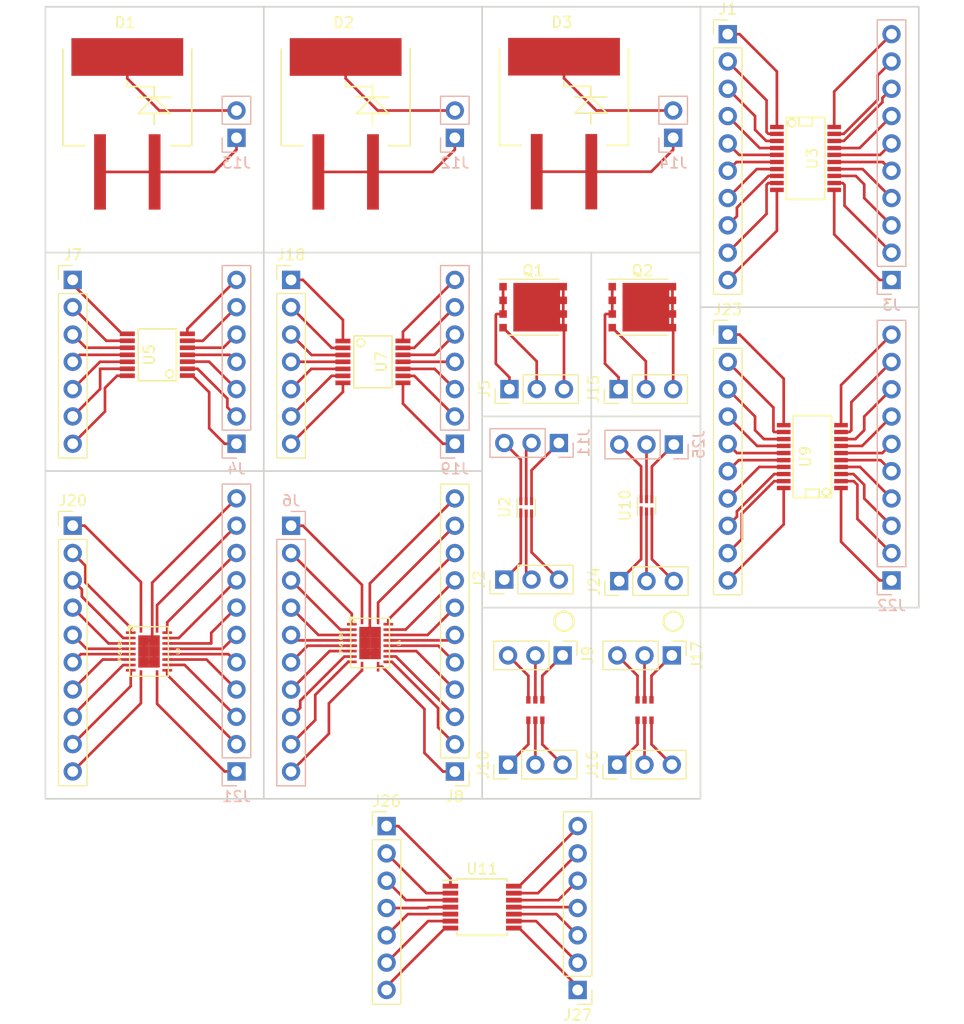
<source format=kicad_pcb>
(kicad_pcb (version 4) (host pcbnew 4.0.7)

  (general
    (links 185)
    (no_connects 10)
    (area 8.397142 11.945 98.282858 107.545)
    (thickness 1.6)
    (drawings 40)
    (tracks 446)
    (zones 0)
    (modules 43)
    (nets 161)
  )

  (page A4)
  (layers
    (0 F.Cu signal)
    (31 B.Cu signal)
    (32 B.Adhes user)
    (33 F.Adhes user)
    (34 B.Paste user)
    (35 F.Paste user)
    (36 B.SilkS user)
    (37 F.SilkS user)
    (38 B.Mask user)
    (39 F.Mask user)
    (40 Dwgs.User user)
    (41 Cmts.User user)
    (42 Eco1.User user)
    (43 Eco2.User user)
    (44 Edge.Cuts user)
    (45 Margin user)
    (46 B.CrtYd user)
    (47 F.CrtYd user)
    (48 B.Fab user)
    (49 F.Fab user)
  )

  (setup
    (last_trace_width 0.25)
    (trace_clearance 0.2)
    (zone_clearance 0.508)
    (zone_45_only no)
    (trace_min 0.2)
    (segment_width 0.2)
    (edge_width 0.15)
    (via_size 0.6)
    (via_drill 0.4)
    (via_min_size 0.4)
    (via_min_drill 0.3)
    (uvia_size 0.3)
    (uvia_drill 0.1)
    (uvias_allowed no)
    (uvia_min_size 0.2)
    (uvia_min_drill 0.1)
    (pcb_text_width 0.3)
    (pcb_text_size 1.5 1.5)
    (mod_edge_width 0.15)
    (mod_text_size 1 1)
    (mod_text_width 0.15)
    (pad_size 1.7 1.7)
    (pad_drill 1)
    (pad_to_mask_clearance 0.2)
    (aux_axis_origin 0 0)
    (visible_elements 7FFFFFFF)
    (pcbplotparams
      (layerselection 0x00030_80000001)
      (usegerberextensions false)
      (excludeedgelayer true)
      (linewidth 0.100000)
      (plotframeref false)
      (viasonmask false)
      (mode 1)
      (useauxorigin false)
      (hpglpennumber 1)
      (hpglpenspeed 20)
      (hpglpendiameter 15)
      (hpglpenoverlay 2)
      (psnegative false)
      (psa4output false)
      (plotreference true)
      (plotvalue true)
      (plotinvisibletext false)
      (padsonsilk false)
      (subtractmaskfromsilk false)
      (outputformat 1)
      (mirror false)
      (drillshape 1)
      (scaleselection 1)
      (outputdirectory ""))
  )

  (net 0 "")
  (net 1 "Net-(D2-Pad2)")
  (net 2 "Net-(D2-Pad1)")
  (net 3 "Net-(J2-Pad1)")
  (net 4 "Net-(J2-Pad2)")
  (net 5 "Net-(J2-Pad3)")
  (net 6 "Net-(J1-Pad1)")
  (net 7 "Net-(J1-Pad2)")
  (net 8 "Net-(J1-Pad3)")
  (net 9 "Net-(J1-Pad4)")
  (net 10 "Net-(J1-Pad5)")
  (net 11 "Net-(J1-Pad6)")
  (net 12 "Net-(J3-Pad1)")
  (net 13 "Net-(J3-Pad2)")
  (net 14 "Net-(J3-Pad3)")
  (net 15 "Net-(J3-Pad4)")
  (net 16 "Net-(J3-Pad5)")
  (net 17 "Net-(J3-Pad6)")
  (net 18 "Net-(J3-Pad7)")
  (net 19 "Net-(J4-Pad1)")
  (net 20 "Net-(J4-Pad2)")
  (net 21 "Net-(J4-Pad3)")
  (net 22 "Net-(J4-Pad4)")
  (net 23 "Net-(J4-Pad5)")
  (net 24 "Net-(J4-Pad6)")
  (net 25 "Net-(J4-Pad7)")
  (net 26 "Net-(J5-Pad1)")
  (net 27 "Net-(J5-Pad2)")
  (net 28 "Net-(J5-Pad3)")
  (net 29 "Net-(J6-Pad1)")
  (net 30 "Net-(J6-Pad2)")
  (net 31 "Net-(J6-Pad3)")
  (net 32 "Net-(J6-Pad4)")
  (net 33 "Net-(J6-Pad5)")
  (net 34 "Net-(J6-Pad6)")
  (net 35 "Net-(J6-Pad7)")
  (net 36 "Net-(J6-Pad8)")
  (net 37 "Net-(J6-Pad9)")
  (net 38 "Net-(J6-Pad10)")
  (net 39 "Net-(J7-Pad1)")
  (net 40 "Net-(J7-Pad2)")
  (net 41 "Net-(J7-Pad3)")
  (net 42 "Net-(J7-Pad4)")
  (net 43 "Net-(J7-Pad5)")
  (net 44 "Net-(J7-Pad6)")
  (net 45 "Net-(J7-Pad7)")
  (net 46 "Net-(J8-Pad1)")
  (net 47 "Net-(J8-Pad2)")
  (net 48 "Net-(J8-Pad3)")
  (net 49 "Net-(J8-Pad4)")
  (net 50 "Net-(J8-Pad5)")
  (net 51 "Net-(J8-Pad6)")
  (net 52 "Net-(J8-Pad7)")
  (net 53 "Net-(J8-Pad8)")
  (net 54 "Net-(J8-Pad9)")
  (net 55 "Net-(J8-Pad10)")
  (net 56 "Net-(J8-Pad11)")
  (net 57 "Net-(J9-Pad1)")
  (net 58 "Net-(J9-Pad2)")
  (net 59 "Net-(J9-Pad3)")
  (net 60 "Net-(J10-Pad1)")
  (net 61 "Net-(J10-Pad2)")
  (net 62 "Net-(J10-Pad3)")
  (net 63 "Net-(J1-Pad7)")
  (net 64 "Net-(J1-Pad8)")
  (net 65 "Net-(J1-Pad9)")
  (net 66 "Net-(J1-Pad10)")
  (net 67 "Net-(J3-Pad8)")
  (net 68 "Net-(J3-Pad9)")
  (net 69 "Net-(J3-Pad10)")
  (net 70 "Net-(J11-Pad1)")
  (net 71 "Net-(J11-Pad2)")
  (net 72 "Net-(J11-Pad3)")
  (net 73 "Net-(D1-Pad2)")
  (net 74 "Net-(D1-Pad1)")
  (net 75 "Net-(D3-Pad2)")
  (net 76 "Net-(D3-Pad1)")
  (net 77 "Net-(J15-Pad1)")
  (net 78 "Net-(J15-Pad2)")
  (net 79 "Net-(J15-Pad3)")
  (net 80 "Net-(J16-Pad1)")
  (net 81 "Net-(J16-Pad2)")
  (net 82 "Net-(J16-Pad3)")
  (net 83 "Net-(J17-Pad1)")
  (net 84 "Net-(J17-Pad2)")
  (net 85 "Net-(J17-Pad3)")
  (net 86 "Net-(J18-Pad1)")
  (net 87 "Net-(J18-Pad2)")
  (net 88 "Net-(J18-Pad3)")
  (net 89 "Net-(J18-Pad4)")
  (net 90 "Net-(J18-Pad5)")
  (net 91 "Net-(J18-Pad6)")
  (net 92 "Net-(J18-Pad7)")
  (net 93 "Net-(J19-Pad1)")
  (net 94 "Net-(J19-Pad2)")
  (net 95 "Net-(J19-Pad3)")
  (net 96 "Net-(J19-Pad4)")
  (net 97 "Net-(J19-Pad5)")
  (net 98 "Net-(J19-Pad6)")
  (net 99 "Net-(J19-Pad7)")
  (net 100 "Net-(J20-Pad1)")
  (net 101 "Net-(J20-Pad2)")
  (net 102 "Net-(J20-Pad3)")
  (net 103 "Net-(J20-Pad4)")
  (net 104 "Net-(J20-Pad5)")
  (net 105 "Net-(J20-Pad6)")
  (net 106 "Net-(J20-Pad7)")
  (net 107 "Net-(J20-Pad8)")
  (net 108 "Net-(J20-Pad9)")
  (net 109 "Net-(J20-Pad10)")
  (net 110 "Net-(J21-Pad1)")
  (net 111 "Net-(J21-Pad2)")
  (net 112 "Net-(J21-Pad3)")
  (net 113 "Net-(J21-Pad4)")
  (net 114 "Net-(J21-Pad5)")
  (net 115 "Net-(J21-Pad6)")
  (net 116 "Net-(J21-Pad7)")
  (net 117 "Net-(J21-Pad8)")
  (net 118 "Net-(J21-Pad9)")
  (net 119 "Net-(J21-Pad10)")
  (net 120 "Net-(J21-Pad11)")
  (net 121 "Net-(J22-Pad1)")
  (net 122 "Net-(J22-Pad2)")
  (net 123 "Net-(J22-Pad3)")
  (net 124 "Net-(J22-Pad4)")
  (net 125 "Net-(J22-Pad5)")
  (net 126 "Net-(J22-Pad6)")
  (net 127 "Net-(J22-Pad7)")
  (net 128 "Net-(J22-Pad8)")
  (net 129 "Net-(J22-Pad9)")
  (net 130 "Net-(J22-Pad10)")
  (net 131 "Net-(J23-Pad1)")
  (net 132 "Net-(J23-Pad2)")
  (net 133 "Net-(J23-Pad3)")
  (net 134 "Net-(J23-Pad4)")
  (net 135 "Net-(J23-Pad5)")
  (net 136 "Net-(J23-Pad6)")
  (net 137 "Net-(J23-Pad7)")
  (net 138 "Net-(J23-Pad8)")
  (net 139 "Net-(J23-Pad9)")
  (net 140 "Net-(J23-Pad10)")
  (net 141 "Net-(J24-Pad1)")
  (net 142 "Net-(J24-Pad2)")
  (net 143 "Net-(J24-Pad3)")
  (net 144 "Net-(J25-Pad1)")
  (net 145 "Net-(J25-Pad2)")
  (net 146 "Net-(J25-Pad3)")
  (net 147 "Net-(J26-Pad1)")
  (net 148 "Net-(J26-Pad2)")
  (net 149 "Net-(J26-Pad3)")
  (net 150 "Net-(J26-Pad4)")
  (net 151 "Net-(J26-Pad5)")
  (net 152 "Net-(J26-Pad6)")
  (net 153 "Net-(J26-Pad7)")
  (net 154 "Net-(J27-Pad1)")
  (net 155 "Net-(J27-Pad2)")
  (net 156 "Net-(J27-Pad3)")
  (net 157 "Net-(J27-Pad4)")
  (net 158 "Net-(J27-Pad5)")
  (net 159 "Net-(J27-Pad6)")
  (net 160 "Net-(J27-Pad7)")

  (net_class Default "This is the default net class."
    (clearance 0.2)
    (trace_width 0.25)
    (via_dia 0.6)
    (via_drill 0.4)
    (uvia_dia 0.3)
    (uvia_drill 0.1)
    (add_net "Net-(D1-Pad1)")
    (add_net "Net-(D1-Pad2)")
    (add_net "Net-(D2-Pad1)")
    (add_net "Net-(D2-Pad2)")
    (add_net "Net-(D3-Pad1)")
    (add_net "Net-(D3-Pad2)")
    (add_net "Net-(J1-Pad1)")
    (add_net "Net-(J1-Pad10)")
    (add_net "Net-(J1-Pad2)")
    (add_net "Net-(J1-Pad3)")
    (add_net "Net-(J1-Pad4)")
    (add_net "Net-(J1-Pad5)")
    (add_net "Net-(J1-Pad6)")
    (add_net "Net-(J1-Pad7)")
    (add_net "Net-(J1-Pad8)")
    (add_net "Net-(J1-Pad9)")
    (add_net "Net-(J10-Pad1)")
    (add_net "Net-(J10-Pad2)")
    (add_net "Net-(J10-Pad3)")
    (add_net "Net-(J11-Pad1)")
    (add_net "Net-(J11-Pad2)")
    (add_net "Net-(J11-Pad3)")
    (add_net "Net-(J15-Pad1)")
    (add_net "Net-(J15-Pad2)")
    (add_net "Net-(J15-Pad3)")
    (add_net "Net-(J16-Pad1)")
    (add_net "Net-(J16-Pad2)")
    (add_net "Net-(J16-Pad3)")
    (add_net "Net-(J17-Pad1)")
    (add_net "Net-(J17-Pad2)")
    (add_net "Net-(J17-Pad3)")
    (add_net "Net-(J18-Pad1)")
    (add_net "Net-(J18-Pad2)")
    (add_net "Net-(J18-Pad3)")
    (add_net "Net-(J18-Pad4)")
    (add_net "Net-(J18-Pad5)")
    (add_net "Net-(J18-Pad6)")
    (add_net "Net-(J18-Pad7)")
    (add_net "Net-(J19-Pad1)")
    (add_net "Net-(J19-Pad2)")
    (add_net "Net-(J19-Pad3)")
    (add_net "Net-(J19-Pad4)")
    (add_net "Net-(J19-Pad5)")
    (add_net "Net-(J19-Pad6)")
    (add_net "Net-(J19-Pad7)")
    (add_net "Net-(J2-Pad1)")
    (add_net "Net-(J2-Pad2)")
    (add_net "Net-(J2-Pad3)")
    (add_net "Net-(J20-Pad1)")
    (add_net "Net-(J20-Pad10)")
    (add_net "Net-(J20-Pad2)")
    (add_net "Net-(J20-Pad3)")
    (add_net "Net-(J20-Pad4)")
    (add_net "Net-(J20-Pad5)")
    (add_net "Net-(J20-Pad6)")
    (add_net "Net-(J20-Pad7)")
    (add_net "Net-(J20-Pad8)")
    (add_net "Net-(J20-Pad9)")
    (add_net "Net-(J21-Pad1)")
    (add_net "Net-(J21-Pad10)")
    (add_net "Net-(J21-Pad11)")
    (add_net "Net-(J21-Pad2)")
    (add_net "Net-(J21-Pad3)")
    (add_net "Net-(J21-Pad4)")
    (add_net "Net-(J21-Pad5)")
    (add_net "Net-(J21-Pad6)")
    (add_net "Net-(J21-Pad7)")
    (add_net "Net-(J21-Pad8)")
    (add_net "Net-(J21-Pad9)")
    (add_net "Net-(J22-Pad1)")
    (add_net "Net-(J22-Pad10)")
    (add_net "Net-(J22-Pad2)")
    (add_net "Net-(J22-Pad3)")
    (add_net "Net-(J22-Pad4)")
    (add_net "Net-(J22-Pad5)")
    (add_net "Net-(J22-Pad6)")
    (add_net "Net-(J22-Pad7)")
    (add_net "Net-(J22-Pad8)")
    (add_net "Net-(J22-Pad9)")
    (add_net "Net-(J23-Pad1)")
    (add_net "Net-(J23-Pad10)")
    (add_net "Net-(J23-Pad2)")
    (add_net "Net-(J23-Pad3)")
    (add_net "Net-(J23-Pad4)")
    (add_net "Net-(J23-Pad5)")
    (add_net "Net-(J23-Pad6)")
    (add_net "Net-(J23-Pad7)")
    (add_net "Net-(J23-Pad8)")
    (add_net "Net-(J23-Pad9)")
    (add_net "Net-(J24-Pad1)")
    (add_net "Net-(J24-Pad2)")
    (add_net "Net-(J24-Pad3)")
    (add_net "Net-(J25-Pad1)")
    (add_net "Net-(J25-Pad2)")
    (add_net "Net-(J25-Pad3)")
    (add_net "Net-(J26-Pad1)")
    (add_net "Net-(J26-Pad2)")
    (add_net "Net-(J26-Pad3)")
    (add_net "Net-(J26-Pad4)")
    (add_net "Net-(J26-Pad5)")
    (add_net "Net-(J26-Pad6)")
    (add_net "Net-(J26-Pad7)")
    (add_net "Net-(J27-Pad1)")
    (add_net "Net-(J27-Pad2)")
    (add_net "Net-(J27-Pad3)")
    (add_net "Net-(J27-Pad4)")
    (add_net "Net-(J27-Pad5)")
    (add_net "Net-(J27-Pad6)")
    (add_net "Net-(J27-Pad7)")
    (add_net "Net-(J3-Pad1)")
    (add_net "Net-(J3-Pad10)")
    (add_net "Net-(J3-Pad2)")
    (add_net "Net-(J3-Pad3)")
    (add_net "Net-(J3-Pad4)")
    (add_net "Net-(J3-Pad5)")
    (add_net "Net-(J3-Pad6)")
    (add_net "Net-(J3-Pad7)")
    (add_net "Net-(J3-Pad8)")
    (add_net "Net-(J3-Pad9)")
    (add_net "Net-(J4-Pad1)")
    (add_net "Net-(J4-Pad2)")
    (add_net "Net-(J4-Pad3)")
    (add_net "Net-(J4-Pad4)")
    (add_net "Net-(J4-Pad5)")
    (add_net "Net-(J4-Pad6)")
    (add_net "Net-(J4-Pad7)")
    (add_net "Net-(J5-Pad1)")
    (add_net "Net-(J5-Pad2)")
    (add_net "Net-(J5-Pad3)")
    (add_net "Net-(J6-Pad1)")
    (add_net "Net-(J6-Pad10)")
    (add_net "Net-(J6-Pad2)")
    (add_net "Net-(J6-Pad3)")
    (add_net "Net-(J6-Pad4)")
    (add_net "Net-(J6-Pad5)")
    (add_net "Net-(J6-Pad6)")
    (add_net "Net-(J6-Pad7)")
    (add_net "Net-(J6-Pad8)")
    (add_net "Net-(J6-Pad9)")
    (add_net "Net-(J7-Pad1)")
    (add_net "Net-(J7-Pad2)")
    (add_net "Net-(J7-Pad3)")
    (add_net "Net-(J7-Pad4)")
    (add_net "Net-(J7-Pad5)")
    (add_net "Net-(J7-Pad6)")
    (add_net "Net-(J7-Pad7)")
    (add_net "Net-(J8-Pad1)")
    (add_net "Net-(J8-Pad10)")
    (add_net "Net-(J8-Pad11)")
    (add_net "Net-(J8-Pad2)")
    (add_net "Net-(J8-Pad3)")
    (add_net "Net-(J8-Pad4)")
    (add_net "Net-(J8-Pad5)")
    (add_net "Net-(J8-Pad6)")
    (add_net "Net-(J8-Pad7)")
    (add_net "Net-(J8-Pad8)")
    (add_net "Net-(J8-Pad9)")
    (add_net "Net-(J9-Pad1)")
    (add_net "Net-(J9-Pad2)")
    (add_net "Net-(J9-Pad3)")
  )

  (module Pin_Headers:Pin_Header_Straight_1x07_Pitch2.54mm (layer F.Cu) (tedit 59650532) (tstamp 5A88A25B)
    (at 44.45 88.9)
    (descr "Through hole straight pin header, 1x07, 2.54mm pitch, single row")
    (tags "Through hole pin header THT 1x07 2.54mm single row")
    (path /5A88ABBD)
    (fp_text reference J26 (at 0 -2.33) (layer F.SilkS)
      (effects (font (size 1 1) (thickness 0.15)))
    )
    (fp_text value Conn_01x07_Male (at 0 17.57) (layer F.Fab)
      (effects (font (size 1 1) (thickness 0.15)))
    )
    (fp_line (start -0.635 -1.27) (end 1.27 -1.27) (layer F.Fab) (width 0.1))
    (fp_line (start 1.27 -1.27) (end 1.27 16.51) (layer F.Fab) (width 0.1))
    (fp_line (start 1.27 16.51) (end -1.27 16.51) (layer F.Fab) (width 0.1))
    (fp_line (start -1.27 16.51) (end -1.27 -0.635) (layer F.Fab) (width 0.1))
    (fp_line (start -1.27 -0.635) (end -0.635 -1.27) (layer F.Fab) (width 0.1))
    (fp_line (start -1.33 16.57) (end 1.33 16.57) (layer F.SilkS) (width 0.12))
    (fp_line (start -1.33 1.27) (end -1.33 16.57) (layer F.SilkS) (width 0.12))
    (fp_line (start 1.33 1.27) (end 1.33 16.57) (layer F.SilkS) (width 0.12))
    (fp_line (start -1.33 1.27) (end 1.33 1.27) (layer F.SilkS) (width 0.12))
    (fp_line (start -1.33 0) (end -1.33 -1.33) (layer F.SilkS) (width 0.12))
    (fp_line (start -1.33 -1.33) (end 0 -1.33) (layer F.SilkS) (width 0.12))
    (fp_line (start -1.8 -1.8) (end -1.8 17.05) (layer F.CrtYd) (width 0.05))
    (fp_line (start -1.8 17.05) (end 1.8 17.05) (layer F.CrtYd) (width 0.05))
    (fp_line (start 1.8 17.05) (end 1.8 -1.8) (layer F.CrtYd) (width 0.05))
    (fp_line (start 1.8 -1.8) (end -1.8 -1.8) (layer F.CrtYd) (width 0.05))
    (fp_text user %R (at 0 7.62 90) (layer F.Fab)
      (effects (font (size 1 1) (thickness 0.15)))
    )
    (pad 1 thru_hole rect (at 0 0) (size 1.7 1.7) (drill 1) (layers *.Cu *.Mask)
      (net 147 "Net-(J26-Pad1)"))
    (pad 2 thru_hole oval (at 0 2.54) (size 1.7 1.7) (drill 1) (layers *.Cu *.Mask)
      (net 148 "Net-(J26-Pad2)"))
    (pad 3 thru_hole oval (at 0 5.08) (size 1.7 1.7) (drill 1) (layers *.Cu *.Mask)
      (net 149 "Net-(J26-Pad3)"))
    (pad 4 thru_hole oval (at 0 7.62) (size 1.7 1.7) (drill 1) (layers *.Cu *.Mask)
      (net 150 "Net-(J26-Pad4)"))
    (pad 5 thru_hole oval (at 0 10.16) (size 1.7 1.7) (drill 1) (layers *.Cu *.Mask)
      (net 151 "Net-(J26-Pad5)"))
    (pad 6 thru_hole oval (at 0 12.7) (size 1.7 1.7) (drill 1) (layers *.Cu *.Mask)
      (net 152 "Net-(J26-Pad6)"))
    (pad 7 thru_hole oval (at 0 15.24) (size 1.7 1.7) (drill 1) (layers *.Cu *.Mask)
      (net 153 "Net-(J26-Pad7)"))
    (model ${KISYS3DMOD}/Pin_Headers.3dshapes/Pin_Header_Straight_1x07_Pitch2.54mm.wrl
      (at (xyz 0 0 0))
      (scale (xyz 1 1 1))
      (rotate (xyz 0 0 0))
    )
  )

  (module Diodes_SMD:DD-PAK_TO263_SingleDiode (layer F.Cu) (tedit 0) (tstamp 5A653B82)
    (at 60.96 23.59914)
    (descr "DD-PAK, TO263, Single Diode,")
    (tags "DD-PAK TO263 Single Diode ")
    (path /5A654FF1)
    (attr smd)
    (fp_text reference D3 (at -0.20066 -9.4488) (layer F.SilkS)
      (effects (font (size 1 1) (thickness 0.15)))
    )
    (fp_text value SM74611 (at 0.50038 9.75106) (layer F.Fab)
      (effects (font (size 1 1) (thickness 0.15)))
    )
    (fp_line (start -6.25 -8.25) (end 6.25 -8.25) (layer F.CrtYd) (width 0.05))
    (fp_line (start 6.25 -8.25) (end 6.25 8.2) (layer F.CrtYd) (width 0.05))
    (fp_line (start 6.25 8.2) (end -6.25 8.2) (layer F.CrtYd) (width 0.05))
    (fp_line (start -6.25 8.2) (end -6.25 -8.25) (layer F.CrtYd) (width 0.05))
    (fp_line (start 2.49936 -1.00076) (end 2.49936 0) (layer F.SilkS) (width 0.15))
    (fp_line (start 2.49936 -2.49936) (end 2.49936 -3.50012) (layer F.SilkS) (width 0.15))
    (fp_line (start 2.49936 -3.50012) (end 0 -3.50012) (layer F.SilkS) (width 0.15))
    (fp_line (start 0 -3.50012) (end 0 -4.0005) (layer F.SilkS) (width 0.15))
    (fp_line (start 1.00076 -2.49936) (end 4.0005 -2.49936) (layer F.SilkS) (width 0.15))
    (fp_line (start 4.0005 -1.00076) (end 2.49936 -2.49936) (layer F.SilkS) (width 0.15))
    (fp_line (start 2.49936 -2.49936) (end 1.00076 -1.00076) (layer F.SilkS) (width 0.15))
    (fp_line (start 1.00076 -1.00076) (end 4.0005 -1.00076) (layer F.SilkS) (width 0.15))
    (fp_line (start 4.0005 1.99898) (end 5.99948 1.99898) (layer F.SilkS) (width 0.15))
    (fp_line (start 5.99948 1.99898) (end 5.99948 -7.00024) (layer F.SilkS) (width 0.15))
    (fp_line (start -5.99948 -7.00024) (end -5.99948 1.99898) (layer F.SilkS) (width 0.15))
    (fp_line (start -5.99948 1.99898) (end -4.0005 1.99898) (layer F.SilkS) (width 0.15))
    (pad 2 smd rect (at 0 -6.25094) (size 10.40892 3.50012) (layers F.Cu F.Paste F.Mask)
      (net 75 "Net-(D3-Pad2)"))
    (pad 1 smd rect (at -2.54 4.43992) (size 1.09982 7.0104) (layers F.Cu F.Paste F.Mask)
      (net 76 "Net-(D3-Pad1)"))
    (pad 3 smd rect (at 2.54 4.43992) (size 1.09982 7.0104) (layers F.Cu F.Paste F.Mask)
      (net 76 "Net-(D3-Pad1)"))
    (pad ~ smd oval (at 0 -1.50114) (size 5.00126 1.99898) (layers F.Adhes))
    (model Diodes_SMD.3dshapes/DD-PAK_TO263_SingleDiode.wrl
      (at (xyz 0 0.075 0))
      (scale (xyz 0.3937 0.3937 0.3937))
      (rotate (xyz 0 0 0))
    )
  )

  (module Pin_Headers:Pin_Header_Straight_1x02_Pitch2.54mm (layer B.Cu) (tedit 59650532) (tstamp 5A653B8E)
    (at 71.12 24.892)
    (descr "Through hole straight pin header, 1x02, 2.54mm pitch, single row")
    (tags "Through hole pin header THT 1x02 2.54mm single row")
    (path /5A6549DB)
    (fp_text reference J14 (at 0 2.33) (layer B.SilkS)
      (effects (font (size 1 1) (thickness 0.15)) (justify mirror))
    )
    (fp_text value Conn_01x02_Male (at 0 -4.87) (layer B.Fab)
      (effects (font (size 1 1) (thickness 0.15)) (justify mirror))
    )
    (fp_line (start -0.635 1.27) (end 1.27 1.27) (layer B.Fab) (width 0.1))
    (fp_line (start 1.27 1.27) (end 1.27 -3.81) (layer B.Fab) (width 0.1))
    (fp_line (start 1.27 -3.81) (end -1.27 -3.81) (layer B.Fab) (width 0.1))
    (fp_line (start -1.27 -3.81) (end -1.27 0.635) (layer B.Fab) (width 0.1))
    (fp_line (start -1.27 0.635) (end -0.635 1.27) (layer B.Fab) (width 0.1))
    (fp_line (start -1.33 -3.87) (end 1.33 -3.87) (layer B.SilkS) (width 0.12))
    (fp_line (start -1.33 -1.27) (end -1.33 -3.87) (layer B.SilkS) (width 0.12))
    (fp_line (start 1.33 -1.27) (end 1.33 -3.87) (layer B.SilkS) (width 0.12))
    (fp_line (start -1.33 -1.27) (end 1.33 -1.27) (layer B.SilkS) (width 0.12))
    (fp_line (start -1.33 0) (end -1.33 1.33) (layer B.SilkS) (width 0.12))
    (fp_line (start -1.33 1.33) (end 0 1.33) (layer B.SilkS) (width 0.12))
    (fp_line (start -1.8 1.8) (end -1.8 -4.35) (layer B.CrtYd) (width 0.05))
    (fp_line (start -1.8 -4.35) (end 1.8 -4.35) (layer B.CrtYd) (width 0.05))
    (fp_line (start 1.8 -4.35) (end 1.8 1.8) (layer B.CrtYd) (width 0.05))
    (fp_line (start 1.8 1.8) (end -1.8 1.8) (layer B.CrtYd) (width 0.05))
    (fp_text user %R (at 0 -1.27 270) (layer B.Fab)
      (effects (font (size 1 1) (thickness 0.15)) (justify mirror))
    )
    (pad 1 thru_hole rect (at 0 0) (size 1.7 1.7) (drill 1) (layers *.Cu *.Mask)
      (net 76 "Net-(D3-Pad1)"))
    (pad 2 thru_hole oval (at 0 -2.54) (size 1.7 1.7) (drill 1) (layers *.Cu *.Mask)
      (net 75 "Net-(D3-Pad2)"))
    (model ${KISYS3DMOD}/Pin_Headers.3dshapes/Pin_Header_Straight_1x02_Pitch2.54mm.wrl
      (at (xyz 0 0 0))
      (scale (xyz 1 1 1))
      (rotate (xyz 0 0 0))
    )
  )

  (module Diodes_SMD:DD-PAK_TO263_SingleDiode (layer F.Cu) (tedit 0) (tstamp 5A637C83)
    (at 40.64 23.622)
    (descr "DD-PAK, TO263, Single Diode,")
    (tags "DD-PAK TO263 Single Diode ")
    (path /5A629DEF)
    (attr smd)
    (fp_text reference D2 (at -0.20066 -9.4488) (layer F.SilkS)
      (effects (font (size 1 1) (thickness 0.15)))
    )
    (fp_text value SM74611 (at 0.50038 9.75106) (layer F.Fab)
      (effects (font (size 1 1) (thickness 0.15)))
    )
    (fp_line (start -6.25 -8.25) (end 6.25 -8.25) (layer F.CrtYd) (width 0.05))
    (fp_line (start 6.25 -8.25) (end 6.25 8.2) (layer F.CrtYd) (width 0.05))
    (fp_line (start 6.25 8.2) (end -6.25 8.2) (layer F.CrtYd) (width 0.05))
    (fp_line (start -6.25 8.2) (end -6.25 -8.25) (layer F.CrtYd) (width 0.05))
    (fp_line (start 2.49936 -1.00076) (end 2.49936 0) (layer F.SilkS) (width 0.15))
    (fp_line (start 2.49936 -2.49936) (end 2.49936 -3.50012) (layer F.SilkS) (width 0.15))
    (fp_line (start 2.49936 -3.50012) (end 0 -3.50012) (layer F.SilkS) (width 0.15))
    (fp_line (start 0 -3.50012) (end 0 -4.0005) (layer F.SilkS) (width 0.15))
    (fp_line (start 1.00076 -2.49936) (end 4.0005 -2.49936) (layer F.SilkS) (width 0.15))
    (fp_line (start 4.0005 -1.00076) (end 2.49936 -2.49936) (layer F.SilkS) (width 0.15))
    (fp_line (start 2.49936 -2.49936) (end 1.00076 -1.00076) (layer F.SilkS) (width 0.15))
    (fp_line (start 1.00076 -1.00076) (end 4.0005 -1.00076) (layer F.SilkS) (width 0.15))
    (fp_line (start 4.0005 1.99898) (end 5.99948 1.99898) (layer F.SilkS) (width 0.15))
    (fp_line (start 5.99948 1.99898) (end 5.99948 -7.00024) (layer F.SilkS) (width 0.15))
    (fp_line (start -5.99948 -7.00024) (end -5.99948 1.99898) (layer F.SilkS) (width 0.15))
    (fp_line (start -5.99948 1.99898) (end -4.0005 1.99898) (layer F.SilkS) (width 0.15))
    (pad 2 smd rect (at 0 -6.25094) (size 10.40892 3.50012) (layers F.Cu F.Paste F.Mask)
      (net 1 "Net-(D2-Pad2)"))
    (pad 1 smd rect (at -2.54 4.43992) (size 1.09982 7.0104) (layers F.Cu F.Paste F.Mask)
      (net 2 "Net-(D2-Pad1)"))
    (pad 3 smd rect (at 2.54 4.43992) (size 1.09982 7.0104) (layers F.Cu F.Paste F.Mask)
      (net 2 "Net-(D2-Pad1)"))
    (pad ~ smd oval (at 0 -1.50114) (size 5.00126 1.99898) (layers F.Adhes))
    (model Diodes_SMD.3dshapes/DD-PAK_TO263_SingleDiode.wrl
      (at (xyz 0 0.075 0))
      (scale (xyz 0.3937 0.3937 0.3937))
      (rotate (xyz 0 0 0))
    )
  )

  (module kicad-libraries:SC70-6 (layer F.Cu) (tedit 591DB25A) (tstamp 5A637CAF)
    (at 58.293 78.105 180)
    (path /5A629C77)
    (fp_text reference U1 (at 0.3 0.2 360) (layer F.Fab)
      (effects (font (size 0.3 0.3) (thickness 0.075)))
    )
    (fp_text value INA214 (at 0 -0.3 180) (layer F.Fab)
      (effects (font (size 0.3 0.3) (thickness 0.075)))
    )
    (fp_circle (center -0.7 0.2) (end -0.7 0.3) (layer F.Fab) (width 0.15))
    (fp_line (start -1 -0.6) (end 1 -0.6) (layer F.Fab) (width 0.15))
    (fp_line (start 1 -0.6) (end 1 0.6) (layer F.Fab) (width 0.15))
    (fp_line (start 1 0.6) (end -1 0.6) (layer F.Fab) (width 0.15))
    (fp_line (start -1 0.6) (end -1 -0.6) (layer F.Fab) (width 0.15))
    (pad 1 smd rect (at -0.65 0.95 180) (size 0.4 0.7) (layers F.Cu F.Paste F.Mask)
      (net 57 "Net-(J9-Pad1)"))
    (pad 2 smd rect (at 0 0.95 180) (size 0.4 0.7) (layers F.Cu F.Paste F.Mask)
      (net 58 "Net-(J9-Pad2)"))
    (pad 3 smd rect (at 0.65 0.95 180) (size 0.4 0.7) (layers F.Cu F.Paste F.Mask)
      (net 59 "Net-(J9-Pad3)"))
    (pad 4 smd rect (at 0.65 -0.95 180) (size 0.4 0.7) (layers F.Cu F.Paste F.Mask)
      (net 60 "Net-(J10-Pad1)"))
    (pad 6 smd rect (at -0.65 -0.95 180) (size 0.4 0.7) (layers F.Cu F.Paste F.Mask)
      (net 62 "Net-(J10-Pad3)"))
    (pad 5 smd rect (at 0 -0.95 180) (size 0.4 0.7) (layers F.Cu F.Paste F.Mask)
      (net 61 "Net-(J10-Pad2)"))
    (model Housings_SC/SC-70-6.wrl
      (at (xyz 0 0 0))
      (scale (xyz 1 1 1))
      (rotate (xyz 0 0 0))
    )
  )

  (module Pin_Headers:Pin_Header_Straight_1x03_Pitch2.54mm (layer F.Cu) (tedit 59650532) (tstamp 5A64FB3F)
    (at 60.833 73.025 270)
    (descr "Through hole straight pin header, 1x03, 2.54mm pitch, single row")
    (tags "Through hole pin header THT 1x03 2.54mm single row")
    (path /5A650138)
    (fp_text reference J9 (at 0 -2.33 270) (layer F.SilkS)
      (effects (font (size 1 1) (thickness 0.15)))
    )
    (fp_text value Conn_01x03_Male (at 0 7.41 270) (layer F.Fab)
      (effects (font (size 1 1) (thickness 0.15)))
    )
    (fp_line (start -0.635 -1.27) (end 1.27 -1.27) (layer F.Fab) (width 0.1))
    (fp_line (start 1.27 -1.27) (end 1.27 6.35) (layer F.Fab) (width 0.1))
    (fp_line (start 1.27 6.35) (end -1.27 6.35) (layer F.Fab) (width 0.1))
    (fp_line (start -1.27 6.35) (end -1.27 -0.635) (layer F.Fab) (width 0.1))
    (fp_line (start -1.27 -0.635) (end -0.635 -1.27) (layer F.Fab) (width 0.1))
    (fp_line (start -1.33 6.41) (end 1.33 6.41) (layer F.SilkS) (width 0.12))
    (fp_line (start -1.33 1.27) (end -1.33 6.41) (layer F.SilkS) (width 0.12))
    (fp_line (start 1.33 1.27) (end 1.33 6.41) (layer F.SilkS) (width 0.12))
    (fp_line (start -1.33 1.27) (end 1.33 1.27) (layer F.SilkS) (width 0.12))
    (fp_line (start -1.33 0) (end -1.33 -1.33) (layer F.SilkS) (width 0.12))
    (fp_line (start -1.33 -1.33) (end 0 -1.33) (layer F.SilkS) (width 0.12))
    (fp_line (start -1.8 -1.8) (end -1.8 6.85) (layer F.CrtYd) (width 0.05))
    (fp_line (start -1.8 6.85) (end 1.8 6.85) (layer F.CrtYd) (width 0.05))
    (fp_line (start 1.8 6.85) (end 1.8 -1.8) (layer F.CrtYd) (width 0.05))
    (fp_line (start 1.8 -1.8) (end -1.8 -1.8) (layer F.CrtYd) (width 0.05))
    (fp_text user %R (at 0 2.54 360) (layer F.Fab)
      (effects (font (size 1 1) (thickness 0.15)))
    )
    (pad 1 thru_hole rect (at 0 0 270) (size 1.7 1.7) (drill 1) (layers *.Cu *.Mask)
      (net 57 "Net-(J9-Pad1)"))
    (pad 2 thru_hole oval (at 0 2.54 270) (size 1.7 1.7) (drill 1) (layers *.Cu *.Mask)
      (net 58 "Net-(J9-Pad2)"))
    (pad 3 thru_hole oval (at 0 5.08 270) (size 1.7 1.7) (drill 1) (layers *.Cu *.Mask)
      (net 59 "Net-(J9-Pad3)"))
    (model ${KISYS3DMOD}/Pin_Headers.3dshapes/Pin_Header_Straight_1x03_Pitch2.54mm.wrl
      (at (xyz 0 0 0))
      (scale (xyz 1 1 1))
      (rotate (xyz 0 0 0))
    )
  )

  (module Pin_Headers:Pin_Header_Straight_1x03_Pitch2.54mm (layer F.Cu) (tedit 59650532) (tstamp 5A64FB46)
    (at 55.753 83.185 90)
    (descr "Through hole straight pin header, 1x03, 2.54mm pitch, single row")
    (tags "Through hole pin header THT 1x03 2.54mm single row")
    (path /5A6501B9)
    (fp_text reference J10 (at 0 -2.33 90) (layer F.SilkS)
      (effects (font (size 1 1) (thickness 0.15)))
    )
    (fp_text value Conn_01x03_Male (at 0 7.41 90) (layer F.Fab)
      (effects (font (size 1 1) (thickness 0.15)))
    )
    (fp_line (start -0.635 -1.27) (end 1.27 -1.27) (layer F.Fab) (width 0.1))
    (fp_line (start 1.27 -1.27) (end 1.27 6.35) (layer F.Fab) (width 0.1))
    (fp_line (start 1.27 6.35) (end -1.27 6.35) (layer F.Fab) (width 0.1))
    (fp_line (start -1.27 6.35) (end -1.27 -0.635) (layer F.Fab) (width 0.1))
    (fp_line (start -1.27 -0.635) (end -0.635 -1.27) (layer F.Fab) (width 0.1))
    (fp_line (start -1.33 6.41) (end 1.33 6.41) (layer F.SilkS) (width 0.12))
    (fp_line (start -1.33 1.27) (end -1.33 6.41) (layer F.SilkS) (width 0.12))
    (fp_line (start 1.33 1.27) (end 1.33 6.41) (layer F.SilkS) (width 0.12))
    (fp_line (start -1.33 1.27) (end 1.33 1.27) (layer F.SilkS) (width 0.12))
    (fp_line (start -1.33 0) (end -1.33 -1.33) (layer F.SilkS) (width 0.12))
    (fp_line (start -1.33 -1.33) (end 0 -1.33) (layer F.SilkS) (width 0.12))
    (fp_line (start -1.8 -1.8) (end -1.8 6.85) (layer F.CrtYd) (width 0.05))
    (fp_line (start -1.8 6.85) (end 1.8 6.85) (layer F.CrtYd) (width 0.05))
    (fp_line (start 1.8 6.85) (end 1.8 -1.8) (layer F.CrtYd) (width 0.05))
    (fp_line (start 1.8 -1.8) (end -1.8 -1.8) (layer F.CrtYd) (width 0.05))
    (fp_text user %R (at 0 2.54 180) (layer F.Fab)
      (effects (font (size 1 1) (thickness 0.15)))
    )
    (pad 1 thru_hole rect (at 0 0 90) (size 1.7 1.7) (drill 1) (layers *.Cu *.Mask)
      (net 60 "Net-(J10-Pad1)"))
    (pad 2 thru_hole oval (at 0 2.54 90) (size 1.7 1.7) (drill 1) (layers *.Cu *.Mask)
      (net 61 "Net-(J10-Pad2)"))
    (pad 3 thru_hole oval (at 0 5.08 90) (size 1.7 1.7) (drill 1) (layers *.Cu *.Mask)
      (net 62 "Net-(J10-Pad3)"))
    (model ${KISYS3DMOD}/Pin_Headers.3dshapes/Pin_Header_Straight_1x03_Pitch2.54mm.wrl
      (at (xyz 0 0 0))
      (scale (xyz 1 1 1))
      (rotate (xyz 0 0 0))
    )
  )

  (module Pin_Headers:Pin_Header_Straight_1x02_Pitch2.54mm (layer B.Cu) (tedit 59650532) (tstamp 5A6503BD)
    (at 50.8 24.892)
    (descr "Through hole straight pin header, 1x02, 2.54mm pitch, single row")
    (tags "Through hole pin header THT 1x02 2.54mm single row")
    (path /5A653C0B)
    (fp_text reference J12 (at 0 2.33) (layer B.SilkS)
      (effects (font (size 1 1) (thickness 0.15)) (justify mirror))
    )
    (fp_text value Conn_01x02_Male (at 0 -4.87) (layer B.Fab)
      (effects (font (size 1 1) (thickness 0.15)) (justify mirror))
    )
    (fp_line (start -0.635 1.27) (end 1.27 1.27) (layer B.Fab) (width 0.1))
    (fp_line (start 1.27 1.27) (end 1.27 -3.81) (layer B.Fab) (width 0.1))
    (fp_line (start 1.27 -3.81) (end -1.27 -3.81) (layer B.Fab) (width 0.1))
    (fp_line (start -1.27 -3.81) (end -1.27 0.635) (layer B.Fab) (width 0.1))
    (fp_line (start -1.27 0.635) (end -0.635 1.27) (layer B.Fab) (width 0.1))
    (fp_line (start -1.33 -3.87) (end 1.33 -3.87) (layer B.SilkS) (width 0.12))
    (fp_line (start -1.33 -1.27) (end -1.33 -3.87) (layer B.SilkS) (width 0.12))
    (fp_line (start 1.33 -1.27) (end 1.33 -3.87) (layer B.SilkS) (width 0.12))
    (fp_line (start -1.33 -1.27) (end 1.33 -1.27) (layer B.SilkS) (width 0.12))
    (fp_line (start -1.33 0) (end -1.33 1.33) (layer B.SilkS) (width 0.12))
    (fp_line (start -1.33 1.33) (end 0 1.33) (layer B.SilkS) (width 0.12))
    (fp_line (start -1.8 1.8) (end -1.8 -4.35) (layer B.CrtYd) (width 0.05))
    (fp_line (start -1.8 -4.35) (end 1.8 -4.35) (layer B.CrtYd) (width 0.05))
    (fp_line (start 1.8 -4.35) (end 1.8 1.8) (layer B.CrtYd) (width 0.05))
    (fp_line (start 1.8 1.8) (end -1.8 1.8) (layer B.CrtYd) (width 0.05))
    (fp_text user %R (at 0.889 0 270) (layer B.Fab)
      (effects (font (size 1 1) (thickness 0.15)) (justify mirror))
    )
    (pad 1 thru_hole rect (at 0 0) (size 1.7 1.7) (drill 1) (layers *.Cu *.Mask)
      (net 2 "Net-(D2-Pad1)"))
    (pad 2 thru_hole oval (at 0 -2.54) (size 1.7 1.7) (drill 1) (layers *.Cu *.Mask)
      (net 1 "Net-(D2-Pad2)"))
    (model ${KISYS3DMOD}/Pin_Headers.3dshapes/Pin_Header_Straight_1x02_Pitch2.54mm.wrl
      (at (xyz 0 0 0))
      (scale (xyz 1 1 1))
      (rotate (xyz 0 0 0))
    )
  )

  (module Diodes_SMD:DD-PAK_TO263_SingleDiode (layer F.Cu) (tedit 0) (tstamp 5A653B7A)
    (at 20.32 23.622)
    (descr "DD-PAK, TO263, Single Diode,")
    (tags "DD-PAK TO263 Single Diode ")
    (path /5A654F6F)
    (attr smd)
    (fp_text reference D1 (at -0.20066 -9.4488) (layer F.SilkS)
      (effects (font (size 1 1) (thickness 0.15)))
    )
    (fp_text value SM74611 (at 0.50038 9.75106) (layer F.Fab)
      (effects (font (size 1 1) (thickness 0.15)))
    )
    (fp_line (start -6.25 -8.25) (end 6.25 -8.25) (layer F.CrtYd) (width 0.05))
    (fp_line (start 6.25 -8.25) (end 6.25 8.2) (layer F.CrtYd) (width 0.05))
    (fp_line (start 6.25 8.2) (end -6.25 8.2) (layer F.CrtYd) (width 0.05))
    (fp_line (start -6.25 8.2) (end -6.25 -8.25) (layer F.CrtYd) (width 0.05))
    (fp_line (start 2.49936 -1.00076) (end 2.49936 0) (layer F.SilkS) (width 0.15))
    (fp_line (start 2.49936 -2.49936) (end 2.49936 -3.50012) (layer F.SilkS) (width 0.15))
    (fp_line (start 2.49936 -3.50012) (end 0 -3.50012) (layer F.SilkS) (width 0.15))
    (fp_line (start 0 -3.50012) (end 0 -4.0005) (layer F.SilkS) (width 0.15))
    (fp_line (start 1.00076 -2.49936) (end 4.0005 -2.49936) (layer F.SilkS) (width 0.15))
    (fp_line (start 4.0005 -1.00076) (end 2.49936 -2.49936) (layer F.SilkS) (width 0.15))
    (fp_line (start 2.49936 -2.49936) (end 1.00076 -1.00076) (layer F.SilkS) (width 0.15))
    (fp_line (start 1.00076 -1.00076) (end 4.0005 -1.00076) (layer F.SilkS) (width 0.15))
    (fp_line (start 4.0005 1.99898) (end 5.99948 1.99898) (layer F.SilkS) (width 0.15))
    (fp_line (start 5.99948 1.99898) (end 5.99948 -7.00024) (layer F.SilkS) (width 0.15))
    (fp_line (start -5.99948 -7.00024) (end -5.99948 1.99898) (layer F.SilkS) (width 0.15))
    (fp_line (start -5.99948 1.99898) (end -4.0005 1.99898) (layer F.SilkS) (width 0.15))
    (pad 2 smd rect (at 0 -6.25094) (size 10.40892 3.50012) (layers F.Cu F.Paste F.Mask)
      (net 73 "Net-(D1-Pad2)"))
    (pad 1 smd rect (at -2.54 4.43992) (size 1.09982 7.0104) (layers F.Cu F.Paste F.Mask)
      (net 74 "Net-(D1-Pad1)"))
    (pad 3 smd rect (at 2.54 4.43992) (size 1.09982 7.0104) (layers F.Cu F.Paste F.Mask)
      (net 74 "Net-(D1-Pad1)"))
    (pad ~ smd oval (at 0 -1.50114) (size 5.00126 1.99898) (layers F.Adhes))
    (model Diodes_SMD.3dshapes/DD-PAK_TO263_SingleDiode.wrl
      (at (xyz 0 0.075 0))
      (scale (xyz 0.3937 0.3937 0.3937))
      (rotate (xyz 0 0 0))
    )
  )

  (module Pin_Headers:Pin_Header_Straight_1x02_Pitch2.54mm (layer B.Cu) (tedit 59650532) (tstamp 5A653B88)
    (at 30.48 24.892)
    (descr "Through hole straight pin header, 1x02, 2.54mm pitch, single row")
    (tags "Through hole pin header THT 1x02 2.54mm single row")
    (path /5A654934)
    (fp_text reference J13 (at 0 2.33) (layer B.SilkS)
      (effects (font (size 1 1) (thickness 0.15)) (justify mirror))
    )
    (fp_text value Conn_01x02_Male (at 0 -4.87) (layer B.Fab)
      (effects (font (size 1 1) (thickness 0.15)) (justify mirror))
    )
    (fp_line (start -0.635 1.27) (end 1.27 1.27) (layer B.Fab) (width 0.1))
    (fp_line (start 1.27 1.27) (end 1.27 -3.81) (layer B.Fab) (width 0.1))
    (fp_line (start 1.27 -3.81) (end -1.27 -3.81) (layer B.Fab) (width 0.1))
    (fp_line (start -1.27 -3.81) (end -1.27 0.635) (layer B.Fab) (width 0.1))
    (fp_line (start -1.27 0.635) (end -0.635 1.27) (layer B.Fab) (width 0.1))
    (fp_line (start -1.33 -3.87) (end 1.33 -3.87) (layer B.SilkS) (width 0.12))
    (fp_line (start -1.33 -1.27) (end -1.33 -3.87) (layer B.SilkS) (width 0.12))
    (fp_line (start 1.33 -1.27) (end 1.33 -3.87) (layer B.SilkS) (width 0.12))
    (fp_line (start -1.33 -1.27) (end 1.33 -1.27) (layer B.SilkS) (width 0.12))
    (fp_line (start -1.33 0) (end -1.33 1.33) (layer B.SilkS) (width 0.12))
    (fp_line (start -1.33 1.33) (end 0 1.33) (layer B.SilkS) (width 0.12))
    (fp_line (start -1.8 1.8) (end -1.8 -4.35) (layer B.CrtYd) (width 0.05))
    (fp_line (start -1.8 -4.35) (end 1.8 -4.35) (layer B.CrtYd) (width 0.05))
    (fp_line (start 1.8 -4.35) (end 1.8 1.8) (layer B.CrtYd) (width 0.05))
    (fp_line (start 1.8 1.8) (end -1.8 1.8) (layer B.CrtYd) (width 0.05))
    (fp_text user %R (at 0 -1.27 270) (layer B.Fab)
      (effects (font (size 1 1) (thickness 0.15)) (justify mirror))
    )
    (pad 1 thru_hole rect (at 0 0) (size 1.7 1.7) (drill 1) (layers *.Cu *.Mask)
      (net 74 "Net-(D1-Pad1)"))
    (pad 2 thru_hole oval (at 0 -2.54) (size 1.7 1.7) (drill 1) (layers *.Cu *.Mask)
      (net 73 "Net-(D1-Pad2)"))
    (model ${KISYS3DMOD}/Pin_Headers.3dshapes/Pin_Header_Straight_1x02_Pitch2.54mm.wrl
      (at (xyz 0 0 0))
      (scale (xyz 1 1 1))
      (rotate (xyz 0 0 0))
    )
  )

  (module Pin_Headers:Pin_Header_Straight_1x03_Pitch2.54mm (layer F.Cu) (tedit 59650532) (tstamp 5A65425A)
    (at 65.913 83.185 90)
    (descr "Through hole straight pin header, 1x03, 2.54mm pitch, single row")
    (tags "Through hole pin header THT 1x03 2.54mm single row")
    (path /5A655D54)
    (fp_text reference J16 (at 0 -2.33 90) (layer F.SilkS)
      (effects (font (size 1 1) (thickness 0.15)))
    )
    (fp_text value Conn_01x03_Male (at 0 7.41 90) (layer F.Fab)
      (effects (font (size 1 1) (thickness 0.15)))
    )
    (fp_line (start -0.635 -1.27) (end 1.27 -1.27) (layer F.Fab) (width 0.1))
    (fp_line (start 1.27 -1.27) (end 1.27 6.35) (layer F.Fab) (width 0.1))
    (fp_line (start 1.27 6.35) (end -1.27 6.35) (layer F.Fab) (width 0.1))
    (fp_line (start -1.27 6.35) (end -1.27 -0.635) (layer F.Fab) (width 0.1))
    (fp_line (start -1.27 -0.635) (end -0.635 -1.27) (layer F.Fab) (width 0.1))
    (fp_line (start -1.33 6.41) (end 1.33 6.41) (layer F.SilkS) (width 0.12))
    (fp_line (start -1.33 1.27) (end -1.33 6.41) (layer F.SilkS) (width 0.12))
    (fp_line (start 1.33 1.27) (end 1.33 6.41) (layer F.SilkS) (width 0.12))
    (fp_line (start -1.33 1.27) (end 1.33 1.27) (layer F.SilkS) (width 0.12))
    (fp_line (start -1.33 0) (end -1.33 -1.33) (layer F.SilkS) (width 0.12))
    (fp_line (start -1.33 -1.33) (end 0 -1.33) (layer F.SilkS) (width 0.12))
    (fp_line (start -1.8 -1.8) (end -1.8 6.85) (layer F.CrtYd) (width 0.05))
    (fp_line (start -1.8 6.85) (end 1.8 6.85) (layer F.CrtYd) (width 0.05))
    (fp_line (start 1.8 6.85) (end 1.8 -1.8) (layer F.CrtYd) (width 0.05))
    (fp_line (start 1.8 -1.8) (end -1.8 -1.8) (layer F.CrtYd) (width 0.05))
    (fp_text user %R (at 0 2.54 180) (layer F.Fab)
      (effects (font (size 1 1) (thickness 0.15)))
    )
    (pad 1 thru_hole rect (at 0 0 90) (size 1.7 1.7) (drill 1) (layers *.Cu *.Mask)
      (net 80 "Net-(J16-Pad1)"))
    (pad 2 thru_hole oval (at 0 2.54 90) (size 1.7 1.7) (drill 1) (layers *.Cu *.Mask)
      (net 81 "Net-(J16-Pad2)"))
    (pad 3 thru_hole oval (at 0 5.08 90) (size 1.7 1.7) (drill 1) (layers *.Cu *.Mask)
      (net 82 "Net-(J16-Pad3)"))
    (model ${KISYS3DMOD}/Pin_Headers.3dshapes/Pin_Header_Straight_1x03_Pitch2.54mm.wrl
      (at (xyz 0 0 0))
      (scale (xyz 1 1 1))
      (rotate (xyz 0 0 0))
    )
  )

  (module Pin_Headers:Pin_Header_Straight_1x03_Pitch2.54mm (layer F.Cu) (tedit 59650532) (tstamp 5A654261)
    (at 70.993 73.025 270)
    (descr "Through hole straight pin header, 1x03, 2.54mm pitch, single row")
    (tags "Through hole pin header THT 1x03 2.54mm single row")
    (path /5A655DF5)
    (fp_text reference J17 (at 0 -2.33 270) (layer F.SilkS)
      (effects (font (size 1 1) (thickness 0.15)))
    )
    (fp_text value Conn_01x03_Male (at 0 7.41 270) (layer F.Fab)
      (effects (font (size 1 1) (thickness 0.15)))
    )
    (fp_line (start -0.635 -1.27) (end 1.27 -1.27) (layer F.Fab) (width 0.1))
    (fp_line (start 1.27 -1.27) (end 1.27 6.35) (layer F.Fab) (width 0.1))
    (fp_line (start 1.27 6.35) (end -1.27 6.35) (layer F.Fab) (width 0.1))
    (fp_line (start -1.27 6.35) (end -1.27 -0.635) (layer F.Fab) (width 0.1))
    (fp_line (start -1.27 -0.635) (end -0.635 -1.27) (layer F.Fab) (width 0.1))
    (fp_line (start -1.33 6.41) (end 1.33 6.41) (layer F.SilkS) (width 0.12))
    (fp_line (start -1.33 1.27) (end -1.33 6.41) (layer F.SilkS) (width 0.12))
    (fp_line (start 1.33 1.27) (end 1.33 6.41) (layer F.SilkS) (width 0.12))
    (fp_line (start -1.33 1.27) (end 1.33 1.27) (layer F.SilkS) (width 0.12))
    (fp_line (start -1.33 0) (end -1.33 -1.33) (layer F.SilkS) (width 0.12))
    (fp_line (start -1.33 -1.33) (end 0 -1.33) (layer F.SilkS) (width 0.12))
    (fp_line (start -1.8 -1.8) (end -1.8 6.85) (layer F.CrtYd) (width 0.05))
    (fp_line (start -1.8 6.85) (end 1.8 6.85) (layer F.CrtYd) (width 0.05))
    (fp_line (start 1.8 6.85) (end 1.8 -1.8) (layer F.CrtYd) (width 0.05))
    (fp_line (start 1.8 -1.8) (end -1.8 -1.8) (layer F.CrtYd) (width 0.05))
    (fp_text user %R (at 0 2.54 360) (layer F.Fab)
      (effects (font (size 1 1) (thickness 0.15)))
    )
    (pad 1 thru_hole rect (at 0 0 270) (size 1.7 1.7) (drill 1) (layers *.Cu *.Mask)
      (net 83 "Net-(J17-Pad1)"))
    (pad 2 thru_hole oval (at 0 2.54 270) (size 1.7 1.7) (drill 1) (layers *.Cu *.Mask)
      (net 84 "Net-(J17-Pad2)"))
    (pad 3 thru_hole oval (at 0 5.08 270) (size 1.7 1.7) (drill 1) (layers *.Cu *.Mask)
      (net 85 "Net-(J17-Pad3)"))
    (model ${KISYS3DMOD}/Pin_Headers.3dshapes/Pin_Header_Straight_1x03_Pitch2.54mm.wrl
      (at (xyz 0 0 0))
      (scale (xyz 1 1 1))
      (rotate (xyz 0 0 0))
    )
  )

  (module kicad-libraries:SC70-6 (layer F.Cu) (tedit 591DB25A) (tstamp 5A65426B)
    (at 68.453 78.105)
    (path /5A655CCC)
    (fp_text reference U6 (at 0.3 0.2) (layer F.Fab)
      (effects (font (size 0.3 0.3) (thickness 0.075)))
    )
    (fp_text value INA214 (at 0 -0.3) (layer F.Fab)
      (effects (font (size 0.3 0.3) (thickness 0.075)))
    )
    (fp_circle (center -0.7 0.2) (end -0.7 0.3) (layer F.Fab) (width 0.15))
    (fp_line (start -1 -0.6) (end 1 -0.6) (layer F.Fab) (width 0.15))
    (fp_line (start 1 -0.6) (end 1 0.6) (layer F.Fab) (width 0.15))
    (fp_line (start 1 0.6) (end -1 0.6) (layer F.Fab) (width 0.15))
    (fp_line (start -1 0.6) (end -1 -0.6) (layer F.Fab) (width 0.15))
    (pad 1 smd rect (at -0.65 0.95) (size 0.4 0.7) (layers F.Cu F.Paste F.Mask)
      (net 80 "Net-(J16-Pad1)"))
    (pad 2 smd rect (at 0 0.95) (size 0.4 0.7) (layers F.Cu F.Paste F.Mask)
      (net 81 "Net-(J16-Pad2)"))
    (pad 3 smd rect (at 0.65 0.95) (size 0.4 0.7) (layers F.Cu F.Paste F.Mask)
      (net 82 "Net-(J16-Pad3)"))
    (pad 4 smd rect (at 0.65 -0.95) (size 0.4 0.7) (layers F.Cu F.Paste F.Mask)
      (net 83 "Net-(J17-Pad1)"))
    (pad 6 smd rect (at -0.65 -0.95) (size 0.4 0.7) (layers F.Cu F.Paste F.Mask)
      (net 85 "Net-(J17-Pad3)"))
    (pad 5 smd rect (at 0 -0.95) (size 0.4 0.7) (layers F.Cu F.Paste F.Mask)
      (net 84 "Net-(J17-Pad2)"))
    (model Housings_SC/SC-70-6.wrl
      (at (xyz 0 0 0))
      (scale (xyz 1 1 1))
      (rotate (xyz 0 0 0))
    )
  )

  (module Pin_Headers:Pin_Header_Straight_1x07_Pitch2.54mm (layer F.Cu) (tedit 59650532) (tstamp 5A654729)
    (at 35.56 38.1)
    (descr "Through hole straight pin header, 1x07, 2.54mm pitch, single row")
    (tags "Through hole pin header THT 1x07 2.54mm single row")
    (path /5A65740A)
    (fp_text reference J18 (at 0 -2.33) (layer F.SilkS)
      (effects (font (size 1 1) (thickness 0.15)))
    )
    (fp_text value Conn_01x07_Male (at 0 17.57) (layer F.Fab)
      (effects (font (size 1 1) (thickness 0.15)))
    )
    (fp_line (start -0.635 -1.27) (end 1.27 -1.27) (layer F.Fab) (width 0.1))
    (fp_line (start 1.27 -1.27) (end 1.27 16.51) (layer F.Fab) (width 0.1))
    (fp_line (start 1.27 16.51) (end -1.27 16.51) (layer F.Fab) (width 0.1))
    (fp_line (start -1.27 16.51) (end -1.27 -0.635) (layer F.Fab) (width 0.1))
    (fp_line (start -1.27 -0.635) (end -0.635 -1.27) (layer F.Fab) (width 0.1))
    (fp_line (start -1.33 16.57) (end 1.33 16.57) (layer F.SilkS) (width 0.12))
    (fp_line (start -1.33 1.27) (end -1.33 16.57) (layer F.SilkS) (width 0.12))
    (fp_line (start 1.33 1.27) (end 1.33 16.57) (layer F.SilkS) (width 0.12))
    (fp_line (start -1.33 1.27) (end 1.33 1.27) (layer F.SilkS) (width 0.12))
    (fp_line (start -1.33 0) (end -1.33 -1.33) (layer F.SilkS) (width 0.12))
    (fp_line (start -1.33 -1.33) (end 0 -1.33) (layer F.SilkS) (width 0.12))
    (fp_line (start -1.8 -1.8) (end -1.8 17.05) (layer F.CrtYd) (width 0.05))
    (fp_line (start -1.8 17.05) (end 1.8 17.05) (layer F.CrtYd) (width 0.05))
    (fp_line (start 1.8 17.05) (end 1.8 -1.8) (layer F.CrtYd) (width 0.05))
    (fp_line (start 1.8 -1.8) (end -1.8 -1.8) (layer F.CrtYd) (width 0.05))
    (fp_text user %R (at 0 7.62 90) (layer F.Fab)
      (effects (font (size 1 1) (thickness 0.15)))
    )
    (pad 1 thru_hole rect (at 0 0) (size 1.7 1.7) (drill 1) (layers *.Cu *.Mask)
      (net 86 "Net-(J18-Pad1)"))
    (pad 2 thru_hole oval (at 0 2.54) (size 1.7 1.7) (drill 1) (layers *.Cu *.Mask)
      (net 87 "Net-(J18-Pad2)"))
    (pad 3 thru_hole oval (at 0 5.08) (size 1.7 1.7) (drill 1) (layers *.Cu *.Mask)
      (net 88 "Net-(J18-Pad3)"))
    (pad 4 thru_hole oval (at 0 7.62) (size 1.7 1.7) (drill 1) (layers *.Cu *.Mask)
      (net 89 "Net-(J18-Pad4)"))
    (pad 5 thru_hole oval (at 0 10.16) (size 1.7 1.7) (drill 1) (layers *.Cu *.Mask)
      (net 90 "Net-(J18-Pad5)"))
    (pad 6 thru_hole oval (at 0 12.7) (size 1.7 1.7) (drill 1) (layers *.Cu *.Mask)
      (net 91 "Net-(J18-Pad6)"))
    (pad 7 thru_hole oval (at 0 15.24) (size 1.7 1.7) (drill 1) (layers *.Cu *.Mask)
      (net 92 "Net-(J18-Pad7)"))
    (model ${KISYS3DMOD}/Pin_Headers.3dshapes/Pin_Header_Straight_1x07_Pitch2.54mm.wrl
      (at (xyz 0 0 0))
      (scale (xyz 1 1 1))
      (rotate (xyz 0 0 0))
    )
  )

  (module Pin_Headers:Pin_Header_Straight_1x07_Pitch2.54mm (layer B.Cu) (tedit 59650532) (tstamp 5A654734)
    (at 50.8 53.34)
    (descr "Through hole straight pin header, 1x07, 2.54mm pitch, single row")
    (tags "Through hole pin header THT 1x07 2.54mm single row")
    (path /5A65785E)
    (fp_text reference J19 (at 0 2.33) (layer B.SilkS)
      (effects (font (size 1 1) (thickness 0.15)) (justify mirror))
    )
    (fp_text value Conn_01x07_Male (at 0 -17.57) (layer B.Fab)
      (effects (font (size 1 1) (thickness 0.15)) (justify mirror))
    )
    (fp_line (start -0.635 1.27) (end 1.27 1.27) (layer B.Fab) (width 0.1))
    (fp_line (start 1.27 1.27) (end 1.27 -16.51) (layer B.Fab) (width 0.1))
    (fp_line (start 1.27 -16.51) (end -1.27 -16.51) (layer B.Fab) (width 0.1))
    (fp_line (start -1.27 -16.51) (end -1.27 0.635) (layer B.Fab) (width 0.1))
    (fp_line (start -1.27 0.635) (end -0.635 1.27) (layer B.Fab) (width 0.1))
    (fp_line (start -1.33 -16.57) (end 1.33 -16.57) (layer B.SilkS) (width 0.12))
    (fp_line (start -1.33 -1.27) (end -1.33 -16.57) (layer B.SilkS) (width 0.12))
    (fp_line (start 1.33 -1.27) (end 1.33 -16.57) (layer B.SilkS) (width 0.12))
    (fp_line (start -1.33 -1.27) (end 1.33 -1.27) (layer B.SilkS) (width 0.12))
    (fp_line (start -1.33 0) (end -1.33 1.33) (layer B.SilkS) (width 0.12))
    (fp_line (start -1.33 1.33) (end 0 1.33) (layer B.SilkS) (width 0.12))
    (fp_line (start -1.8 1.8) (end -1.8 -17.05) (layer B.CrtYd) (width 0.05))
    (fp_line (start -1.8 -17.05) (end 1.8 -17.05) (layer B.CrtYd) (width 0.05))
    (fp_line (start 1.8 -17.05) (end 1.8 1.8) (layer B.CrtYd) (width 0.05))
    (fp_line (start 1.8 1.8) (end -1.8 1.8) (layer B.CrtYd) (width 0.05))
    (fp_text user %R (at 0 -7.62 270) (layer B.Fab)
      (effects (font (size 1 1) (thickness 0.15)) (justify mirror))
    )
    (pad 1 thru_hole rect (at 0 0) (size 1.7 1.7) (drill 1) (layers *.Cu *.Mask)
      (net 93 "Net-(J19-Pad1)"))
    (pad 2 thru_hole oval (at 0 -2.54) (size 1.7 1.7) (drill 1) (layers *.Cu *.Mask)
      (net 94 "Net-(J19-Pad2)"))
    (pad 3 thru_hole oval (at 0 -5.08) (size 1.7 1.7) (drill 1) (layers *.Cu *.Mask)
      (net 95 "Net-(J19-Pad3)"))
    (pad 4 thru_hole oval (at 0 -7.62) (size 1.7 1.7) (drill 1) (layers *.Cu *.Mask)
      (net 96 "Net-(J19-Pad4)"))
    (pad 5 thru_hole oval (at 0 -10.16) (size 1.7 1.7) (drill 1) (layers *.Cu *.Mask)
      (net 97 "Net-(J19-Pad5)"))
    (pad 6 thru_hole oval (at 0 -12.7) (size 1.7 1.7) (drill 1) (layers *.Cu *.Mask)
      (net 98 "Net-(J19-Pad6)"))
    (pad 7 thru_hole oval (at 0 -15.24) (size 1.7 1.7) (drill 1) (layers *.Cu *.Mask)
      (net 99 "Net-(J19-Pad7)"))
    (model ${KISYS3DMOD}/Pin_Headers.3dshapes/Pin_Header_Straight_1x07_Pitch2.54mm.wrl
      (at (xyz 0 0 0))
      (scale (xyz 1 1 1))
      (rotate (xyz 0 0 0))
    )
  )

  (module SMD_Packages:SSOP-14 (layer F.Cu) (tedit 0) (tstamp 5A654746)
    (at 43.18 45.72 270)
    (path /5A65736D)
    (attr smd)
    (fp_text reference U7 (at 0 -0.762 270) (layer F.SilkS)
      (effects (font (size 1 1) (thickness 0.15)))
    )
    (fp_text value ADA4891-4 (at 0 0.508 270) (layer F.Fab)
      (effects (font (size 1 1) (thickness 0.15)))
    )
    (fp_line (start -2.413 -1.778) (end 2.413 -1.778) (layer F.SilkS) (width 0.15))
    (fp_line (start 2.413 -1.778) (end 2.413 1.778) (layer F.SilkS) (width 0.15))
    (fp_line (start 2.413 1.778) (end -2.413 1.778) (layer F.SilkS) (width 0.15))
    (fp_line (start -2.413 1.778) (end -2.413 -1.778) (layer F.SilkS) (width 0.15))
    (fp_circle (center -1.778 1.143) (end -2.159 1.143) (layer F.SilkS) (width 0.15))
    (pad 1 smd rect (at -1.9304 2.794 270) (size 0.4318 1.397) (layers F.Cu F.Paste F.Mask)
      (net 86 "Net-(J18-Pad1)"))
    (pad 2 smd rect (at -1.2954 2.794 270) (size 0.4318 1.397) (layers F.Cu F.Paste F.Mask)
      (net 87 "Net-(J18-Pad2)"))
    (pad 3 smd rect (at -0.635 2.794 270) (size 0.4318 1.397) (layers F.Cu F.Paste F.Mask)
      (net 88 "Net-(J18-Pad3)"))
    (pad 4 smd rect (at 0 2.794 270) (size 0.4318 1.397) (layers F.Cu F.Paste F.Mask)
      (net 89 "Net-(J18-Pad4)"))
    (pad 5 smd rect (at 0.6604 2.794 270) (size 0.4318 1.397) (layers F.Cu F.Paste F.Mask)
      (net 90 "Net-(J18-Pad5)"))
    (pad 6 smd rect (at 1.3081 2.794 270) (size 0.4318 1.397) (layers F.Cu F.Paste F.Mask)
      (net 91 "Net-(J18-Pad6)"))
    (pad 7 smd rect (at 1.9558 2.794 270) (size 0.4318 1.397) (layers F.Cu F.Paste F.Mask)
      (net 92 "Net-(J18-Pad7)"))
    (pad 8 smd rect (at 1.9558 -2.794 270) (size 0.4318 1.397) (layers F.Cu F.Paste F.Mask)
      (net 93 "Net-(J19-Pad1)"))
    (pad 9 smd rect (at 1.3081 -2.794 270) (size 0.4318 1.397) (layers F.Cu F.Paste F.Mask)
      (net 94 "Net-(J19-Pad2)"))
    (pad 10 smd rect (at 0.6604 -2.794 270) (size 0.4318 1.397) (layers F.Cu F.Paste F.Mask)
      (net 95 "Net-(J19-Pad3)"))
    (pad 11 smd rect (at 0 -2.794 270) (size 0.4318 1.397) (layers F.Cu F.Paste F.Mask)
      (net 96 "Net-(J19-Pad4)"))
    (pad 12 smd rect (at -0.6477 -2.794 270) (size 0.4318 1.397) (layers F.Cu F.Paste F.Mask)
      (net 97 "Net-(J19-Pad5)"))
    (pad 13 smd rect (at -1.2954 -2.794 270) (size 0.4318 1.397) (layers F.Cu F.Paste F.Mask)
      (net 98 "Net-(J19-Pad6)"))
    (pad 14 smd rect (at -1.9431 -2.794 270) (size 0.4318 1.397) (layers F.Cu F.Paste F.Mask)
      (net 99 "Net-(J19-Pad7)"))
    (model SMD_Packages.3dshapes/SSOP-14.wrl
      (at (xyz 0 0 0))
      (scale (xyz 0.25 0.35 0.25))
      (rotate (xyz 0 0 0))
    )
  )

  (module Pin_Headers:Pin_Header_Straight_1x03_Pitch2.54mm (layer F.Cu) (tedit 59650532) (tstamp 5A65687E)
    (at 66.098382 66.115166 90)
    (descr "Through hole straight pin header, 1x03, 2.54mm pitch, single row")
    (tags "Through hole pin header THT 1x03 2.54mm single row")
    (path /5A65A634)
    (fp_text reference J24 (at 0 -2.33 90) (layer F.SilkS)
      (effects (font (size 1 1) (thickness 0.15)))
    )
    (fp_text value Conn_01x03_Male (at 0 7.41 90) (layer F.Fab)
      (effects (font (size 1 1) (thickness 0.15)))
    )
    (fp_line (start -0.635 -1.27) (end 1.27 -1.27) (layer F.Fab) (width 0.1))
    (fp_line (start 1.27 -1.27) (end 1.27 6.35) (layer F.Fab) (width 0.1))
    (fp_line (start 1.27 6.35) (end -1.27 6.35) (layer F.Fab) (width 0.1))
    (fp_line (start -1.27 6.35) (end -1.27 -0.635) (layer F.Fab) (width 0.1))
    (fp_line (start -1.27 -0.635) (end -0.635 -1.27) (layer F.Fab) (width 0.1))
    (fp_line (start -1.33 6.41) (end 1.33 6.41) (layer F.SilkS) (width 0.12))
    (fp_line (start -1.33 1.27) (end -1.33 6.41) (layer F.SilkS) (width 0.12))
    (fp_line (start 1.33 1.27) (end 1.33 6.41) (layer F.SilkS) (width 0.12))
    (fp_line (start -1.33 1.27) (end 1.33 1.27) (layer F.SilkS) (width 0.12))
    (fp_line (start -1.33 0) (end -1.33 -1.33) (layer F.SilkS) (width 0.12))
    (fp_line (start -1.33 -1.33) (end 0 -1.33) (layer F.SilkS) (width 0.12))
    (fp_line (start -1.8 -1.8) (end -1.8 6.85) (layer F.CrtYd) (width 0.05))
    (fp_line (start -1.8 6.85) (end 1.8 6.85) (layer F.CrtYd) (width 0.05))
    (fp_line (start 1.8 6.85) (end 1.8 -1.8) (layer F.CrtYd) (width 0.05))
    (fp_line (start 1.8 -1.8) (end -1.8 -1.8) (layer F.CrtYd) (width 0.05))
    (fp_text user %R (at 0 2.54 180) (layer F.Fab)
      (effects (font (size 1 1) (thickness 0.15)))
    )
    (pad 1 thru_hole rect (at 0 0 90) (size 1.7 1.7) (drill 1) (layers *.Cu *.Mask)
      (net 141 "Net-(J24-Pad1)"))
    (pad 2 thru_hole oval (at 0 2.54 90) (size 1.7 1.7) (drill 1) (layers *.Cu *.Mask)
      (net 142 "Net-(J24-Pad2)"))
    (pad 3 thru_hole oval (at 0 5.08 90) (size 1.7 1.7) (drill 1) (layers *.Cu *.Mask)
      (net 143 "Net-(J24-Pad3)"))
    (model ${KISYS3DMOD}/Pin_Headers.3dshapes/Pin_Header_Straight_1x03_Pitch2.54mm.wrl
      (at (xyz 0 0 0))
      (scale (xyz 1 1 1))
      (rotate (xyz 0 0 0))
    )
  )

  (module Pin_Headers:Pin_Header_Straight_1x03_Pitch2.54mm (layer B.Cu) (tedit 59650532) (tstamp 5A656885)
    (at 71.178382 53.415166 90)
    (descr "Through hole straight pin header, 1x03, 2.54mm pitch, single row")
    (tags "Through hole pin header THT 1x03 2.54mm single row")
    (path /5A65A76B)
    (fp_text reference J25 (at 0 2.33 90) (layer B.SilkS)
      (effects (font (size 1 1) (thickness 0.15)) (justify mirror))
    )
    (fp_text value Conn_01x03_Male (at 0 -7.41 90) (layer B.Fab)
      (effects (font (size 1 1) (thickness 0.15)) (justify mirror))
    )
    (fp_line (start -0.635 1.27) (end 1.27 1.27) (layer B.Fab) (width 0.1))
    (fp_line (start 1.27 1.27) (end 1.27 -6.35) (layer B.Fab) (width 0.1))
    (fp_line (start 1.27 -6.35) (end -1.27 -6.35) (layer B.Fab) (width 0.1))
    (fp_line (start -1.27 -6.35) (end -1.27 0.635) (layer B.Fab) (width 0.1))
    (fp_line (start -1.27 0.635) (end -0.635 1.27) (layer B.Fab) (width 0.1))
    (fp_line (start -1.33 -6.41) (end 1.33 -6.41) (layer B.SilkS) (width 0.12))
    (fp_line (start -1.33 -1.27) (end -1.33 -6.41) (layer B.SilkS) (width 0.12))
    (fp_line (start 1.33 -1.27) (end 1.33 -6.41) (layer B.SilkS) (width 0.12))
    (fp_line (start -1.33 -1.27) (end 1.33 -1.27) (layer B.SilkS) (width 0.12))
    (fp_line (start -1.33 0) (end -1.33 1.33) (layer B.SilkS) (width 0.12))
    (fp_line (start -1.33 1.33) (end 0 1.33) (layer B.SilkS) (width 0.12))
    (fp_line (start -1.8 1.8) (end -1.8 -6.85) (layer B.CrtYd) (width 0.05))
    (fp_line (start -1.8 -6.85) (end 1.8 -6.85) (layer B.CrtYd) (width 0.05))
    (fp_line (start 1.8 -6.85) (end 1.8 1.8) (layer B.CrtYd) (width 0.05))
    (fp_line (start 1.8 1.8) (end -1.8 1.8) (layer B.CrtYd) (width 0.05))
    (fp_text user %R (at 0 -2.54 360) (layer B.Fab)
      (effects (font (size 1 1) (thickness 0.15)) (justify mirror))
    )
    (pad 1 thru_hole rect (at 0 0 90) (size 1.7 1.7) (drill 1) (layers *.Cu *.Mask)
      (net 144 "Net-(J25-Pad1)"))
    (pad 2 thru_hole oval (at 0 -2.54 90) (size 1.7 1.7) (drill 1) (layers *.Cu *.Mask)
      (net 145 "Net-(J25-Pad2)"))
    (pad 3 thru_hole oval (at 0 -5.08 90) (size 1.7 1.7) (drill 1) (layers *.Cu *.Mask)
      (net 146 "Net-(J25-Pad3)"))
    (model ${KISYS3DMOD}/Pin_Headers.3dshapes/Pin_Header_Straight_1x03_Pitch2.54mm.wrl
      (at (xyz 0 0 0))
      (scale (xyz 1 1 1))
      (rotate (xyz 0 0 0))
    )
  )

  (module Housings_SON:WSON6_1.5x1.5mm_Pitch0.5mm (layer F.Cu) (tedit 59381028) (tstamp 5A65688F)
    (at 68.638382 59.070166 90)
    (descr "WSON6, http://www.ti.com/lit/ds/symlink/tlv702.pdf")
    (tags WSON6_1.5x1.5mm_Pitch0.5mm)
    (path /5A65A52C)
    (attr smd)
    (fp_text reference U10 (at 0 -2 90) (layer F.SilkS)
      (effects (font (size 1 1) (thickness 0.15)))
    )
    (fp_text value bq297xx (at 0 2 90) (layer F.Fab)
      (effects (font (size 1 1) (thickness 0.15)))
    )
    (fp_text user %R (at 0.005 0 90) (layer F.Fab)
      (effects (font (size 0.4 0.4) (thickness 0.05)))
    )
    (fp_line (start -0.945 -0.85) (end 0.755 -0.85) (layer F.SilkS) (width 0.12))
    (fp_line (start -0.795 0.85) (end 0.755 0.85) (layer F.SilkS) (width 0.12))
    (fp_line (start -0.495 -0.78) (end -0.775 -0.5) (layer F.Fab) (width 0.1))
    (fp_line (start 0.785 -0.78) (end -0.495 -0.78) (layer F.Fab) (width 0.1))
    (fp_line (start -0.775 -0.5) (end -0.775 0.78) (layer F.Fab) (width 0.1))
    (fp_line (start -0.775 0.78) (end 0.785 0.78) (layer F.Fab) (width 0.1))
    (fp_line (start 0.785 -0.78) (end 0.785 0.78) (layer F.Fab) (width 0.1))
    (fp_line (start 1.2 -1.02) (end 1.2 1.02) (layer F.CrtYd) (width 0.05))
    (fp_line (start 1.2 -1.02) (end -1.2 -1.02) (layer F.CrtYd) (width 0.05))
    (fp_line (start -1.2 1.02) (end 1.2 1.02) (layer F.CrtYd) (width 0.05))
    (fp_line (start -1.2 1.02) (end -1.2 -1.02) (layer F.CrtYd) (width 0.05))
    (pad 1 smd rect (at -0.525 -0.5) (size 0.28 0.85) (layers F.Cu F.Paste F.Mask)
      (net 141 "Net-(J24-Pad1)"))
    (pad 2 smd rect (at -0.575 0) (size 0.28 0.75) (layers F.Cu F.Paste F.Mask)
      (net 142 "Net-(J24-Pad2)"))
    (pad 3 smd rect (at -0.575 0.5) (size 0.28 0.75) (layers F.Cu F.Paste F.Mask)
      (net 143 "Net-(J24-Pad3)"))
    (pad 4 smd rect (at 0.575 0.5) (size 0.28 0.75) (layers F.Cu F.Paste F.Mask)
      (net 144 "Net-(J25-Pad1)"))
    (pad 5 smd rect (at 0.575 0) (size 0.28 0.75) (layers F.Cu F.Paste F.Mask)
      (net 145 "Net-(J25-Pad2)"))
    (pad 6 smd rect (at 0.575 -0.5) (size 0.28 0.75) (layers F.Cu F.Paste F.Mask)
      (net 146 "Net-(J25-Pad3)"))
    (model ${KISYS3DMOD}/Housings_SON.3dshapes/WSON6_1.5x1.5mm_Pitch0.5mm.wrl
      (at (xyz 0.0001968504 0 0))
      (scale (xyz 1 1 1))
      (rotate (xyz 0 0 0))
    )
  )

  (module Pin_Headers:Pin_Header_Straight_1x03_Pitch2.54mm (layer F.Cu) (tedit 59650532) (tstamp 5A656B4F)
    (at 55.400312 65.970536 90)
    (descr "Through hole straight pin header, 1x03, 2.54mm pitch, single row")
    (tags "Through hole pin header THT 1x03 2.54mm single row")
    (path /5A653764)
    (fp_text reference J2 (at 0 -2.33 90) (layer F.SilkS)
      (effects (font (size 1 1) (thickness 0.15)))
    )
    (fp_text value Conn_01x03_Male (at 0 7.41 90) (layer F.Fab)
      (effects (font (size 1 1) (thickness 0.15)))
    )
    (fp_line (start -0.635 -1.27) (end 1.27 -1.27) (layer F.Fab) (width 0.1))
    (fp_line (start 1.27 -1.27) (end 1.27 6.35) (layer F.Fab) (width 0.1))
    (fp_line (start 1.27 6.35) (end -1.27 6.35) (layer F.Fab) (width 0.1))
    (fp_line (start -1.27 6.35) (end -1.27 -0.635) (layer F.Fab) (width 0.1))
    (fp_line (start -1.27 -0.635) (end -0.635 -1.27) (layer F.Fab) (width 0.1))
    (fp_line (start -1.33 6.41) (end 1.33 6.41) (layer F.SilkS) (width 0.12))
    (fp_line (start -1.33 1.27) (end -1.33 6.41) (layer F.SilkS) (width 0.12))
    (fp_line (start 1.33 1.27) (end 1.33 6.41) (layer F.SilkS) (width 0.12))
    (fp_line (start -1.33 1.27) (end 1.33 1.27) (layer F.SilkS) (width 0.12))
    (fp_line (start -1.33 0) (end -1.33 -1.33) (layer F.SilkS) (width 0.12))
    (fp_line (start -1.33 -1.33) (end 0 -1.33) (layer F.SilkS) (width 0.12))
    (fp_line (start -1.8 -1.8) (end -1.8 6.85) (layer F.CrtYd) (width 0.05))
    (fp_line (start -1.8 6.85) (end 1.8 6.85) (layer F.CrtYd) (width 0.05))
    (fp_line (start 1.8 6.85) (end 1.8 -1.8) (layer F.CrtYd) (width 0.05))
    (fp_line (start 1.8 -1.8) (end -1.8 -1.8) (layer F.CrtYd) (width 0.05))
    (fp_text user %R (at 0 2.54 180) (layer F.Fab)
      (effects (font (size 1 1) (thickness 0.15)))
    )
    (pad 1 thru_hole rect (at 0 0 90) (size 1.7 1.7) (drill 1) (layers *.Cu *.Mask)
      (net 3 "Net-(J2-Pad1)"))
    (pad 2 thru_hole oval (at 0 2.54 90) (size 1.7 1.7) (drill 1) (layers *.Cu *.Mask)
      (net 4 "Net-(J2-Pad2)"))
    (pad 3 thru_hole oval (at 0 5.08 90) (size 1.7 1.7) (drill 1) (layers *.Cu *.Mask)
      (net 5 "Net-(J2-Pad3)"))
    (model ${KISYS3DMOD}/Pin_Headers.3dshapes/Pin_Header_Straight_1x03_Pitch2.54mm.wrl
      (at (xyz 0 0 0))
      (scale (xyz 1 1 1))
      (rotate (xyz 0 0 0))
    )
  )

  (module Pin_Headers:Pin_Header_Straight_1x03_Pitch2.54mm (layer B.Cu) (tedit 59650532) (tstamp 5A656B56)
    (at 60.480312 53.270536 90)
    (descr "Through hole straight pin header, 1x03, 2.54mm pitch, single row")
    (tags "Through hole pin header THT 1x03 2.54mm single row")
    (path /5A6537DA)
    (fp_text reference J11 (at 0 2.33 90) (layer B.SilkS)
      (effects (font (size 1 1) (thickness 0.15)) (justify mirror))
    )
    (fp_text value Conn_01x03_Male (at 0 -7.41 90) (layer B.Fab)
      (effects (font (size 1 1) (thickness 0.15)) (justify mirror))
    )
    (fp_line (start -0.635 1.27) (end 1.27 1.27) (layer B.Fab) (width 0.1))
    (fp_line (start 1.27 1.27) (end 1.27 -6.35) (layer B.Fab) (width 0.1))
    (fp_line (start 1.27 -6.35) (end -1.27 -6.35) (layer B.Fab) (width 0.1))
    (fp_line (start -1.27 -6.35) (end -1.27 0.635) (layer B.Fab) (width 0.1))
    (fp_line (start -1.27 0.635) (end -0.635 1.27) (layer B.Fab) (width 0.1))
    (fp_line (start -1.33 -6.41) (end 1.33 -6.41) (layer B.SilkS) (width 0.12))
    (fp_line (start -1.33 -1.27) (end -1.33 -6.41) (layer B.SilkS) (width 0.12))
    (fp_line (start 1.33 -1.27) (end 1.33 -6.41) (layer B.SilkS) (width 0.12))
    (fp_line (start -1.33 -1.27) (end 1.33 -1.27) (layer B.SilkS) (width 0.12))
    (fp_line (start -1.33 0) (end -1.33 1.33) (layer B.SilkS) (width 0.12))
    (fp_line (start -1.33 1.33) (end 0 1.33) (layer B.SilkS) (width 0.12))
    (fp_line (start -1.8 1.8) (end -1.8 -6.85) (layer B.CrtYd) (width 0.05))
    (fp_line (start -1.8 -6.85) (end 1.8 -6.85) (layer B.CrtYd) (width 0.05))
    (fp_line (start 1.8 -6.85) (end 1.8 1.8) (layer B.CrtYd) (width 0.05))
    (fp_line (start 1.8 1.8) (end -1.8 1.8) (layer B.CrtYd) (width 0.05))
    (fp_text user %R (at 0 -2.54 360) (layer B.Fab)
      (effects (font (size 1 1) (thickness 0.15)) (justify mirror))
    )
    (pad 1 thru_hole rect (at 0 0 90) (size 1.7 1.7) (drill 1) (layers *.Cu *.Mask)
      (net 70 "Net-(J11-Pad1)"))
    (pad 2 thru_hole oval (at 0 -2.54 90) (size 1.7 1.7) (drill 1) (layers *.Cu *.Mask)
      (net 71 "Net-(J11-Pad2)"))
    (pad 3 thru_hole oval (at 0 -5.08 90) (size 1.7 1.7) (drill 1) (layers *.Cu *.Mask)
      (net 72 "Net-(J11-Pad3)"))
    (model ${KISYS3DMOD}/Pin_Headers.3dshapes/Pin_Header_Straight_1x03_Pitch2.54mm.wrl
      (at (xyz 0 0 0))
      (scale (xyz 1 1 1))
      (rotate (xyz 0 0 0))
    )
  )

  (module Housings_SON:WSON6_1.5x1.5mm_Pitch0.5mm (layer F.Cu) (tedit 59381028) (tstamp 5A656B60)
    (at 57.440312 59.250536 90)
    (descr "WSON6, http://www.ti.com/lit/ds/symlink/tlv702.pdf")
    (tags WSON6_1.5x1.5mm_Pitch0.5mm)
    (path /5A629FB6)
    (attr smd)
    (fp_text reference U2 (at 0 -2 90) (layer F.SilkS)
      (effects (font (size 1 1) (thickness 0.15)))
    )
    (fp_text value bq297xx (at 0 2 90) (layer F.Fab)
      (effects (font (size 1 1) (thickness 0.15)))
    )
    (fp_text user %R (at 0.005 0 90) (layer F.Fab)
      (effects (font (size 0.4 0.4) (thickness 0.05)))
    )
    (fp_line (start -0.945 -0.85) (end 0.755 -0.85) (layer F.SilkS) (width 0.12))
    (fp_line (start -0.795 0.85) (end 0.755 0.85) (layer F.SilkS) (width 0.12))
    (fp_line (start -0.495 -0.78) (end -0.775 -0.5) (layer F.Fab) (width 0.1))
    (fp_line (start 0.785 -0.78) (end -0.495 -0.78) (layer F.Fab) (width 0.1))
    (fp_line (start -0.775 -0.5) (end -0.775 0.78) (layer F.Fab) (width 0.1))
    (fp_line (start -0.775 0.78) (end 0.785 0.78) (layer F.Fab) (width 0.1))
    (fp_line (start 0.785 -0.78) (end 0.785 0.78) (layer F.Fab) (width 0.1))
    (fp_line (start 1.2 -1.02) (end 1.2 1.02) (layer F.CrtYd) (width 0.05))
    (fp_line (start 1.2 -1.02) (end -1.2 -1.02) (layer F.CrtYd) (width 0.05))
    (fp_line (start -1.2 1.02) (end 1.2 1.02) (layer F.CrtYd) (width 0.05))
    (fp_line (start -1.2 1.02) (end -1.2 -1.02) (layer F.CrtYd) (width 0.05))
    (pad 1 smd rect (at -0.525 -0.5) (size 0.28 0.85) (layers F.Cu F.Paste F.Mask)
      (net 3 "Net-(J2-Pad1)"))
    (pad 2 smd rect (at -0.575 0) (size 0.28 0.75) (layers F.Cu F.Paste F.Mask)
      (net 4 "Net-(J2-Pad2)"))
    (pad 3 smd rect (at -0.575 0.5) (size 0.28 0.75) (layers F.Cu F.Paste F.Mask)
      (net 5 "Net-(J2-Pad3)"))
    (pad 4 smd rect (at 0.575 0.5) (size 0.28 0.75) (layers F.Cu F.Paste F.Mask)
      (net 70 "Net-(J11-Pad1)"))
    (pad 5 smd rect (at 0.575 0) (size 0.28 0.75) (layers F.Cu F.Paste F.Mask)
      (net 71 "Net-(J11-Pad2)"))
    (pad 6 smd rect (at 0.575 -0.5) (size 0.28 0.75) (layers F.Cu F.Paste F.Mask)
      (net 72 "Net-(J11-Pad3)"))
    (model ${KISYS3DMOD}/Housings_SON.3dshapes/WSON6_1.5x1.5mm_Pitch0.5mm.wrl
      (at (xyz 0.0001968504 0 0))
      (scale (xyz 1 1 1))
      (rotate (xyz 0 0 0))
    )
  )

  (module Pin_Headers:Pin_Header_Straight_1x07_Pitch2.54mm (layer B.Cu) (tedit 59650532) (tstamp 5A6577C7)
    (at 30.48 53.34)
    (descr "Through hole straight pin header, 1x07, 2.54mm pitch, single row")
    (tags "Through hole pin header THT 1x07 2.54mm single row")
    (path /5A64FCAD)
    (fp_text reference J4 (at 0 2.33) (layer B.SilkS)
      (effects (font (size 1 1) (thickness 0.15)) (justify mirror))
    )
    (fp_text value Conn_01x07_Male (at 0 -17.57) (layer B.Fab)
      (effects (font (size 1 1) (thickness 0.15)) (justify mirror))
    )
    (fp_line (start -0.635 1.27) (end 1.27 1.27) (layer B.Fab) (width 0.1))
    (fp_line (start 1.27 1.27) (end 1.27 -16.51) (layer B.Fab) (width 0.1))
    (fp_line (start 1.27 -16.51) (end -1.27 -16.51) (layer B.Fab) (width 0.1))
    (fp_line (start -1.27 -16.51) (end -1.27 0.635) (layer B.Fab) (width 0.1))
    (fp_line (start -1.27 0.635) (end -0.635 1.27) (layer B.Fab) (width 0.1))
    (fp_line (start -1.33 -16.57) (end 1.33 -16.57) (layer B.SilkS) (width 0.12))
    (fp_line (start -1.33 -1.27) (end -1.33 -16.57) (layer B.SilkS) (width 0.12))
    (fp_line (start 1.33 -1.27) (end 1.33 -16.57) (layer B.SilkS) (width 0.12))
    (fp_line (start -1.33 -1.27) (end 1.33 -1.27) (layer B.SilkS) (width 0.12))
    (fp_line (start -1.33 0) (end -1.33 1.33) (layer B.SilkS) (width 0.12))
    (fp_line (start -1.33 1.33) (end 0 1.33) (layer B.SilkS) (width 0.12))
    (fp_line (start -1.8 1.8) (end -1.8 -17.05) (layer B.CrtYd) (width 0.05))
    (fp_line (start -1.8 -17.05) (end 1.8 -17.05) (layer B.CrtYd) (width 0.05))
    (fp_line (start 1.8 -17.05) (end 1.8 1.8) (layer B.CrtYd) (width 0.05))
    (fp_line (start 1.8 1.8) (end -1.8 1.8) (layer B.CrtYd) (width 0.05))
    (fp_text user %R (at 0 -7.62 270) (layer B.Fab)
      (effects (font (size 1 1) (thickness 0.15)) (justify mirror))
    )
    (pad 1 thru_hole rect (at 0 0) (size 1.7 1.7) (drill 1) (layers *.Cu *.Mask)
      (net 19 "Net-(J4-Pad1)"))
    (pad 2 thru_hole oval (at 0 -2.54) (size 1.7 1.7) (drill 1) (layers *.Cu *.Mask)
      (net 20 "Net-(J4-Pad2)"))
    (pad 3 thru_hole oval (at 0 -5.08) (size 1.7 1.7) (drill 1) (layers *.Cu *.Mask)
      (net 21 "Net-(J4-Pad3)"))
    (pad 4 thru_hole oval (at 0 -7.62) (size 1.7 1.7) (drill 1) (layers *.Cu *.Mask)
      (net 22 "Net-(J4-Pad4)"))
    (pad 5 thru_hole oval (at 0 -10.16) (size 1.7 1.7) (drill 1) (layers *.Cu *.Mask)
      (net 23 "Net-(J4-Pad5)"))
    (pad 6 thru_hole oval (at 0 -12.7) (size 1.7 1.7) (drill 1) (layers *.Cu *.Mask)
      (net 24 "Net-(J4-Pad6)"))
    (pad 7 thru_hole oval (at 0 -15.24) (size 1.7 1.7) (drill 1) (layers *.Cu *.Mask)
      (net 25 "Net-(J4-Pad7)"))
    (model ${KISYS3DMOD}/Pin_Headers.3dshapes/Pin_Header_Straight_1x07_Pitch2.54mm.wrl
      (at (xyz 0 0 0))
      (scale (xyz 1 1 1))
      (rotate (xyz 0 0 0))
    )
  )

  (module Pin_Headers:Pin_Header_Straight_1x07_Pitch2.54mm (layer F.Cu) (tedit 59650532) (tstamp 5A6577D2)
    (at 15.24 38.1)
    (descr "Through hole straight pin header, 1x07, 2.54mm pitch, single row")
    (tags "Through hole pin header THT 1x07 2.54mm single row")
    (path /5A64FD29)
    (fp_text reference J7 (at 0 -2.33) (layer F.SilkS)
      (effects (font (size 1 1) (thickness 0.15)))
    )
    (fp_text value Conn_01x07_Male (at 0 17.57) (layer F.Fab)
      (effects (font (size 1 1) (thickness 0.15)))
    )
    (fp_line (start -0.635 -1.27) (end 1.27 -1.27) (layer F.Fab) (width 0.1))
    (fp_line (start 1.27 -1.27) (end 1.27 16.51) (layer F.Fab) (width 0.1))
    (fp_line (start 1.27 16.51) (end -1.27 16.51) (layer F.Fab) (width 0.1))
    (fp_line (start -1.27 16.51) (end -1.27 -0.635) (layer F.Fab) (width 0.1))
    (fp_line (start -1.27 -0.635) (end -0.635 -1.27) (layer F.Fab) (width 0.1))
    (fp_line (start -1.33 16.57) (end 1.33 16.57) (layer F.SilkS) (width 0.12))
    (fp_line (start -1.33 1.27) (end -1.33 16.57) (layer F.SilkS) (width 0.12))
    (fp_line (start 1.33 1.27) (end 1.33 16.57) (layer F.SilkS) (width 0.12))
    (fp_line (start -1.33 1.27) (end 1.33 1.27) (layer F.SilkS) (width 0.12))
    (fp_line (start -1.33 0) (end -1.33 -1.33) (layer F.SilkS) (width 0.12))
    (fp_line (start -1.33 -1.33) (end 0 -1.33) (layer F.SilkS) (width 0.12))
    (fp_line (start -1.8 -1.8) (end -1.8 17.05) (layer F.CrtYd) (width 0.05))
    (fp_line (start -1.8 17.05) (end 1.8 17.05) (layer F.CrtYd) (width 0.05))
    (fp_line (start 1.8 17.05) (end 1.8 -1.8) (layer F.CrtYd) (width 0.05))
    (fp_line (start 1.8 -1.8) (end -1.8 -1.8) (layer F.CrtYd) (width 0.05))
    (fp_text user %R (at 0 7.62 90) (layer F.Fab)
      (effects (font (size 1 1) (thickness 0.15)))
    )
    (pad 1 thru_hole rect (at 0 0) (size 1.7 1.7) (drill 1) (layers *.Cu *.Mask)
      (net 39 "Net-(J7-Pad1)"))
    (pad 2 thru_hole oval (at 0 2.54) (size 1.7 1.7) (drill 1) (layers *.Cu *.Mask)
      (net 40 "Net-(J7-Pad2)"))
    (pad 3 thru_hole oval (at 0 5.08) (size 1.7 1.7) (drill 1) (layers *.Cu *.Mask)
      (net 41 "Net-(J7-Pad3)"))
    (pad 4 thru_hole oval (at 0 7.62) (size 1.7 1.7) (drill 1) (layers *.Cu *.Mask)
      (net 42 "Net-(J7-Pad4)"))
    (pad 5 thru_hole oval (at 0 10.16) (size 1.7 1.7) (drill 1) (layers *.Cu *.Mask)
      (net 43 "Net-(J7-Pad5)"))
    (pad 6 thru_hole oval (at 0 12.7) (size 1.7 1.7) (drill 1) (layers *.Cu *.Mask)
      (net 44 "Net-(J7-Pad6)"))
    (pad 7 thru_hole oval (at 0 15.24) (size 1.7 1.7) (drill 1) (layers *.Cu *.Mask)
      (net 45 "Net-(J7-Pad7)"))
    (model ${KISYS3DMOD}/Pin_Headers.3dshapes/Pin_Header_Straight_1x07_Pitch2.54mm.wrl
      (at (xyz 0 0 0))
      (scale (xyz 1 1 1))
      (rotate (xyz 0 0 0))
    )
  )

  (module SMD_Packages:SSOP-14 (layer F.Cu) (tedit 0) (tstamp 5A6577E4)
    (at 23.114 45.0723 90)
    (path /5A62A087)
    (attr smd)
    (fp_text reference U5 (at 0 -0.762 90) (layer F.SilkS)
      (effects (font (size 1 1) (thickness 0.15)))
    )
    (fp_text value ADA4891-4 (at 0 0.508 90) (layer F.Fab)
      (effects (font (size 1 1) (thickness 0.15)))
    )
    (fp_line (start -2.413 -1.778) (end 2.413 -1.778) (layer F.SilkS) (width 0.15))
    (fp_line (start 2.413 -1.778) (end 2.413 1.778) (layer F.SilkS) (width 0.15))
    (fp_line (start 2.413 1.778) (end -2.413 1.778) (layer F.SilkS) (width 0.15))
    (fp_line (start -2.413 1.778) (end -2.413 -1.778) (layer F.SilkS) (width 0.15))
    (fp_circle (center -1.778 1.143) (end -2.159 1.143) (layer F.SilkS) (width 0.15))
    (pad 1 smd rect (at -1.9304 2.794 90) (size 0.4318 1.397) (layers F.Cu F.Paste F.Mask)
      (net 19 "Net-(J4-Pad1)"))
    (pad 2 smd rect (at -1.2954 2.794 90) (size 0.4318 1.397) (layers F.Cu F.Paste F.Mask)
      (net 20 "Net-(J4-Pad2)"))
    (pad 3 smd rect (at -0.635 2.794 90) (size 0.4318 1.397) (layers F.Cu F.Paste F.Mask)
      (net 21 "Net-(J4-Pad3)"))
    (pad 4 smd rect (at 0 2.794 90) (size 0.4318 1.397) (layers F.Cu F.Paste F.Mask)
      (net 22 "Net-(J4-Pad4)"))
    (pad 5 smd rect (at 0.6604 2.794 90) (size 0.4318 1.397) (layers F.Cu F.Paste F.Mask)
      (net 23 "Net-(J4-Pad5)"))
    (pad 6 smd rect (at 1.3081 2.794 90) (size 0.4318 1.397) (layers F.Cu F.Paste F.Mask)
      (net 24 "Net-(J4-Pad6)"))
    (pad 7 smd rect (at 1.9558 2.794 90) (size 0.4318 1.397) (layers F.Cu F.Paste F.Mask)
      (net 25 "Net-(J4-Pad7)"))
    (pad 8 smd rect (at 1.9558 -2.794 90) (size 0.4318 1.397) (layers F.Cu F.Paste F.Mask)
      (net 39 "Net-(J7-Pad1)"))
    (pad 9 smd rect (at 1.3081 -2.794 90) (size 0.4318 1.397) (layers F.Cu F.Paste F.Mask)
      (net 40 "Net-(J7-Pad2)"))
    (pad 10 smd rect (at 0.6604 -2.794 90) (size 0.4318 1.397) (layers F.Cu F.Paste F.Mask)
      (net 41 "Net-(J7-Pad3)"))
    (pad 11 smd rect (at 0 -2.794 90) (size 0.4318 1.397) (layers F.Cu F.Paste F.Mask)
      (net 42 "Net-(J7-Pad4)"))
    (pad 12 smd rect (at -0.6477 -2.794 90) (size 0.4318 1.397) (layers F.Cu F.Paste F.Mask)
      (net 43 "Net-(J7-Pad5)"))
    (pad 13 smd rect (at -1.2954 -2.794 90) (size 0.4318 1.397) (layers F.Cu F.Paste F.Mask)
      (net 44 "Net-(J7-Pad6)"))
    (pad 14 smd rect (at -1.9431 -2.794 90) (size 0.4318 1.397) (layers F.Cu F.Paste F.Mask)
      (net 45 "Net-(J7-Pad7)"))
    (model SMD_Packages.3dshapes/SSOP-14.wrl
      (at (xyz 0 0 0))
      (scale (xyz 0.25 0.35 0.25))
      (rotate (xyz 0 0 0))
    )
  )

  (module Pin_Headers:Pin_Header_Straight_1x03_Pitch2.54mm (layer F.Cu) (tedit 59650532) (tstamp 5A657E45)
    (at 55.88 48.26 90)
    (descr "Through hole straight pin header, 1x03, 2.54mm pitch, single row")
    (tags "Through hole pin header THT 1x03 2.54mm single row")
    (path /5A652F7D)
    (fp_text reference J5 (at 0 -2.33 90) (layer F.SilkS)
      (effects (font (size 1 1) (thickness 0.15)))
    )
    (fp_text value Conn_01x03_Male (at 0 7.41 90) (layer F.Fab)
      (effects (font (size 1 1) (thickness 0.15)))
    )
    (fp_line (start -0.635 -1.27) (end 1.27 -1.27) (layer F.Fab) (width 0.1))
    (fp_line (start 1.27 -1.27) (end 1.27 6.35) (layer F.Fab) (width 0.1))
    (fp_line (start 1.27 6.35) (end -1.27 6.35) (layer F.Fab) (width 0.1))
    (fp_line (start -1.27 6.35) (end -1.27 -0.635) (layer F.Fab) (width 0.1))
    (fp_line (start -1.27 -0.635) (end -0.635 -1.27) (layer F.Fab) (width 0.1))
    (fp_line (start -1.33 6.41) (end 1.33 6.41) (layer F.SilkS) (width 0.12))
    (fp_line (start -1.33 1.27) (end -1.33 6.41) (layer F.SilkS) (width 0.12))
    (fp_line (start 1.33 1.27) (end 1.33 6.41) (layer F.SilkS) (width 0.12))
    (fp_line (start -1.33 1.27) (end 1.33 1.27) (layer F.SilkS) (width 0.12))
    (fp_line (start -1.33 0) (end -1.33 -1.33) (layer F.SilkS) (width 0.12))
    (fp_line (start -1.33 -1.33) (end 0 -1.33) (layer F.SilkS) (width 0.12))
    (fp_line (start -1.8 -1.8) (end -1.8 6.85) (layer F.CrtYd) (width 0.05))
    (fp_line (start -1.8 6.85) (end 1.8 6.85) (layer F.CrtYd) (width 0.05))
    (fp_line (start 1.8 6.85) (end 1.8 -1.8) (layer F.CrtYd) (width 0.05))
    (fp_line (start 1.8 -1.8) (end -1.8 -1.8) (layer F.CrtYd) (width 0.05))
    (fp_text user %R (at 0 2.54 180) (layer F.Fab)
      (effects (font (size 1 1) (thickness 0.15)))
    )
    (pad 1 thru_hole rect (at 0 0 90) (size 1.7 1.7) (drill 1) (layers *.Cu *.Mask)
      (net 26 "Net-(J5-Pad1)"))
    (pad 2 thru_hole oval (at 0 2.54 90) (size 1.7 1.7) (drill 1) (layers *.Cu *.Mask)
      (net 27 "Net-(J5-Pad2)"))
    (pad 3 thru_hole oval (at 0 5.08 90) (size 1.7 1.7) (drill 1) (layers *.Cu *.Mask)
      (net 28 "Net-(J5-Pad3)"))
    (model ${KISYS3DMOD}/Pin_Headers.3dshapes/Pin_Header_Straight_1x03_Pitch2.54mm.wrl
      (at (xyz 0 0 0))
      (scale (xyz 1 1 1))
      (rotate (xyz 0 0 0))
    )
  )

  (module Pin_Headers:Pin_Header_Straight_1x03_Pitch2.54mm (layer F.Cu) (tedit 59650532) (tstamp 5A657E4C)
    (at 66.04 48.26 90)
    (descr "Through hole straight pin header, 1x03, 2.54mm pitch, single row")
    (tags "Through hole pin header THT 1x03 2.54mm single row")
    (path /5A655477)
    (fp_text reference J15 (at 0 -2.33 90) (layer F.SilkS)
      (effects (font (size 1 1) (thickness 0.15)))
    )
    (fp_text value Conn_01x03_Male (at 0 7.41 90) (layer F.Fab)
      (effects (font (size 1 1) (thickness 0.15)))
    )
    (fp_line (start -0.635 -1.27) (end 1.27 -1.27) (layer F.Fab) (width 0.1))
    (fp_line (start 1.27 -1.27) (end 1.27 6.35) (layer F.Fab) (width 0.1))
    (fp_line (start 1.27 6.35) (end -1.27 6.35) (layer F.Fab) (width 0.1))
    (fp_line (start -1.27 6.35) (end -1.27 -0.635) (layer F.Fab) (width 0.1))
    (fp_line (start -1.27 -0.635) (end -0.635 -1.27) (layer F.Fab) (width 0.1))
    (fp_line (start -1.33 6.41) (end 1.33 6.41) (layer F.SilkS) (width 0.12))
    (fp_line (start -1.33 1.27) (end -1.33 6.41) (layer F.SilkS) (width 0.12))
    (fp_line (start 1.33 1.27) (end 1.33 6.41) (layer F.SilkS) (width 0.12))
    (fp_line (start -1.33 1.27) (end 1.33 1.27) (layer F.SilkS) (width 0.12))
    (fp_line (start -1.33 0) (end -1.33 -1.33) (layer F.SilkS) (width 0.12))
    (fp_line (start -1.33 -1.33) (end 0 -1.33) (layer F.SilkS) (width 0.12))
    (fp_line (start -1.8 -1.8) (end -1.8 6.85) (layer F.CrtYd) (width 0.05))
    (fp_line (start -1.8 6.85) (end 1.8 6.85) (layer F.CrtYd) (width 0.05))
    (fp_line (start 1.8 6.85) (end 1.8 -1.8) (layer F.CrtYd) (width 0.05))
    (fp_line (start 1.8 -1.8) (end -1.8 -1.8) (layer F.CrtYd) (width 0.05))
    (fp_text user %R (at 0 2.54 180) (layer F.Fab)
      (effects (font (size 1 1) (thickness 0.15)))
    )
    (pad 1 thru_hole rect (at 0 0 90) (size 1.7 1.7) (drill 1) (layers *.Cu *.Mask)
      (net 77 "Net-(J15-Pad1)"))
    (pad 2 thru_hole oval (at 0 2.54 90) (size 1.7 1.7) (drill 1) (layers *.Cu *.Mask)
      (net 78 "Net-(J15-Pad2)"))
    (pad 3 thru_hole oval (at 0 5.08 90) (size 1.7 1.7) (drill 1) (layers *.Cu *.Mask)
      (net 79 "Net-(J15-Pad3)"))
    (model ${KISYS3DMOD}/Pin_Headers.3dshapes/Pin_Header_Straight_1x03_Pitch2.54mm.wrl
      (at (xyz 0 0 0))
      (scale (xyz 1 1 1))
      (rotate (xyz 0 0 0))
    )
  )

  (module Housings_SON:VSONP-8-1EP_5x6_Pitch1.27mm (layer F.Cu) (tedit 599B8271) (tstamp 5A657E5D)
    (at 58.09 40.64)
    (descr "SON, 8-Leads, Body 5x6x1mm, Pitch 1.27mm; (see Texas Instruments CSD18531Q5A http://www.ti.com/lit/ds/symlink/csd18531q5a.pdf)")
    (tags "VSONP 1.27")
    (path /5A629F5C)
    (attr smd)
    (fp_text reference Q1 (at 0 -3.4) (layer F.SilkS)
      (effects (font (size 1 1) (thickness 0.15)))
    )
    (fp_text value BSC026NE2LS5 (at 0 3.4) (layer F.Fab)
      (effects (font (size 1 1) (thickness 0.15)))
    )
    (fp_text user %R (at 0 0) (layer F.Fab)
      (effects (font (size 1 1) (thickness 0.15)))
    )
    (fp_line (start 3.4 -2.7) (end 3.4 2.7) (layer F.CrtYd) (width 0.05))
    (fp_line (start 3.4 2.7) (end -3.4 2.7) (layer F.CrtYd) (width 0.05))
    (fp_line (start -3.4 2.7) (end -3.4 -2.7) (layer F.CrtYd) (width 0.05))
    (fp_line (start -3.4 -2.7) (end 3.4 -2.7) (layer F.CrtYd) (width 0.05))
    (fp_line (start 2.4 2.6) (end -2.4 2.6) (layer F.SilkS) (width 0.12))
    (fp_line (start 2.4 -2.6) (end -3.2 -2.6) (layer F.SilkS) (width 0.12))
    (fp_line (start -2 -2.45) (end 3 -2.45) (layer F.Fab) (width 0.1))
    (fp_line (start -3 -1.45) (end -3 2.45) (layer F.Fab) (width 0.1))
    (fp_line (start -2 -2.45) (end -3 -1.45) (layer F.Fab) (width 0.1))
    (fp_line (start 3 -2.45) (end 3 2.45) (layer F.Fab) (width 0.1))
    (fp_line (start 3 2.45) (end -3 2.45) (layer F.Fab) (width 0.1))
    (pad "" smd rect (at -0.7975 -1.095) (size 1.235 1.57) (layers F.Paste))
    (pad "" smd rect (at -0.7975 1.095) (size 1.235 1.57) (layers F.Paste))
    (pad "" smd rect (at 1.1125 -1.095) (size 1.585 1.57) (layers F.Paste))
    (pad "" smd rect (at 1.1125 1.095) (size 1.585 1.57) (layers F.Paste))
    (pad 3 smd rect (at 0.33 0) (size 4.35 4.51) (layers F.Cu F.Mask)
      (net 28 "Net-(J5-Pad3)") (solder_paste_margin_ratio -0.5))
    (pad 1 smd rect (at -2.8 0.635) (size 0.7 0.7) (layers F.Cu F.Paste F.Mask)
      (net 26 "Net-(J5-Pad1)") (solder_paste_margin_ratio -0.15))
    (pad 1 smd rect (at -2.8 -0.635) (size 0.7 0.7) (layers F.Cu F.Paste F.Mask)
      (net 26 "Net-(J5-Pad1)") (solder_paste_margin_ratio -0.15))
    (pad 1 smd rect (at -2.8 -1.905) (size 0.7 0.7) (layers F.Cu F.Paste F.Mask)
      (net 26 "Net-(J5-Pad1)") (solder_paste_margin_ratio -0.15))
    (pad 2 smd rect (at -2.8 1.905) (size 0.7 0.7) (layers F.Cu F.Paste F.Mask)
      (net 27 "Net-(J5-Pad2)") (solder_paste_margin_ratio -0.15))
    (pad 3 smd rect (at 2.8 1.905) (size 0.7 0.7) (layers F.Cu F.Paste F.Mask)
      (net 28 "Net-(J5-Pad3)") (solder_paste_margin_ratio -0.15))
    (pad 3 smd rect (at 2.8 -1.905) (size 0.7 0.7) (layers F.Cu F.Paste F.Mask)
      (net 28 "Net-(J5-Pad3)") (solder_paste_margin_ratio -0.15))
    (pad 3 smd rect (at 2.8 -0.635) (size 0.7 0.7) (layers F.Cu F.Paste F.Mask)
      (net 28 "Net-(J5-Pad3)") (solder_paste_margin_ratio -0.15))
    (pad 3 smd rect (at 2.8 0.635) (size 0.7 0.7) (layers F.Cu F.Paste F.Mask)
      (net 28 "Net-(J5-Pad3)") (solder_paste_margin_ratio -0.15))
    (model ${KISYS3DMOD}/Housings_SON.3dshapes/VSONP-8-1EP_5x6_Pitch1.27mm.wrl
      (at (xyz 0 0 0))
      (scale (xyz 1 1 1))
      (rotate (xyz 0 0 0))
    )
  )

  (module Housings_SON:VSONP-8-1EP_5x6_Pitch1.27mm (layer F.Cu) (tedit 599B8271) (tstamp 5A657E6E)
    (at 68.25 40.64)
    (descr "SON, 8-Leads, Body 5x6x1mm, Pitch 1.27mm; (see Texas Instruments CSD18531Q5A http://www.ti.com/lit/ds/symlink/csd18531q5a.pdf)")
    (tags "VSONP 1.27")
    (path /5A65535B)
    (attr smd)
    (fp_text reference Q2 (at 0 -3.4) (layer F.SilkS)
      (effects (font (size 1 1) (thickness 0.15)))
    )
    (fp_text value BSC026NE2LS5 (at 0 3.4) (layer F.Fab)
      (effects (font (size 1 1) (thickness 0.15)))
    )
    (fp_text user %R (at 0 0) (layer F.Fab)
      (effects (font (size 1 1) (thickness 0.15)))
    )
    (fp_line (start 3.4 -2.7) (end 3.4 2.7) (layer F.CrtYd) (width 0.05))
    (fp_line (start 3.4 2.7) (end -3.4 2.7) (layer F.CrtYd) (width 0.05))
    (fp_line (start -3.4 2.7) (end -3.4 -2.7) (layer F.CrtYd) (width 0.05))
    (fp_line (start -3.4 -2.7) (end 3.4 -2.7) (layer F.CrtYd) (width 0.05))
    (fp_line (start 2.4 2.6) (end -2.4 2.6) (layer F.SilkS) (width 0.12))
    (fp_line (start 2.4 -2.6) (end -3.2 -2.6) (layer F.SilkS) (width 0.12))
    (fp_line (start -2 -2.45) (end 3 -2.45) (layer F.Fab) (width 0.1))
    (fp_line (start -3 -1.45) (end -3 2.45) (layer F.Fab) (width 0.1))
    (fp_line (start -2 -2.45) (end -3 -1.45) (layer F.Fab) (width 0.1))
    (fp_line (start 3 -2.45) (end 3 2.45) (layer F.Fab) (width 0.1))
    (fp_line (start 3 2.45) (end -3 2.45) (layer F.Fab) (width 0.1))
    (pad "" smd rect (at -0.7975 -1.095) (size 1.235 1.57) (layers F.Paste))
    (pad "" smd rect (at -0.7975 1.095) (size 1.235 1.57) (layers F.Paste))
    (pad "" smd rect (at 1.1125 -1.095) (size 1.585 1.57) (layers F.Paste))
    (pad "" smd rect (at 1.1125 1.095) (size 1.585 1.57) (layers F.Paste))
    (pad 3 smd rect (at 0.33 0) (size 4.35 4.51) (layers F.Cu F.Mask)
      (net 79 "Net-(J15-Pad3)") (solder_paste_margin_ratio -0.5))
    (pad 1 smd rect (at -2.8 0.635) (size 0.7 0.7) (layers F.Cu F.Paste F.Mask)
      (net 77 "Net-(J15-Pad1)") (solder_paste_margin_ratio -0.15))
    (pad 1 smd rect (at -2.8 -0.635) (size 0.7 0.7) (layers F.Cu F.Paste F.Mask)
      (net 77 "Net-(J15-Pad1)") (solder_paste_margin_ratio -0.15))
    (pad 1 smd rect (at -2.8 -1.905) (size 0.7 0.7) (layers F.Cu F.Paste F.Mask)
      (net 77 "Net-(J15-Pad1)") (solder_paste_margin_ratio -0.15))
    (pad 2 smd rect (at -2.8 1.905) (size 0.7 0.7) (layers F.Cu F.Paste F.Mask)
      (net 78 "Net-(J15-Pad2)") (solder_paste_margin_ratio -0.15))
    (pad 3 smd rect (at 2.8 1.905) (size 0.7 0.7) (layers F.Cu F.Paste F.Mask)
      (net 79 "Net-(J15-Pad3)") (solder_paste_margin_ratio -0.15))
    (pad 3 smd rect (at 2.8 -1.905) (size 0.7 0.7) (layers F.Cu F.Paste F.Mask)
      (net 79 "Net-(J15-Pad3)") (solder_paste_margin_ratio -0.15))
    (pad 3 smd rect (at 2.8 -0.635) (size 0.7 0.7) (layers F.Cu F.Paste F.Mask)
      (net 79 "Net-(J15-Pad3)") (solder_paste_margin_ratio -0.15))
    (pad 3 smd rect (at 2.8 0.635) (size 0.7 0.7) (layers F.Cu F.Paste F.Mask)
      (net 79 "Net-(J15-Pad3)") (solder_paste_margin_ratio -0.15))
    (model ${KISYS3DMOD}/Housings_SON.3dshapes/VSONP-8-1EP_5x6_Pitch1.27mm.wrl
      (at (xyz 0 0 0))
      (scale (xyz 1 1 1))
      (rotate (xyz 0 0 0))
    )
  )

  (module Pin_Headers:Pin_Header_Straight_1x10_Pitch2.54mm (layer F.Cu) (tedit 59650532) (tstamp 5A67E518)
    (at 76.2 15.25)
    (descr "Through hole straight pin header, 1x10, 2.54mm pitch, single row")
    (tags "Through hole pin header THT 1x10 2.54mm single row")
    (path /5A64F794)
    (fp_text reference J1 (at 0 -2.33) (layer F.SilkS)
      (effects (font (size 1 1) (thickness 0.15)))
    )
    (fp_text value Conn_01x10_Male (at 0 25.19) (layer F.Fab)
      (effects (font (size 1 1) (thickness 0.15)))
    )
    (fp_line (start -0.635 -1.27) (end 1.27 -1.27) (layer F.Fab) (width 0.1))
    (fp_line (start 1.27 -1.27) (end 1.27 24.13) (layer F.Fab) (width 0.1))
    (fp_line (start 1.27 24.13) (end -1.27 24.13) (layer F.Fab) (width 0.1))
    (fp_line (start -1.27 24.13) (end -1.27 -0.635) (layer F.Fab) (width 0.1))
    (fp_line (start -1.27 -0.635) (end -0.635 -1.27) (layer F.Fab) (width 0.1))
    (fp_line (start -1.33 24.19) (end 1.33 24.19) (layer F.SilkS) (width 0.12))
    (fp_line (start -1.33 1.27) (end -1.33 24.19) (layer F.SilkS) (width 0.12))
    (fp_line (start 1.33 1.27) (end 1.33 24.19) (layer F.SilkS) (width 0.12))
    (fp_line (start -1.33 1.27) (end 1.33 1.27) (layer F.SilkS) (width 0.12))
    (fp_line (start -1.33 0) (end -1.33 -1.33) (layer F.SilkS) (width 0.12))
    (fp_line (start -1.33 -1.33) (end 0 -1.33) (layer F.SilkS) (width 0.12))
    (fp_line (start -1.8 -1.8) (end -1.8 24.65) (layer F.CrtYd) (width 0.05))
    (fp_line (start -1.8 24.65) (end 1.8 24.65) (layer F.CrtYd) (width 0.05))
    (fp_line (start 1.8 24.65) (end 1.8 -1.8) (layer F.CrtYd) (width 0.05))
    (fp_line (start 1.8 -1.8) (end -1.8 -1.8) (layer F.CrtYd) (width 0.05))
    (fp_text user %R (at 0 11.43 90) (layer F.Fab)
      (effects (font (size 1 1) (thickness 0.15)))
    )
    (pad 1 thru_hole rect (at 0 0) (size 1.7 1.7) (drill 1) (layers *.Cu *.Mask)
      (net 6 "Net-(J1-Pad1)"))
    (pad 2 thru_hole oval (at 0 2.54) (size 1.7 1.7) (drill 1) (layers *.Cu *.Mask)
      (net 7 "Net-(J1-Pad2)"))
    (pad 3 thru_hole oval (at 0 5.08) (size 1.7 1.7) (drill 1) (layers *.Cu *.Mask)
      (net 8 "Net-(J1-Pad3)"))
    (pad 4 thru_hole oval (at 0 7.62) (size 1.7 1.7) (drill 1) (layers *.Cu *.Mask)
      (net 9 "Net-(J1-Pad4)"))
    (pad 5 thru_hole oval (at 0 10.16) (size 1.7 1.7) (drill 1) (layers *.Cu *.Mask)
      (net 10 "Net-(J1-Pad5)"))
    (pad 6 thru_hole oval (at 0 12.7) (size 1.7 1.7) (drill 1) (layers *.Cu *.Mask)
      (net 11 "Net-(J1-Pad6)"))
    (pad 7 thru_hole oval (at 0 15.24) (size 1.7 1.7) (drill 1) (layers *.Cu *.Mask)
      (net 63 "Net-(J1-Pad7)"))
    (pad 8 thru_hole oval (at 0 17.78) (size 1.7 1.7) (drill 1) (layers *.Cu *.Mask)
      (net 64 "Net-(J1-Pad8)"))
    (pad 9 thru_hole oval (at 0 20.32) (size 1.7 1.7) (drill 1) (layers *.Cu *.Mask)
      (net 65 "Net-(J1-Pad9)"))
    (pad 10 thru_hole oval (at 0 22.86) (size 1.7 1.7) (drill 1) (layers *.Cu *.Mask)
      (net 66 "Net-(J1-Pad10)"))
    (model ${KISYS3DMOD}/Pin_Headers.3dshapes/Pin_Header_Straight_1x10_Pitch2.54mm.wrl
      (at (xyz 0 0 0))
      (scale (xyz 1 1 1))
      (rotate (xyz 0 0 0))
    )
  )

  (module Pin_Headers:Pin_Header_Straight_1x10_Pitch2.54mm (layer B.Cu) (tedit 59650532) (tstamp 5A67E526)
    (at 91.44 38.11)
    (descr "Through hole straight pin header, 1x10, 2.54mm pitch, single row")
    (tags "Through hole pin header THT 1x10 2.54mm single row")
    (path /5A64F930)
    (fp_text reference J3 (at 0 2.33) (layer B.SilkS)
      (effects (font (size 1 1) (thickness 0.15)) (justify mirror))
    )
    (fp_text value Conn_01x10_Male (at 0 -25.19) (layer B.Fab)
      (effects (font (size 1 1) (thickness 0.15)) (justify mirror))
    )
    (fp_line (start -0.635 1.27) (end 1.27 1.27) (layer B.Fab) (width 0.1))
    (fp_line (start 1.27 1.27) (end 1.27 -24.13) (layer B.Fab) (width 0.1))
    (fp_line (start 1.27 -24.13) (end -1.27 -24.13) (layer B.Fab) (width 0.1))
    (fp_line (start -1.27 -24.13) (end -1.27 0.635) (layer B.Fab) (width 0.1))
    (fp_line (start -1.27 0.635) (end -0.635 1.27) (layer B.Fab) (width 0.1))
    (fp_line (start -1.33 -24.19) (end 1.33 -24.19) (layer B.SilkS) (width 0.12))
    (fp_line (start -1.33 -1.27) (end -1.33 -24.19) (layer B.SilkS) (width 0.12))
    (fp_line (start 1.33 -1.27) (end 1.33 -24.19) (layer B.SilkS) (width 0.12))
    (fp_line (start -1.33 -1.27) (end 1.33 -1.27) (layer B.SilkS) (width 0.12))
    (fp_line (start -1.33 0) (end -1.33 1.33) (layer B.SilkS) (width 0.12))
    (fp_line (start -1.33 1.33) (end 0 1.33) (layer B.SilkS) (width 0.12))
    (fp_line (start -1.8 1.8) (end -1.8 -24.65) (layer B.CrtYd) (width 0.05))
    (fp_line (start -1.8 -24.65) (end 1.8 -24.65) (layer B.CrtYd) (width 0.05))
    (fp_line (start 1.8 -24.65) (end 1.8 1.8) (layer B.CrtYd) (width 0.05))
    (fp_line (start 1.8 1.8) (end -1.8 1.8) (layer B.CrtYd) (width 0.05))
    (fp_text user %R (at 0 -11.43 270) (layer B.Fab)
      (effects (font (size 1 1) (thickness 0.15)) (justify mirror))
    )
    (pad 1 thru_hole rect (at 0 0) (size 1.7 1.7) (drill 1) (layers *.Cu *.Mask)
      (net 12 "Net-(J3-Pad1)"))
    (pad 2 thru_hole oval (at 0 -2.54) (size 1.7 1.7) (drill 1) (layers *.Cu *.Mask)
      (net 13 "Net-(J3-Pad2)"))
    (pad 3 thru_hole oval (at 0 -5.08) (size 1.7 1.7) (drill 1) (layers *.Cu *.Mask)
      (net 14 "Net-(J3-Pad3)"))
    (pad 4 thru_hole oval (at 0 -7.62) (size 1.7 1.7) (drill 1) (layers *.Cu *.Mask)
      (net 15 "Net-(J3-Pad4)"))
    (pad 5 thru_hole oval (at 0 -10.16) (size 1.7 1.7) (drill 1) (layers *.Cu *.Mask)
      (net 16 "Net-(J3-Pad5)"))
    (pad 6 thru_hole oval (at 0 -12.7) (size 1.7 1.7) (drill 1) (layers *.Cu *.Mask)
      (net 17 "Net-(J3-Pad6)"))
    (pad 7 thru_hole oval (at 0 -15.24) (size 1.7 1.7) (drill 1) (layers *.Cu *.Mask)
      (net 18 "Net-(J3-Pad7)"))
    (pad 8 thru_hole oval (at 0 -17.78) (size 1.7 1.7) (drill 1) (layers *.Cu *.Mask)
      (net 67 "Net-(J3-Pad8)"))
    (pad 9 thru_hole oval (at 0 -20.32) (size 1.7 1.7) (drill 1) (layers *.Cu *.Mask)
      (net 68 "Net-(J3-Pad9)"))
    (pad 10 thru_hole oval (at 0 -22.86) (size 1.7 1.7) (drill 1) (layers *.Cu *.Mask)
      (net 69 "Net-(J3-Pad10)"))
    (model ${KISYS3DMOD}/Pin_Headers.3dshapes/Pin_Header_Straight_1x10_Pitch2.54mm.wrl
      (at (xyz 0 0 0))
      (scale (xyz 1 1 1))
      (rotate (xyz 0 0 0))
    )
  )

  (module Pin_Headers:Pin_Header_Straight_1x10_Pitch2.54mm (layer B.Cu) (tedit 59650532) (tstamp 5A67E534)
    (at 91.44 66.05)
    (descr "Through hole straight pin header, 1x10, 2.54mm pitch, single row")
    (tags "Through hole pin header THT 1x10 2.54mm single row")
    (path /5A65990D)
    (fp_text reference J22 (at 0 2.33) (layer B.SilkS)
      (effects (font (size 1 1) (thickness 0.15)) (justify mirror))
    )
    (fp_text value Conn_01x10_Male (at 0 -25.19) (layer B.Fab)
      (effects (font (size 1 1) (thickness 0.15)) (justify mirror))
    )
    (fp_line (start -0.635 1.27) (end 1.27 1.27) (layer B.Fab) (width 0.1))
    (fp_line (start 1.27 1.27) (end 1.27 -24.13) (layer B.Fab) (width 0.1))
    (fp_line (start 1.27 -24.13) (end -1.27 -24.13) (layer B.Fab) (width 0.1))
    (fp_line (start -1.27 -24.13) (end -1.27 0.635) (layer B.Fab) (width 0.1))
    (fp_line (start -1.27 0.635) (end -0.635 1.27) (layer B.Fab) (width 0.1))
    (fp_line (start -1.33 -24.19) (end 1.33 -24.19) (layer B.SilkS) (width 0.12))
    (fp_line (start -1.33 -1.27) (end -1.33 -24.19) (layer B.SilkS) (width 0.12))
    (fp_line (start 1.33 -1.27) (end 1.33 -24.19) (layer B.SilkS) (width 0.12))
    (fp_line (start -1.33 -1.27) (end 1.33 -1.27) (layer B.SilkS) (width 0.12))
    (fp_line (start -1.33 0) (end -1.33 1.33) (layer B.SilkS) (width 0.12))
    (fp_line (start -1.33 1.33) (end 0 1.33) (layer B.SilkS) (width 0.12))
    (fp_line (start -1.8 1.8) (end -1.8 -24.65) (layer B.CrtYd) (width 0.05))
    (fp_line (start -1.8 -24.65) (end 1.8 -24.65) (layer B.CrtYd) (width 0.05))
    (fp_line (start 1.8 -24.65) (end 1.8 1.8) (layer B.CrtYd) (width 0.05))
    (fp_line (start 1.8 1.8) (end -1.8 1.8) (layer B.CrtYd) (width 0.05))
    (fp_text user %R (at 0 -11.43 270) (layer B.Fab)
      (effects (font (size 1 1) (thickness 0.15)) (justify mirror))
    )
    (pad 1 thru_hole rect (at 0 0) (size 1.7 1.7) (drill 1) (layers *.Cu *.Mask)
      (net 121 "Net-(J22-Pad1)"))
    (pad 2 thru_hole oval (at 0 -2.54) (size 1.7 1.7) (drill 1) (layers *.Cu *.Mask)
      (net 122 "Net-(J22-Pad2)"))
    (pad 3 thru_hole oval (at 0 -5.08) (size 1.7 1.7) (drill 1) (layers *.Cu *.Mask)
      (net 123 "Net-(J22-Pad3)"))
    (pad 4 thru_hole oval (at 0 -7.62) (size 1.7 1.7) (drill 1) (layers *.Cu *.Mask)
      (net 124 "Net-(J22-Pad4)"))
    (pad 5 thru_hole oval (at 0 -10.16) (size 1.7 1.7) (drill 1) (layers *.Cu *.Mask)
      (net 125 "Net-(J22-Pad5)"))
    (pad 6 thru_hole oval (at 0 -12.7) (size 1.7 1.7) (drill 1) (layers *.Cu *.Mask)
      (net 126 "Net-(J22-Pad6)"))
    (pad 7 thru_hole oval (at 0 -15.24) (size 1.7 1.7) (drill 1) (layers *.Cu *.Mask)
      (net 127 "Net-(J22-Pad7)"))
    (pad 8 thru_hole oval (at 0 -17.78) (size 1.7 1.7) (drill 1) (layers *.Cu *.Mask)
      (net 128 "Net-(J22-Pad8)"))
    (pad 9 thru_hole oval (at 0 -20.32) (size 1.7 1.7) (drill 1) (layers *.Cu *.Mask)
      (net 129 "Net-(J22-Pad9)"))
    (pad 10 thru_hole oval (at 0 -22.86) (size 1.7 1.7) (drill 1) (layers *.Cu *.Mask)
      (net 130 "Net-(J22-Pad10)"))
    (model ${KISYS3DMOD}/Pin_Headers.3dshapes/Pin_Header_Straight_1x10_Pitch2.54mm.wrl
      (at (xyz 0 0 0))
      (scale (xyz 1 1 1))
      (rotate (xyz 0 0 0))
    )
  )

  (module Pin_Headers:Pin_Header_Straight_1x10_Pitch2.54mm (layer F.Cu) (tedit 59650532) (tstamp 5A67E542)
    (at 76.2 43.19)
    (descr "Through hole straight pin header, 1x10, 2.54mm pitch, single row")
    (tags "Through hole pin header THT 1x10 2.54mm single row")
    (path /5A659AED)
    (fp_text reference J23 (at 0 -2.33) (layer F.SilkS)
      (effects (font (size 1 1) (thickness 0.15)))
    )
    (fp_text value Conn_01x10_Male (at 0 25.19) (layer F.Fab)
      (effects (font (size 1 1) (thickness 0.15)))
    )
    (fp_line (start -0.635 -1.27) (end 1.27 -1.27) (layer F.Fab) (width 0.1))
    (fp_line (start 1.27 -1.27) (end 1.27 24.13) (layer F.Fab) (width 0.1))
    (fp_line (start 1.27 24.13) (end -1.27 24.13) (layer F.Fab) (width 0.1))
    (fp_line (start -1.27 24.13) (end -1.27 -0.635) (layer F.Fab) (width 0.1))
    (fp_line (start -1.27 -0.635) (end -0.635 -1.27) (layer F.Fab) (width 0.1))
    (fp_line (start -1.33 24.19) (end 1.33 24.19) (layer F.SilkS) (width 0.12))
    (fp_line (start -1.33 1.27) (end -1.33 24.19) (layer F.SilkS) (width 0.12))
    (fp_line (start 1.33 1.27) (end 1.33 24.19) (layer F.SilkS) (width 0.12))
    (fp_line (start -1.33 1.27) (end 1.33 1.27) (layer F.SilkS) (width 0.12))
    (fp_line (start -1.33 0) (end -1.33 -1.33) (layer F.SilkS) (width 0.12))
    (fp_line (start -1.33 -1.33) (end 0 -1.33) (layer F.SilkS) (width 0.12))
    (fp_line (start -1.8 -1.8) (end -1.8 24.65) (layer F.CrtYd) (width 0.05))
    (fp_line (start -1.8 24.65) (end 1.8 24.65) (layer F.CrtYd) (width 0.05))
    (fp_line (start 1.8 24.65) (end 1.8 -1.8) (layer F.CrtYd) (width 0.05))
    (fp_line (start 1.8 -1.8) (end -1.8 -1.8) (layer F.CrtYd) (width 0.05))
    (fp_text user %R (at 0 11.43 90) (layer F.Fab)
      (effects (font (size 1 1) (thickness 0.15)))
    )
    (pad 1 thru_hole rect (at 0 0) (size 1.7 1.7) (drill 1) (layers *.Cu *.Mask)
      (net 131 "Net-(J23-Pad1)"))
    (pad 2 thru_hole oval (at 0 2.54) (size 1.7 1.7) (drill 1) (layers *.Cu *.Mask)
      (net 132 "Net-(J23-Pad2)"))
    (pad 3 thru_hole oval (at 0 5.08) (size 1.7 1.7) (drill 1) (layers *.Cu *.Mask)
      (net 133 "Net-(J23-Pad3)"))
    (pad 4 thru_hole oval (at 0 7.62) (size 1.7 1.7) (drill 1) (layers *.Cu *.Mask)
      (net 134 "Net-(J23-Pad4)"))
    (pad 5 thru_hole oval (at 0 10.16) (size 1.7 1.7) (drill 1) (layers *.Cu *.Mask)
      (net 135 "Net-(J23-Pad5)"))
    (pad 6 thru_hole oval (at 0 12.7) (size 1.7 1.7) (drill 1) (layers *.Cu *.Mask)
      (net 136 "Net-(J23-Pad6)"))
    (pad 7 thru_hole oval (at 0 15.24) (size 1.7 1.7) (drill 1) (layers *.Cu *.Mask)
      (net 137 "Net-(J23-Pad7)"))
    (pad 8 thru_hole oval (at 0 17.78) (size 1.7 1.7) (drill 1) (layers *.Cu *.Mask)
      (net 138 "Net-(J23-Pad8)"))
    (pad 9 thru_hole oval (at 0 20.32) (size 1.7 1.7) (drill 1) (layers *.Cu *.Mask)
      (net 139 "Net-(J23-Pad9)"))
    (pad 10 thru_hole oval (at 0 22.86) (size 1.7 1.7) (drill 1) (layers *.Cu *.Mask)
      (net 140 "Net-(J23-Pad10)"))
    (model ${KISYS3DMOD}/Pin_Headers.3dshapes/Pin_Header_Straight_1x10_Pitch2.54mm.wrl
      (at (xyz 0 0 0))
      (scale (xyz 1 1 1))
      (rotate (xyz 0 0 0))
    )
  )

  (module SMD_Packages:SSOP-20 (layer F.Cu) (tedit 0) (tstamp 5A67E55A)
    (at 83.439 26.807 270)
    (descr "SSOP 20 pins")
    (tags "CMS SSOP SMD")
    (path /5A62A020)
    (attr smd)
    (fp_text reference U3 (at 0 -0.635 270) (layer F.SilkS)
      (effects (font (size 1 1) (thickness 0.15)))
    )
    (fp_text value LM21215 (at 0 0.635 270) (layer F.Fab)
      (effects (font (size 1 1) (thickness 0.15)))
    )
    (fp_line (start 3.81 -1.778) (end -3.81 -1.778) (layer F.SilkS) (width 0.15))
    (fp_line (start -3.81 1.778) (end 3.81 1.778) (layer F.SilkS) (width 0.15))
    (fp_line (start 3.81 -1.778) (end 3.81 1.778) (layer F.SilkS) (width 0.15))
    (fp_line (start -3.81 1.778) (end -3.81 -1.778) (layer F.SilkS) (width 0.15))
    (fp_circle (center -3.302 1.27) (end -3.556 1.016) (layer F.SilkS) (width 0.15))
    (fp_line (start -3.81 -0.635) (end -3.048 -0.635) (layer F.SilkS) (width 0.15))
    (fp_line (start -3.048 -0.635) (end -3.048 0.635) (layer F.SilkS) (width 0.15))
    (fp_line (start -3.048 0.635) (end -3.81 0.635) (layer F.SilkS) (width 0.15))
    (pad 1 smd rect (at -2.921 2.667 270) (size 0.4064 1.27) (layers F.Cu F.Paste F.Mask)
      (net 6 "Net-(J1-Pad1)"))
    (pad 2 smd rect (at -2.286 2.667 270) (size 0.4064 1.27) (layers F.Cu F.Paste F.Mask)
      (net 7 "Net-(J1-Pad2)"))
    (pad 3 smd rect (at -1.6256 2.667 270) (size 0.4064 1.27) (layers F.Cu F.Paste F.Mask)
      (net 8 "Net-(J1-Pad3)"))
    (pad 4 smd rect (at -0.9652 2.667 270) (size 0.4064 1.27) (layers F.Cu F.Paste F.Mask)
      (net 9 "Net-(J1-Pad4)"))
    (pad 5 smd rect (at -0.3302 2.667 270) (size 0.4064 1.27) (layers F.Cu F.Paste F.Mask)
      (net 10 "Net-(J1-Pad5)"))
    (pad 6 smd rect (at 0.3302 2.667 270) (size 0.4064 1.27) (layers F.Cu F.Paste F.Mask)
      (net 11 "Net-(J1-Pad6)"))
    (pad 7 smd rect (at 0.9906 2.667 270) (size 0.4064 1.27) (layers F.Cu F.Paste F.Mask)
      (net 63 "Net-(J1-Pad7)"))
    (pad 8 smd rect (at 1.6256 2.667 270) (size 0.4064 1.27) (layers F.Cu F.Paste F.Mask)
      (net 64 "Net-(J1-Pad8)"))
    (pad 9 smd rect (at 2.286 2.667 270) (size 0.4064 1.27) (layers F.Cu F.Paste F.Mask)
      (net 65 "Net-(J1-Pad9)"))
    (pad 10 smd rect (at 2.921 2.667 270) (size 0.4064 1.27) (layers F.Cu F.Paste F.Mask)
      (net 66 "Net-(J1-Pad10)"))
    (pad 11 smd rect (at 2.921 -2.667 270) (size 0.4064 1.27) (layers F.Cu F.Paste F.Mask)
      (net 12 "Net-(J3-Pad1)"))
    (pad 12 smd rect (at 2.286 -2.667 270) (size 0.4064 1.27) (layers F.Cu F.Paste F.Mask)
      (net 13 "Net-(J3-Pad2)"))
    (pad 13 smd rect (at 1.6256 -2.667 270) (size 0.4064 1.27) (layers F.Cu F.Paste F.Mask)
      (net 14 "Net-(J3-Pad3)"))
    (pad 14 smd rect (at 0.9906 -2.667 270) (size 0.4064 1.27) (layers F.Cu F.Paste F.Mask)
      (net 15 "Net-(J3-Pad4)"))
    (pad 15 smd rect (at 0.3302 -2.667 270) (size 0.4064 1.27) (layers F.Cu F.Paste F.Mask)
      (net 16 "Net-(J3-Pad5)"))
    (pad 16 smd rect (at -0.3302 -2.667 270) (size 0.4064 1.27) (layers F.Cu F.Paste F.Mask)
      (net 17 "Net-(J3-Pad6)"))
    (pad 17 smd rect (at -0.9652 -2.667 270) (size 0.4064 1.27) (layers F.Cu F.Paste F.Mask)
      (net 18 "Net-(J3-Pad7)"))
    (pad 18 smd rect (at -1.6256 -2.667 270) (size 0.4064 1.27) (layers F.Cu F.Paste F.Mask)
      (net 67 "Net-(J3-Pad8)"))
    (pad 19 smd rect (at -2.286 -2.667 270) (size 0.4064 1.27) (layers F.Cu F.Paste F.Mask)
      (net 68 "Net-(J3-Pad9)"))
    (pad 20 smd rect (at -2.921 -2.667 270) (size 0.4064 1.27) (layers F.Cu F.Paste F.Mask)
      (net 69 "Net-(J3-Pad10)"))
    (model SMD_Packages.3dshapes/SSOP-20.wrl
      (at (xyz 0 0 0))
      (scale (xyz 0.255 0.33 0.3))
      (rotate (xyz 0 0 0))
    )
  )

  (module SMD_Packages:SSOP-20 (layer F.Cu) (tedit 0) (tstamp 5A67E572)
    (at 84.074 54.535001 90)
    (descr "SSOP 20 pins")
    (tags "CMS SSOP SMD")
    (path /5A659BF9)
    (attr smd)
    (fp_text reference U9 (at 0 -0.635 90) (layer F.SilkS)
      (effects (font (size 1 1) (thickness 0.15)))
    )
    (fp_text value LM21215 (at 0 0.635 90) (layer F.Fab)
      (effects (font (size 1 1) (thickness 0.15)))
    )
    (fp_line (start 3.81 -1.778) (end -3.81 -1.778) (layer F.SilkS) (width 0.15))
    (fp_line (start -3.81 1.778) (end 3.81 1.778) (layer F.SilkS) (width 0.15))
    (fp_line (start 3.81 -1.778) (end 3.81 1.778) (layer F.SilkS) (width 0.15))
    (fp_line (start -3.81 1.778) (end -3.81 -1.778) (layer F.SilkS) (width 0.15))
    (fp_circle (center -3.302 1.27) (end -3.556 1.016) (layer F.SilkS) (width 0.15))
    (fp_line (start -3.81 -0.635) (end -3.048 -0.635) (layer F.SilkS) (width 0.15))
    (fp_line (start -3.048 -0.635) (end -3.048 0.635) (layer F.SilkS) (width 0.15))
    (fp_line (start -3.048 0.635) (end -3.81 0.635) (layer F.SilkS) (width 0.15))
    (pad 1 smd rect (at -2.921 2.667 90) (size 0.4064 1.27) (layers F.Cu F.Paste F.Mask)
      (net 121 "Net-(J22-Pad1)"))
    (pad 2 smd rect (at -2.286 2.667 90) (size 0.4064 1.27) (layers F.Cu F.Paste F.Mask)
      (net 122 "Net-(J22-Pad2)"))
    (pad 3 smd rect (at -1.6256 2.667 90) (size 0.4064 1.27) (layers F.Cu F.Paste F.Mask)
      (net 123 "Net-(J22-Pad3)"))
    (pad 4 smd rect (at -0.9652 2.667 90) (size 0.4064 1.27) (layers F.Cu F.Paste F.Mask)
      (net 124 "Net-(J22-Pad4)"))
    (pad 5 smd rect (at -0.3302 2.667 90) (size 0.4064 1.27) (layers F.Cu F.Paste F.Mask)
      (net 125 "Net-(J22-Pad5)"))
    (pad 6 smd rect (at 0.3302 2.667 90) (size 0.4064 1.27) (layers F.Cu F.Paste F.Mask)
      (net 126 "Net-(J22-Pad6)"))
    (pad 7 smd rect (at 0.9906 2.667 90) (size 0.4064 1.27) (layers F.Cu F.Paste F.Mask)
      (net 127 "Net-(J22-Pad7)"))
    (pad 8 smd rect (at 1.6256 2.667 90) (size 0.4064 1.27) (layers F.Cu F.Paste F.Mask)
      (net 128 "Net-(J22-Pad8)"))
    (pad 9 smd rect (at 2.286 2.667 90) (size 0.4064 1.27) (layers F.Cu F.Paste F.Mask)
      (net 129 "Net-(J22-Pad9)"))
    (pad 10 smd rect (at 2.921 2.667 90) (size 0.4064 1.27) (layers F.Cu F.Paste F.Mask)
      (net 130 "Net-(J22-Pad10)"))
    (pad 11 smd rect (at 2.921 -2.667 90) (size 0.4064 1.27) (layers F.Cu F.Paste F.Mask)
      (net 131 "Net-(J23-Pad1)"))
    (pad 12 smd rect (at 2.286 -2.667 90) (size 0.4064 1.27) (layers F.Cu F.Paste F.Mask)
      (net 132 "Net-(J23-Pad2)"))
    (pad 13 smd rect (at 1.6256 -2.667 90) (size 0.4064 1.27) (layers F.Cu F.Paste F.Mask)
      (net 133 "Net-(J23-Pad3)"))
    (pad 14 smd rect (at 0.9906 -2.667 90) (size 0.4064 1.27) (layers F.Cu F.Paste F.Mask)
      (net 134 "Net-(J23-Pad4)"))
    (pad 15 smd rect (at 0.3302 -2.667 90) (size 0.4064 1.27) (layers F.Cu F.Paste F.Mask)
      (net 135 "Net-(J23-Pad5)"))
    (pad 16 smd rect (at -0.3302 -2.667 90) (size 0.4064 1.27) (layers F.Cu F.Paste F.Mask)
      (net 136 "Net-(J23-Pad6)"))
    (pad 17 smd rect (at -0.9652 -2.667 90) (size 0.4064 1.27) (layers F.Cu F.Paste F.Mask)
      (net 137 "Net-(J23-Pad7)"))
    (pad 18 smd rect (at -1.6256 -2.667 90) (size 0.4064 1.27) (layers F.Cu F.Paste F.Mask)
      (net 138 "Net-(J23-Pad8)"))
    (pad 19 smd rect (at -2.286 -2.667 90) (size 0.4064 1.27) (layers F.Cu F.Paste F.Mask)
      (net 139 "Net-(J23-Pad9)"))
    (pad 20 smd rect (at -2.921 -2.667 90) (size 0.4064 1.27) (layers F.Cu F.Paste F.Mask)
      (net 140 "Net-(J23-Pad10)"))
    (model SMD_Packages.3dshapes/SSOP-20.wrl
      (at (xyz 0 0 0))
      (scale (xyz 0.255 0.33 0.3))
      (rotate (xyz 0 0 0))
    )
  )

  (module Pin_Headers:Pin_Header_Straight_1x10_Pitch2.54mm (layer B.Cu) (tedit 59650532) (tstamp 5A67E932)
    (at 35.560728 60.965474 180)
    (descr "Through hole straight pin header, 1x10, 2.54mm pitch, single row")
    (tags "Through hole pin header THT 1x10 2.54mm single row")
    (path /5A650832)
    (fp_text reference J6 (at 0 2.33 180) (layer B.SilkS)
      (effects (font (size 1 1) (thickness 0.15)) (justify mirror))
    )
    (fp_text value Conn_01x10_Male (at 0 -25.19 180) (layer B.Fab)
      (effects (font (size 1 1) (thickness 0.15)) (justify mirror))
    )
    (fp_line (start -0.635 1.27) (end 1.27 1.27) (layer B.Fab) (width 0.1))
    (fp_line (start 1.27 1.27) (end 1.27 -24.13) (layer B.Fab) (width 0.1))
    (fp_line (start 1.27 -24.13) (end -1.27 -24.13) (layer B.Fab) (width 0.1))
    (fp_line (start -1.27 -24.13) (end -1.27 0.635) (layer B.Fab) (width 0.1))
    (fp_line (start -1.27 0.635) (end -0.635 1.27) (layer B.Fab) (width 0.1))
    (fp_line (start -1.33 -24.19) (end 1.33 -24.19) (layer B.SilkS) (width 0.12))
    (fp_line (start -1.33 -1.27) (end -1.33 -24.19) (layer B.SilkS) (width 0.12))
    (fp_line (start 1.33 -1.27) (end 1.33 -24.19) (layer B.SilkS) (width 0.12))
    (fp_line (start -1.33 -1.27) (end 1.33 -1.27) (layer B.SilkS) (width 0.12))
    (fp_line (start -1.33 0) (end -1.33 1.33) (layer B.SilkS) (width 0.12))
    (fp_line (start -1.33 1.33) (end 0 1.33) (layer B.SilkS) (width 0.12))
    (fp_line (start -1.8 1.8) (end -1.8 -24.65) (layer B.CrtYd) (width 0.05))
    (fp_line (start -1.8 -24.65) (end 1.8 -24.65) (layer B.CrtYd) (width 0.05))
    (fp_line (start 1.8 -24.65) (end 1.8 1.8) (layer B.CrtYd) (width 0.05))
    (fp_line (start 1.8 1.8) (end -1.8 1.8) (layer B.CrtYd) (width 0.05))
    (fp_text user %R (at 0 -11.43 450) (layer B.Fab)
      (effects (font (size 1 1) (thickness 0.15)) (justify mirror))
    )
    (pad 1 thru_hole rect (at 0 0 180) (size 1.7 1.7) (drill 1) (layers *.Cu *.Mask)
      (net 29 "Net-(J6-Pad1)"))
    (pad 2 thru_hole oval (at 0 -2.54 180) (size 1.7 1.7) (drill 1) (layers *.Cu *.Mask)
      (net 30 "Net-(J6-Pad2)"))
    (pad 3 thru_hole oval (at 0 -5.08 180) (size 1.7 1.7) (drill 1) (layers *.Cu *.Mask)
      (net 31 "Net-(J6-Pad3)"))
    (pad 4 thru_hole oval (at 0 -7.62 180) (size 1.7 1.7) (drill 1) (layers *.Cu *.Mask)
      (net 32 "Net-(J6-Pad4)"))
    (pad 5 thru_hole oval (at 0 -10.16 180) (size 1.7 1.7) (drill 1) (layers *.Cu *.Mask)
      (net 33 "Net-(J6-Pad5)"))
    (pad 6 thru_hole oval (at 0 -12.7 180) (size 1.7 1.7) (drill 1) (layers *.Cu *.Mask)
      (net 34 "Net-(J6-Pad6)"))
    (pad 7 thru_hole oval (at 0 -15.24 180) (size 1.7 1.7) (drill 1) (layers *.Cu *.Mask)
      (net 35 "Net-(J6-Pad7)"))
    (pad 8 thru_hole oval (at 0 -17.78 180) (size 1.7 1.7) (drill 1) (layers *.Cu *.Mask)
      (net 36 "Net-(J6-Pad8)"))
    (pad 9 thru_hole oval (at 0 -20.32 180) (size 1.7 1.7) (drill 1) (layers *.Cu *.Mask)
      (net 37 "Net-(J6-Pad9)"))
    (pad 10 thru_hole oval (at 0 -22.86 180) (size 1.7 1.7) (drill 1) (layers *.Cu *.Mask)
      (net 38 "Net-(J6-Pad10)"))
    (model ${KISYS3DMOD}/Pin_Headers.3dshapes/Pin_Header_Straight_1x10_Pitch2.54mm.wrl
      (at (xyz 0 0 0))
      (scale (xyz 1 1 1))
      (rotate (xyz 0 0 0))
    )
  )

  (module Pin_Headers:Pin_Header_Straight_1x11_Pitch2.54mm (layer F.Cu) (tedit 59650532) (tstamp 5A67E941)
    (at 50.800728 83.825474 180)
    (descr "Through hole straight pin header, 1x11, 2.54mm pitch, single row")
    (tags "Through hole pin header THT 1x11 2.54mm single row")
    (path /5A6508B2)
    (fp_text reference J8 (at 0 -2.33 180) (layer F.SilkS)
      (effects (font (size 1 1) (thickness 0.15)))
    )
    (fp_text value Conn_01x11_Male (at 0 27.73 180) (layer F.Fab)
      (effects (font (size 1 1) (thickness 0.15)))
    )
    (fp_line (start -0.635 -1.27) (end 1.27 -1.27) (layer F.Fab) (width 0.1))
    (fp_line (start 1.27 -1.27) (end 1.27 26.67) (layer F.Fab) (width 0.1))
    (fp_line (start 1.27 26.67) (end -1.27 26.67) (layer F.Fab) (width 0.1))
    (fp_line (start -1.27 26.67) (end -1.27 -0.635) (layer F.Fab) (width 0.1))
    (fp_line (start -1.27 -0.635) (end -0.635 -1.27) (layer F.Fab) (width 0.1))
    (fp_line (start -1.33 26.73) (end 1.33 26.73) (layer F.SilkS) (width 0.12))
    (fp_line (start -1.33 1.27) (end -1.33 26.73) (layer F.SilkS) (width 0.12))
    (fp_line (start 1.33 1.27) (end 1.33 26.73) (layer F.SilkS) (width 0.12))
    (fp_line (start -1.33 1.27) (end 1.33 1.27) (layer F.SilkS) (width 0.12))
    (fp_line (start -1.33 0) (end -1.33 -1.33) (layer F.SilkS) (width 0.12))
    (fp_line (start -1.33 -1.33) (end 0 -1.33) (layer F.SilkS) (width 0.12))
    (fp_line (start -1.8 -1.8) (end -1.8 27.2) (layer F.CrtYd) (width 0.05))
    (fp_line (start -1.8 27.2) (end 1.8 27.2) (layer F.CrtYd) (width 0.05))
    (fp_line (start 1.8 27.2) (end 1.8 -1.8) (layer F.CrtYd) (width 0.05))
    (fp_line (start 1.8 -1.8) (end -1.8 -1.8) (layer F.CrtYd) (width 0.05))
    (fp_text user %R (at 0 12.7 270) (layer F.Fab)
      (effects (font (size 1 1) (thickness 0.15)))
    )
    (pad 1 thru_hole rect (at 0 0 180) (size 1.7 1.7) (drill 1) (layers *.Cu *.Mask)
      (net 46 "Net-(J8-Pad1)"))
    (pad 2 thru_hole oval (at 0 2.54 180) (size 1.7 1.7) (drill 1) (layers *.Cu *.Mask)
      (net 47 "Net-(J8-Pad2)"))
    (pad 3 thru_hole oval (at 0 5.08 180) (size 1.7 1.7) (drill 1) (layers *.Cu *.Mask)
      (net 48 "Net-(J8-Pad3)"))
    (pad 4 thru_hole oval (at 0 7.62 180) (size 1.7 1.7) (drill 1) (layers *.Cu *.Mask)
      (net 49 "Net-(J8-Pad4)"))
    (pad 5 thru_hole oval (at 0 10.16 180) (size 1.7 1.7) (drill 1) (layers *.Cu *.Mask)
      (net 50 "Net-(J8-Pad5)"))
    (pad 6 thru_hole oval (at 0 12.7 180) (size 1.7 1.7) (drill 1) (layers *.Cu *.Mask)
      (net 51 "Net-(J8-Pad6)"))
    (pad 7 thru_hole oval (at 0 15.24 180) (size 1.7 1.7) (drill 1) (layers *.Cu *.Mask)
      (net 52 "Net-(J8-Pad7)"))
    (pad 8 thru_hole oval (at 0 17.78 180) (size 1.7 1.7) (drill 1) (layers *.Cu *.Mask)
      (net 53 "Net-(J8-Pad8)"))
    (pad 9 thru_hole oval (at 0 20.32 180) (size 1.7 1.7) (drill 1) (layers *.Cu *.Mask)
      (net 54 "Net-(J8-Pad9)"))
    (pad 10 thru_hole oval (at 0 22.86 180) (size 1.7 1.7) (drill 1) (layers *.Cu *.Mask)
      (net 55 "Net-(J8-Pad10)"))
    (pad 11 thru_hole oval (at 0 25.4 180) (size 1.7 1.7) (drill 1) (layers *.Cu *.Mask)
      (net 56 "Net-(J8-Pad11)"))
    (model ${KISYS3DMOD}/Pin_Headers.3dshapes/Pin_Header_Straight_1x11_Pitch2.54mm.wrl
      (at (xyz 0 0 0))
      (scale (xyz 1 1 1))
      (rotate (xyz 0 0 0))
    )
  )

  (module w_smd_qfn:pvqfn-n20 (layer F.Cu) (tedit 513B133D) (tstamp 5A67E97C)
    (at 42.911488 71.874774 270)
    (descr "Plastic QFP, TI PVQFN-N20")
    (path /5A629F1B)
    (fp_text reference U4 (at 0 -2.70002 270) (layer F.SilkS)
      (effects (font (size 0.29972 0.29972) (thickness 0.06096)))
    )
    (fp_text value TPS61088 (at 0 2.70002 270) (layer F.SilkS)
      (effects (font (size 0.29972 0.29972) (thickness 0.06096)))
    )
    (fp_line (start -2.4003 1.50114) (end -2.4003 1.89992) (layer F.SilkS) (width 0.127))
    (fp_line (start -2.4003 1.89992) (end -1.99898 1.89992) (layer F.SilkS) (width 0.127))
    (fp_line (start -1.99898 1.89992) (end -2.4003 1.50114) (layer F.SilkS) (width 0.127))
    (fp_line (start 2.30124 1.80086) (end -2.30124 1.80086) (layer F.SilkS) (width 0.127))
    (fp_line (start -2.30124 -1.80086) (end 2.30124 -1.80086) (layer F.SilkS) (width 0.127))
    (fp_circle (center -2.00152 1.50114) (end -2.10312 1.50114) (layer F.SilkS) (width 0.127))
    (fp_line (start 2.30124 -1.80086) (end 2.30124 1.80086) (layer F.SilkS) (width 0.127))
    (fp_line (start -2.30124 1.80086) (end -2.30124 -1.80086) (layer F.SilkS) (width 0.127))
    (pad 2 smd rect (at -1.75006 1.69926 270) (size 0.23876 0.89916) (layers F.Cu F.Paste F.Mask)
      (net 30 "Net-(J6-Pad2)") (solder_mask_margin 0.07112))
    (pad 3 smd rect (at -1.24968 1.69926 270) (size 0.23876 0.89916) (layers F.Cu F.Paste F.Mask)
      (net 31 "Net-(J6-Pad3)") (solder_mask_margin 0.07112))
    (pad 4 smd rect (at -0.7493 1.69926 270) (size 0.23876 0.89916) (layers F.Cu F.Paste F.Mask)
      (net 32 "Net-(J6-Pad4)") (solder_mask_margin 0.07112))
    (pad 5 smd rect (at -0.24892 1.69926 270) (size 0.23876 0.89916) (layers F.Cu F.Paste F.Mask)
      (net 33 "Net-(J6-Pad5)") (solder_mask_margin 0.07112))
    (pad 6 smd rect (at 0.24892 1.69926 270) (size 0.23876 0.89916) (layers F.Cu F.Paste F.Mask)
      (net 34 "Net-(J6-Pad6)") (solder_mask_margin 0.07112))
    (pad 10 smd rect (at 2.19964 0.7493 270) (size 0.89916 0.23876) (layers F.Cu F.Paste F.Mask)
      (net 38 "Net-(J6-Pad10)") (solder_mask_margin 0.07112))
    (pad 11 smd rect (at 2.19964 -0.7493 270) (size 0.89916 0.23876) (layers F.Cu F.Paste F.Mask)
      (net 46 "Net-(J8-Pad1)") (solder_mask_margin 0.07112))
    (pad 12 smd rect (at 1.75006 -1.69926 270) (size 0.23876 0.89916) (layers F.Cu F.Paste F.Mask)
      (net 47 "Net-(J8-Pad2)") (solder_mask_margin 0.07112))
    (pad 13 smd rect (at 1.24968 -1.69926 270) (size 0.23876 0.89916) (layers F.Cu F.Paste F.Mask)
      (net 48 "Net-(J8-Pad3)") (solder_mask_margin 0.07112))
    (pad 14 smd rect (at 0.7493 -1.69926 270) (size 0.23876 0.89916) (layers F.Cu F.Paste F.Mask)
      (net 49 "Net-(J8-Pad4)") (solder_mask_margin 0.07112))
    (pad 15 smd rect (at 0.24892 -1.69926 270) (size 0.23876 0.89916) (layers F.Cu F.Paste F.Mask)
      (net 50 "Net-(J8-Pad5)") (solder_mask_margin 0.07112))
    (pad 16 smd rect (at -0.24892 -1.69926 270) (size 0.23876 0.89916) (layers F.Cu F.Paste F.Mask)
      (net 51 "Net-(J8-Pad6)") (solder_mask_margin 0.07112))
    (pad 20 smd rect (at -2.19964 -0.7493 270) (size 0.89916 0.23876) (layers F.Cu F.Paste F.Mask)
      (net 55 "Net-(J8-Pad10)") (solder_mask_margin 0.07112))
    (pad 1 smd rect (at -2.19964 0.7493 270) (size 0.89916 0.23876) (layers F.Cu F.Paste F.Mask)
      (net 29 "Net-(J6-Pad1)") (solder_mask_margin 0.07112))
    (pad 21 smd rect (at 1.00076 0.50038 270) (size 1.00076 1.00076) (layers F.Cu F.Paste F.Mask)
      (net 56 "Net-(J8-Pad11)") (solder_mask_margin 0.07112) (solder_paste_margin -0.09906))
    (pad 21 smd rect (at -1.00076 0.50038 270) (size 1.00076 1.00076) (layers F.Cu F.Paste F.Mask)
      (net 56 "Net-(J8-Pad11)") (solder_mask_margin 0.07112) (solder_paste_margin -0.09906))
    (pad 21 smd rect (at -1.00076 -0.50038 270) (size 1.00076 1.00076) (layers F.Cu F.Paste F.Mask)
      (net 56 "Net-(J8-Pad11)") (solder_mask_margin 0.07112) (solder_paste_margin -0.09906))
    (pad 21 smd rect (at 1.00076 -0.50038 270) (size 1.00076 1.00076) (layers F.Cu F.Paste F.Mask)
      (net 56 "Net-(J8-Pad11)") (solder_mask_margin 0.07112) (solder_paste_margin -0.09906))
    (pad 7 smd rect (at 0.7493 1.69926 270) (size 0.23876 0.89916) (layers F.Cu F.Paste F.Mask)
      (net 35 "Net-(J6-Pad7)") (solder_mask_margin 0.07112))
    (pad 17 smd rect (at -0.7493 -1.69926 270) (size 0.23876 0.89916) (layers F.Cu F.Paste F.Mask)
      (net 52 "Net-(J8-Pad7)") (solder_mask_margin 0.07112))
    (pad 21 smd rect (at 0 -0.50038 270) (size 1.00076 1.00076) (layers F.Cu F.Paste F.Mask)
      (net 56 "Net-(J8-Pad11)") (solder_mask_margin 0.07112) (solder_paste_margin -0.09906))
    (pad 21 smd rect (at 0 0.50038 270) (size 1.00076 1.00076) (layers F.Cu F.Paste F.Mask)
      (net 56 "Net-(J8-Pad11)") (solder_mask_margin 0.07112) (solder_paste_margin -0.09906))
    (pad 8 smd rect (at 1.25984 1.69926 270) (size 0.23876 0.89916) (layers F.Cu F.Paste F.Mask)
      (net 36 "Net-(J6-Pad8)") (solder_mask_margin 0.07112))
    (pad 9 smd rect (at 1.75006 1.69926 270) (size 0.23876 0.89916) (layers F.Cu F.Paste F.Mask)
      (net 37 "Net-(J6-Pad9)") (solder_mask_margin 0.07112))
    (pad 18 smd rect (at -1.24968 -1.69926 270) (size 0.23876 0.89916) (layers F.Cu F.Paste F.Mask)
      (net 53 "Net-(J8-Pad8)") (solder_mask_margin 0.07112))
    (pad 19 smd rect (at -1.75006 -1.69926 270) (size 0.23876 0.89916) (layers F.Cu F.Paste F.Mask)
      (net 54 "Net-(J8-Pad9)") (solder_mask_margin 0.07112))
    (model walter/smd_qfn/r-pvqfn-n20.wrl
      (at (xyz 0 0 0))
      (scale (xyz 1 1 1))
      (rotate (xyz 0 0 0))
    )
  )

  (module Pin_Headers:Pin_Header_Straight_1x10_Pitch2.54mm (layer F.Cu) (tedit 59650532) (tstamp 5A67FFB5)
    (at 15.240728 60.959)
    (descr "Through hole straight pin header, 1x10, 2.54mm pitch, single row")
    (tags "Through hole pin header THT 1x10 2.54mm single row")
    (path /5A658AA8)
    (fp_text reference J20 (at 0 -2.33) (layer F.SilkS)
      (effects (font (size 1 1) (thickness 0.15)))
    )
    (fp_text value Conn_01x10_Male (at 0 25.19) (layer F.Fab)
      (effects (font (size 1 1) (thickness 0.15)))
    )
    (fp_line (start -0.635 -1.27) (end 1.27 -1.27) (layer F.Fab) (width 0.1))
    (fp_line (start 1.27 -1.27) (end 1.27 24.13) (layer F.Fab) (width 0.1))
    (fp_line (start 1.27 24.13) (end -1.27 24.13) (layer F.Fab) (width 0.1))
    (fp_line (start -1.27 24.13) (end -1.27 -0.635) (layer F.Fab) (width 0.1))
    (fp_line (start -1.27 -0.635) (end -0.635 -1.27) (layer F.Fab) (width 0.1))
    (fp_line (start -1.33 24.19) (end 1.33 24.19) (layer F.SilkS) (width 0.12))
    (fp_line (start -1.33 1.27) (end -1.33 24.19) (layer F.SilkS) (width 0.12))
    (fp_line (start 1.33 1.27) (end 1.33 24.19) (layer F.SilkS) (width 0.12))
    (fp_line (start -1.33 1.27) (end 1.33 1.27) (layer F.SilkS) (width 0.12))
    (fp_line (start -1.33 0) (end -1.33 -1.33) (layer F.SilkS) (width 0.12))
    (fp_line (start -1.33 -1.33) (end 0 -1.33) (layer F.SilkS) (width 0.12))
    (fp_line (start -1.8 -1.8) (end -1.8 24.65) (layer F.CrtYd) (width 0.05))
    (fp_line (start -1.8 24.65) (end 1.8 24.65) (layer F.CrtYd) (width 0.05))
    (fp_line (start 1.8 24.65) (end 1.8 -1.8) (layer F.CrtYd) (width 0.05))
    (fp_line (start 1.8 -1.8) (end -1.8 -1.8) (layer F.CrtYd) (width 0.05))
    (fp_text user %R (at 0 11.43 90) (layer F.Fab)
      (effects (font (size 1 1) (thickness 0.15)))
    )
    (pad 1 thru_hole rect (at 0 0) (size 1.7 1.7) (drill 1) (layers *.Cu *.Mask)
      (net 100 "Net-(J20-Pad1)"))
    (pad 2 thru_hole oval (at 0 2.54) (size 1.7 1.7) (drill 1) (layers *.Cu *.Mask)
      (net 101 "Net-(J20-Pad2)"))
    (pad 3 thru_hole oval (at 0 5.08) (size 1.7 1.7) (drill 1) (layers *.Cu *.Mask)
      (net 102 "Net-(J20-Pad3)"))
    (pad 4 thru_hole oval (at 0 7.62) (size 1.7 1.7) (drill 1) (layers *.Cu *.Mask)
      (net 103 "Net-(J20-Pad4)"))
    (pad 5 thru_hole oval (at 0 10.16) (size 1.7 1.7) (drill 1) (layers *.Cu *.Mask)
      (net 104 "Net-(J20-Pad5)"))
    (pad 6 thru_hole oval (at 0 12.7) (size 1.7 1.7) (drill 1) (layers *.Cu *.Mask)
      (net 105 "Net-(J20-Pad6)"))
    (pad 7 thru_hole oval (at 0 15.24) (size 1.7 1.7) (drill 1) (layers *.Cu *.Mask)
      (net 106 "Net-(J20-Pad7)"))
    (pad 8 thru_hole oval (at 0 17.78) (size 1.7 1.7) (drill 1) (layers *.Cu *.Mask)
      (net 107 "Net-(J20-Pad8)"))
    (pad 9 thru_hole oval (at 0 20.32) (size 1.7 1.7) (drill 1) (layers *.Cu *.Mask)
      (net 108 "Net-(J20-Pad9)"))
    (pad 10 thru_hole oval (at 0 22.86) (size 1.7 1.7) (drill 1) (layers *.Cu *.Mask)
      (net 109 "Net-(J20-Pad10)"))
    (model ${KISYS3DMOD}/Pin_Headers.3dshapes/Pin_Header_Straight_1x10_Pitch2.54mm.wrl
      (at (xyz 0 0 0))
      (scale (xyz 1 1 1))
      (rotate (xyz 0 0 0))
    )
  )

  (module Pin_Headers:Pin_Header_Straight_1x11_Pitch2.54mm (layer B.Cu) (tedit 59650532) (tstamp 5A67FFD4)
    (at 30.48 83.819)
    (descr "Through hole straight pin header, 1x11, 2.54mm pitch, single row")
    (tags "Through hole pin header THT 1x11 2.54mm single row")
    (path /5A658C8B)
    (fp_text reference J21 (at 0 2.33) (layer B.SilkS)
      (effects (font (size 1 1) (thickness 0.15)) (justify mirror))
    )
    (fp_text value Conn_01x11_Male (at 0 -27.73) (layer B.Fab)
      (effects (font (size 1 1) (thickness 0.15)) (justify mirror))
    )
    (fp_line (start -0.635 1.27) (end 1.27 1.27) (layer B.Fab) (width 0.1))
    (fp_line (start 1.27 1.27) (end 1.27 -26.67) (layer B.Fab) (width 0.1))
    (fp_line (start 1.27 -26.67) (end -1.27 -26.67) (layer B.Fab) (width 0.1))
    (fp_line (start -1.27 -26.67) (end -1.27 0.635) (layer B.Fab) (width 0.1))
    (fp_line (start -1.27 0.635) (end -0.635 1.27) (layer B.Fab) (width 0.1))
    (fp_line (start -1.33 -26.73) (end 1.33 -26.73) (layer B.SilkS) (width 0.12))
    (fp_line (start -1.33 -1.27) (end -1.33 -26.73) (layer B.SilkS) (width 0.12))
    (fp_line (start 1.33 -1.27) (end 1.33 -26.73) (layer B.SilkS) (width 0.12))
    (fp_line (start -1.33 -1.27) (end 1.33 -1.27) (layer B.SilkS) (width 0.12))
    (fp_line (start -1.33 0) (end -1.33 1.33) (layer B.SilkS) (width 0.12))
    (fp_line (start -1.33 1.33) (end 0 1.33) (layer B.SilkS) (width 0.12))
    (fp_line (start -1.8 1.8) (end -1.8 -27.2) (layer B.CrtYd) (width 0.05))
    (fp_line (start -1.8 -27.2) (end 1.8 -27.2) (layer B.CrtYd) (width 0.05))
    (fp_line (start 1.8 -27.2) (end 1.8 1.8) (layer B.CrtYd) (width 0.05))
    (fp_line (start 1.8 1.8) (end -1.8 1.8) (layer B.CrtYd) (width 0.05))
    (fp_text user %R (at 0 -12.7 270) (layer B.Fab)
      (effects (font (size 1 1) (thickness 0.15)) (justify mirror))
    )
    (pad 1 thru_hole rect (at 0 0) (size 1.7 1.7) (drill 1) (layers *.Cu *.Mask)
      (net 110 "Net-(J21-Pad1)"))
    (pad 2 thru_hole oval (at 0 -2.54) (size 1.7 1.7) (drill 1) (layers *.Cu *.Mask)
      (net 111 "Net-(J21-Pad2)"))
    (pad 3 thru_hole oval (at 0 -5.08) (size 1.7 1.7) (drill 1) (layers *.Cu *.Mask)
      (net 112 "Net-(J21-Pad3)"))
    (pad 4 thru_hole oval (at 0 -7.62) (size 1.7 1.7) (drill 1) (layers *.Cu *.Mask)
      (net 113 "Net-(J21-Pad4)"))
    (pad 5 thru_hole oval (at 0 -10.16) (size 1.7 1.7) (drill 1) (layers *.Cu *.Mask)
      (net 114 "Net-(J21-Pad5)"))
    (pad 6 thru_hole oval (at 0 -12.7) (size 1.7 1.7) (drill 1) (layers *.Cu *.Mask)
      (net 115 "Net-(J21-Pad6)"))
    (pad 7 thru_hole oval (at 0 -15.24) (size 1.7 1.7) (drill 1) (layers *.Cu *.Mask)
      (net 116 "Net-(J21-Pad7)"))
    (pad 8 thru_hole oval (at 0 -17.78) (size 1.7 1.7) (drill 1) (layers *.Cu *.Mask)
      (net 117 "Net-(J21-Pad8)"))
    (pad 9 thru_hole oval (at 0 -20.32) (size 1.7 1.7) (drill 1) (layers *.Cu *.Mask)
      (net 118 "Net-(J21-Pad9)"))
    (pad 10 thru_hole oval (at 0 -22.86) (size 1.7 1.7) (drill 1) (layers *.Cu *.Mask)
      (net 119 "Net-(J21-Pad10)"))
    (pad 11 thru_hole oval (at 0 -25.4) (size 1.7 1.7) (drill 1) (layers *.Cu *.Mask)
      (net 120 "Net-(J21-Pad11)"))
    (model ${KISYS3DMOD}/Pin_Headers.3dshapes/Pin_Header_Straight_1x11_Pitch2.54mm.wrl
      (at (xyz 0 0 0))
      (scale (xyz 1 1 1))
      (rotate (xyz 0 0 0))
    )
  )

  (module w_smd_qfn:pvqfn-n20 (layer F.Cu) (tedit 513B133D) (tstamp 5A67FFFA)
    (at 22.33886 72.65824 270)
    (descr "Plastic QFP, TI PVQFN-N20")
    (path /5A6589F0)
    (fp_text reference U8 (at 0 -2.70002 270) (layer F.SilkS)
      (effects (font (size 0.29972 0.29972) (thickness 0.06096)))
    )
    (fp_text value TPS61088 (at 0 2.70002 270) (layer F.SilkS)
      (effects (font (size 0.29972 0.29972) (thickness 0.06096)))
    )
    (fp_line (start -2.4003 1.50114) (end -2.4003 1.89992) (layer F.SilkS) (width 0.127))
    (fp_line (start -2.4003 1.89992) (end -1.99898 1.89992) (layer F.SilkS) (width 0.127))
    (fp_line (start -1.99898 1.89992) (end -2.4003 1.50114) (layer F.SilkS) (width 0.127))
    (fp_line (start 2.30124 1.80086) (end -2.30124 1.80086) (layer F.SilkS) (width 0.127))
    (fp_line (start -2.30124 -1.80086) (end 2.30124 -1.80086) (layer F.SilkS) (width 0.127))
    (fp_circle (center -2.00152 1.50114) (end -2.10312 1.50114) (layer F.SilkS) (width 0.127))
    (fp_line (start 2.30124 -1.80086) (end 2.30124 1.80086) (layer F.SilkS) (width 0.127))
    (fp_line (start -2.30124 1.80086) (end -2.30124 -1.80086) (layer F.SilkS) (width 0.127))
    (pad 2 smd rect (at -1.75006 1.69926 270) (size 0.23876 0.89916) (layers F.Cu F.Paste F.Mask)
      (net 101 "Net-(J20-Pad2)") (solder_mask_margin 0.07112))
    (pad 3 smd rect (at -1.24968 1.69926 270) (size 0.23876 0.89916) (layers F.Cu F.Paste F.Mask)
      (net 102 "Net-(J20-Pad3)") (solder_mask_margin 0.07112))
    (pad 4 smd rect (at -0.7493 1.69926 270) (size 0.23876 0.89916) (layers F.Cu F.Paste F.Mask)
      (net 103 "Net-(J20-Pad4)") (solder_mask_margin 0.07112))
    (pad 5 smd rect (at -0.24892 1.69926 270) (size 0.23876 0.89916) (layers F.Cu F.Paste F.Mask)
      (net 104 "Net-(J20-Pad5)") (solder_mask_margin 0.07112))
    (pad 6 smd rect (at 0.24892 1.69926 270) (size 0.23876 0.89916) (layers F.Cu F.Paste F.Mask)
      (net 105 "Net-(J20-Pad6)") (solder_mask_margin 0.07112))
    (pad 10 smd rect (at 2.19964 0.7493 270) (size 0.89916 0.23876) (layers F.Cu F.Paste F.Mask)
      (net 109 "Net-(J20-Pad10)") (solder_mask_margin 0.07112))
    (pad 11 smd rect (at 2.19964 -0.7493 270) (size 0.89916 0.23876) (layers F.Cu F.Paste F.Mask)
      (net 110 "Net-(J21-Pad1)") (solder_mask_margin 0.07112))
    (pad 12 smd rect (at 1.75006 -1.69926 270) (size 0.23876 0.89916) (layers F.Cu F.Paste F.Mask)
      (net 111 "Net-(J21-Pad2)") (solder_mask_margin 0.07112))
    (pad 13 smd rect (at 1.24968 -1.69926 270) (size 0.23876 0.89916) (layers F.Cu F.Paste F.Mask)
      (net 112 "Net-(J21-Pad3)") (solder_mask_margin 0.07112))
    (pad 14 smd rect (at 0.7493 -1.69926 270) (size 0.23876 0.89916) (layers F.Cu F.Paste F.Mask)
      (net 113 "Net-(J21-Pad4)") (solder_mask_margin 0.07112))
    (pad 15 smd rect (at 0.24892 -1.69926 270) (size 0.23876 0.89916) (layers F.Cu F.Paste F.Mask)
      (net 114 "Net-(J21-Pad5)") (solder_mask_margin 0.07112))
    (pad 16 smd rect (at -0.24892 -1.69926 270) (size 0.23876 0.89916) (layers F.Cu F.Paste F.Mask)
      (net 115 "Net-(J21-Pad6)") (solder_mask_margin 0.07112))
    (pad 20 smd rect (at -2.19964 -0.7493 270) (size 0.89916 0.23876) (layers F.Cu F.Paste F.Mask)
      (net 119 "Net-(J21-Pad10)") (solder_mask_margin 0.07112))
    (pad 1 smd rect (at -2.19964 0.7493 270) (size 0.89916 0.23876) (layers F.Cu F.Paste F.Mask)
      (net 100 "Net-(J20-Pad1)") (solder_mask_margin 0.07112))
    (pad 21 smd rect (at 1.00076 0.50038 270) (size 1.00076 1.00076) (layers F.Cu F.Paste F.Mask)
      (net 120 "Net-(J21-Pad11)") (solder_mask_margin 0.07112) (solder_paste_margin -0.09906))
    (pad 21 smd rect (at -1.00076 0.50038 270) (size 1.00076 1.00076) (layers F.Cu F.Paste F.Mask)
      (net 120 "Net-(J21-Pad11)") (solder_mask_margin 0.07112) (solder_paste_margin -0.09906))
    (pad 21 smd rect (at -1.00076 -0.50038 270) (size 1.00076 1.00076) (layers F.Cu F.Paste F.Mask)
      (net 120 "Net-(J21-Pad11)") (solder_mask_margin 0.07112) (solder_paste_margin -0.09906))
    (pad 21 smd rect (at 1.00076 -0.50038 270) (size 1.00076 1.00076) (layers F.Cu F.Paste F.Mask)
      (net 120 "Net-(J21-Pad11)") (solder_mask_margin 0.07112) (solder_paste_margin -0.09906))
    (pad 7 smd rect (at 0.7493 1.69926 270) (size 0.23876 0.89916) (layers F.Cu F.Paste F.Mask)
      (net 106 "Net-(J20-Pad7)") (solder_mask_margin 0.07112))
    (pad 17 smd rect (at -0.7493 -1.69926 270) (size 0.23876 0.89916) (layers F.Cu F.Paste F.Mask)
      (net 116 "Net-(J21-Pad7)") (solder_mask_margin 0.07112))
    (pad 21 smd rect (at 0 -0.50038 270) (size 1.00076 1.00076) (layers F.Cu F.Paste F.Mask)
      (net 120 "Net-(J21-Pad11)") (solder_mask_margin 0.07112) (solder_paste_margin -0.09906))
    (pad 21 smd rect (at 0 0.50038 270) (size 1.00076 1.00076) (layers F.Cu F.Paste F.Mask)
      (net 120 "Net-(J21-Pad11)") (solder_mask_margin 0.07112) (solder_paste_margin -0.09906))
    (pad 8 smd rect (at 1.25984 1.69926 270) (size 0.23876 0.89916) (layers F.Cu F.Paste F.Mask)
      (net 107 "Net-(J20-Pad8)") (solder_mask_margin 0.07112))
    (pad 9 smd rect (at 1.75006 1.69926 270) (size 0.23876 0.89916) (layers F.Cu F.Paste F.Mask)
      (net 108 "Net-(J20-Pad9)") (solder_mask_margin 0.07112))
    (pad 18 smd rect (at -1.24968 -1.69926 270) (size 0.23876 0.89916) (layers F.Cu F.Paste F.Mask)
      (net 117 "Net-(J21-Pad8)") (solder_mask_margin 0.07112))
    (pad 19 smd rect (at -1.75006 -1.69926 270) (size 0.23876 0.89916) (layers F.Cu F.Paste F.Mask)
      (net 118 "Net-(J21-Pad9)") (solder_mask_margin 0.07112))
    (model walter/smd_qfn/r-pvqfn-n20.wrl
      (at (xyz 0 0 0))
      (scale (xyz 1 1 1))
      (rotate (xyz 0 0 0))
    )
  )

  (module Pin_Headers:Pin_Header_Straight_1x07_Pitch2.54mm (layer F.Cu) (tedit 59650532) (tstamp 5A88A266)
    (at 62.23 104.14 180)
    (descr "Through hole straight pin header, 1x07, 2.54mm pitch, single row")
    (tags "Through hole pin header THT 1x07 2.54mm single row")
    (path /5A88A6CC)
    (fp_text reference J27 (at 0 -2.33 180) (layer F.SilkS)
      (effects (font (size 1 1) (thickness 0.15)))
    )
    (fp_text value Conn_01x07_Male (at 0 17.57 180) (layer F.Fab)
      (effects (font (size 1 1) (thickness 0.15)))
    )
    (fp_line (start -0.635 -1.27) (end 1.27 -1.27) (layer F.Fab) (width 0.1))
    (fp_line (start 1.27 -1.27) (end 1.27 16.51) (layer F.Fab) (width 0.1))
    (fp_line (start 1.27 16.51) (end -1.27 16.51) (layer F.Fab) (width 0.1))
    (fp_line (start -1.27 16.51) (end -1.27 -0.635) (layer F.Fab) (width 0.1))
    (fp_line (start -1.27 -0.635) (end -0.635 -1.27) (layer F.Fab) (width 0.1))
    (fp_line (start -1.33 16.57) (end 1.33 16.57) (layer F.SilkS) (width 0.12))
    (fp_line (start -1.33 1.27) (end -1.33 16.57) (layer F.SilkS) (width 0.12))
    (fp_line (start 1.33 1.27) (end 1.33 16.57) (layer F.SilkS) (width 0.12))
    (fp_line (start -1.33 1.27) (end 1.33 1.27) (layer F.SilkS) (width 0.12))
    (fp_line (start -1.33 0) (end -1.33 -1.33) (layer F.SilkS) (width 0.12))
    (fp_line (start -1.33 -1.33) (end 0 -1.33) (layer F.SilkS) (width 0.12))
    (fp_line (start -1.8 -1.8) (end -1.8 17.05) (layer F.CrtYd) (width 0.05))
    (fp_line (start -1.8 17.05) (end 1.8 17.05) (layer F.CrtYd) (width 0.05))
    (fp_line (start 1.8 17.05) (end 1.8 -1.8) (layer F.CrtYd) (width 0.05))
    (fp_line (start 1.8 -1.8) (end -1.8 -1.8) (layer F.CrtYd) (width 0.05))
    (fp_text user %R (at 0 7.62 270) (layer F.Fab)
      (effects (font (size 1 1) (thickness 0.15)))
    )
    (pad 1 thru_hole rect (at 0 0 180) (size 1.7 1.7) (drill 1) (layers *.Cu *.Mask)
      (net 154 "Net-(J27-Pad1)"))
    (pad 2 thru_hole oval (at 0 2.54 180) (size 1.7 1.7) (drill 1) (layers *.Cu *.Mask)
      (net 155 "Net-(J27-Pad2)"))
    (pad 3 thru_hole oval (at 0 5.08 180) (size 1.7 1.7) (drill 1) (layers *.Cu *.Mask)
      (net 156 "Net-(J27-Pad3)"))
    (pad 4 thru_hole oval (at 0 7.62 180) (size 1.7 1.7) (drill 1) (layers *.Cu *.Mask)
      (net 157 "Net-(J27-Pad4)"))
    (pad 5 thru_hole oval (at 0 10.16 180) (size 1.7 1.7) (drill 1) (layers *.Cu *.Mask)
      (net 158 "Net-(J27-Pad5)"))
    (pad 6 thru_hole oval (at 0 12.7 180) (size 1.7 1.7) (drill 1) (layers *.Cu *.Mask)
      (net 159 "Net-(J27-Pad6)"))
    (pad 7 thru_hole oval (at 0 15.24 180) (size 1.7 1.7) (drill 1) (layers *.Cu *.Mask)
      (net 160 "Net-(J27-Pad7)"))
    (model ${KISYS3DMOD}/Pin_Headers.3dshapes/Pin_Header_Straight_1x07_Pitch2.54mm.wrl
      (at (xyz 0 0 0))
      (scale (xyz 1 1 1))
      (rotate (xyz 0 0 0))
    )
  )

  (module Housings_SSOP:TSSOP-14_4.4x5mm_Pitch0.65mm (layer F.Cu) (tedit 54130A77) (tstamp 5A88A278)
    (at 53.34 96.435001)
    (descr "14-Lead Plastic Thin Shrink Small Outline (ST)-4.4 mm Body [TSSOP] (see Microchip Packaging Specification 00000049BS.pdf)")
    (tags "SSOP 0.65")
    (path /5A88A64B)
    (attr smd)
    (fp_text reference U11 (at 0 -3.55) (layer F.SilkS)
      (effects (font (size 1 1) (thickness 0.15)))
    )
    (fp_text value ADA4891-4 (at 0 3.55) (layer F.Fab)
      (effects (font (size 1 1) (thickness 0.15)))
    )
    (fp_line (start -1.2 -2.5) (end 2.2 -2.5) (layer F.Fab) (width 0.15))
    (fp_line (start 2.2 -2.5) (end 2.2 2.5) (layer F.Fab) (width 0.15))
    (fp_line (start 2.2 2.5) (end -2.2 2.5) (layer F.Fab) (width 0.15))
    (fp_line (start -2.2 2.5) (end -2.2 -1.5) (layer F.Fab) (width 0.15))
    (fp_line (start -2.2 -1.5) (end -1.2 -2.5) (layer F.Fab) (width 0.15))
    (fp_line (start -3.95 -2.8) (end -3.95 2.8) (layer F.CrtYd) (width 0.05))
    (fp_line (start 3.95 -2.8) (end 3.95 2.8) (layer F.CrtYd) (width 0.05))
    (fp_line (start -3.95 -2.8) (end 3.95 -2.8) (layer F.CrtYd) (width 0.05))
    (fp_line (start -3.95 2.8) (end 3.95 2.8) (layer F.CrtYd) (width 0.05))
    (fp_line (start -2.325 -2.625) (end -2.325 -2.5) (layer F.SilkS) (width 0.15))
    (fp_line (start 2.325 -2.625) (end 2.325 -2.4) (layer F.SilkS) (width 0.15))
    (fp_line (start 2.325 2.625) (end 2.325 2.4) (layer F.SilkS) (width 0.15))
    (fp_line (start -2.325 2.625) (end -2.325 2.4) (layer F.SilkS) (width 0.15))
    (fp_line (start -2.325 -2.625) (end 2.325 -2.625) (layer F.SilkS) (width 0.15))
    (fp_line (start -2.325 2.625) (end 2.325 2.625) (layer F.SilkS) (width 0.15))
    (fp_line (start -2.325 -2.5) (end -3.675 -2.5) (layer F.SilkS) (width 0.15))
    (fp_text user %R (at 0 0) (layer F.Fab)
      (effects (font (size 0.8 0.8) (thickness 0.15)))
    )
    (pad 1 smd rect (at -2.95 -1.95) (size 1.45 0.45) (layers F.Cu F.Paste F.Mask)
      (net 147 "Net-(J26-Pad1)"))
    (pad 2 smd rect (at -2.95 -1.3) (size 1.45 0.45) (layers F.Cu F.Paste F.Mask)
      (net 148 "Net-(J26-Pad2)"))
    (pad 3 smd rect (at -2.95 -0.65) (size 1.45 0.45) (layers F.Cu F.Paste F.Mask)
      (net 149 "Net-(J26-Pad3)"))
    (pad 4 smd rect (at -2.95 0) (size 1.45 0.45) (layers F.Cu F.Paste F.Mask)
      (net 150 "Net-(J26-Pad4)"))
    (pad 5 smd rect (at -2.95 0.65) (size 1.45 0.45) (layers F.Cu F.Paste F.Mask)
      (net 151 "Net-(J26-Pad5)"))
    (pad 6 smd rect (at -2.95 1.3) (size 1.45 0.45) (layers F.Cu F.Paste F.Mask)
      (net 152 "Net-(J26-Pad6)"))
    (pad 7 smd rect (at -2.95 1.95) (size 1.45 0.45) (layers F.Cu F.Paste F.Mask)
      (net 153 "Net-(J26-Pad7)"))
    (pad 8 smd rect (at 2.95 1.95) (size 1.45 0.45) (layers F.Cu F.Paste F.Mask)
      (net 154 "Net-(J27-Pad1)"))
    (pad 9 smd rect (at 2.95 1.3) (size 1.45 0.45) (layers F.Cu F.Paste F.Mask)
      (net 155 "Net-(J27-Pad2)"))
    (pad 10 smd rect (at 2.95 0.65) (size 1.45 0.45) (layers F.Cu F.Paste F.Mask)
      (net 156 "Net-(J27-Pad3)"))
    (pad 11 smd rect (at 2.95 0) (size 1.45 0.45) (layers F.Cu F.Paste F.Mask)
      (net 157 "Net-(J27-Pad4)"))
    (pad 12 smd rect (at 2.95 -0.65) (size 1.45 0.45) (layers F.Cu F.Paste F.Mask)
      (net 158 "Net-(J27-Pad5)"))
    (pad 13 smd rect (at 2.95 -1.3) (size 1.45 0.45) (layers F.Cu F.Paste F.Mask)
      (net 159 "Net-(J27-Pad6)"))
    (pad 14 smd rect (at 2.95 -1.95) (size 1.45 0.45) (layers F.Cu F.Paste F.Mask)
      (net 160 "Net-(J27-Pad7)"))
    (model ${KISYS3DMOD}/Housings_SSOP.3dshapes/TSSOP-14_4.4x5mm_Pitch0.65mm.wrl
      (at (xyz 0 0 0))
      (scale (xyz 1 1 1))
      (rotate (xyz 0 0 0))
    )
  )

  (gr_circle (center 71.12 69.85) (end 71.755 70.485) (layer F.SilkS) (width 0.2))
  (gr_circle (center 60.96 69.85) (end 61.595 70.485) (layer F.SilkS) (width 0.2))
  (gr_line (start 33.02 86.36) (end 53.34 86.36) (layer Edge.Cuts) (width 0.15))
  (gr_line (start 33.02 86.36) (end 33.02 55.88) (layer Edge.Cuts) (width 0.15))
  (gr_line (start 12.7 86.36) (end 33.02 86.36) (layer Edge.Cuts) (width 0.15))
  (gr_line (start 12.7 55.88) (end 12.7 86.36) (layer Edge.Cuts) (width 0.15))
  (gr_line (start 93.98 68.58) (end 73.66 68.58) (layer Edge.Cuts) (width 0.15))
  (gr_line (start 93.98 40.64) (end 93.98 68.58) (layer Edge.Cuts) (width 0.15))
  (gr_line (start 93.98 40.64) (end 73.66 40.64) (layer Edge.Cuts) (width 0.15))
  (gr_line (start 93.98 12.7) (end 93.98 40.64) (layer Edge.Cuts) (width 0.15))
  (gr_line (start 73.66 12.7) (end 93.98 12.7) (layer Edge.Cuts) (width 0.15))
  (gr_line (start 63.5 35.56) (end 53.34 35.56) (layer Edge.Cuts) (width 0.15))
  (gr_line (start 73.66 35.56) (end 63.5 35.56) (layer Edge.Cuts) (width 0.15))
  (gr_line (start 73.66 12.7) (end 73.66 35.56) (layer Edge.Cuts) (width 0.15))
  (gr_line (start 53.34 12.7) (end 73.66 12.7) (layer Edge.Cuts) (width 0.15))
  (gr_line (start 53.34 35.56) (end 33.02 35.56) (layer Edge.Cuts) (width 0.15))
  (gr_line (start 53.34 12.7) (end 53.34 35.56) (layer Edge.Cuts) (width 0.15))
  (gr_line (start 33.02 12.7) (end 53.34 12.7) (layer Edge.Cuts) (width 0.15))
  (gr_line (start 33.02 12.7) (end 12.7 12.7) (layer Edge.Cuts) (width 0.15))
  (gr_line (start 33.02 35.56) (end 33.02 12.7) (layer Edge.Cuts) (width 0.15))
  (gr_line (start 12.7 35.56) (end 33.02 35.56) (layer Edge.Cuts) (width 0.15))
  (gr_line (start 73.66 86.36) (end 73.66 68.58) (layer Edge.Cuts) (width 0.15))
  (gr_line (start 63.5 86.36) (end 73.66 86.36) (layer Edge.Cuts) (width 0.15))
  (gr_line (start 63.5 86.36) (end 63.5 68.58) (layer Edge.Cuts) (width 0.15))
  (gr_line (start 53.34 86.36) (end 63.5 86.36) (layer Edge.Cuts) (width 0.15))
  (gr_line (start 73.66 68.58) (end 73.66 50.8) (layer Edge.Cuts) (width 0.15))
  (gr_line (start 63.5 68.58) (end 73.66 68.58) (layer Edge.Cuts) (width 0.15))
  (gr_line (start 63.5 68.58) (end 63.5 50.8) (layer Edge.Cuts) (width 0.15))
  (gr_line (start 53.34 68.58) (end 63.5 68.58) (layer Edge.Cuts) (width 0.15))
  (gr_line (start 73.66 50.8) (end 73.66 35.56) (layer Edge.Cuts) (width 0.15))
  (gr_line (start 63.5 50.8) (end 73.66 50.8) (layer Edge.Cuts) (width 0.15))
  (gr_line (start 63.5 50.8) (end 63.5 35.56) (layer Edge.Cuts) (width 0.15))
  (gr_line (start 53.34 50.8) (end 63.5 50.8) (layer Edge.Cuts) (width 0.15))
  (gr_line (start 53.34 86.36) (end 53.34 55.88) (layer Edge.Cuts) (width 0.15))
  (gr_line (start 53.34 55.88) (end 53.34 35.56) (layer Edge.Cuts) (width 0.15))
  (gr_line (start 33.02 55.88) (end 53.34 55.88) (layer Edge.Cuts) (width 0.15))
  (gr_line (start 33.02 55.88) (end 33.02 35.56) (layer Edge.Cuts) (width 0.15))
  (gr_line (start 12.7 55.88) (end 33.02 55.88) (layer Edge.Cuts) (width 0.15))
  (gr_line (start 12.7 35.56) (end 12.7 55.88) (layer Edge.Cuts) (width 0.15))
  (gr_line (start 12.7 12.7) (end 12.7 35.56) (layer Edge.Cuts) (width 0.15))

  (segment (start 50.8 22.352) (end 43.62088 22.352) (width 0.25) (layer F.Cu) (net 1))
  (segment (start 43.62088 22.352) (end 40.64 19.37112) (width 0.25) (layer F.Cu) (net 1))
  (segment (start 40.64 19.37112) (end 40.64 17.37106) (width 0.25) (layer F.Cu) (net 1))
  (segment (start 50.8 24.892) (end 50.8 25.992) (width 0.25) (layer F.Cu) (net 2))
  (segment (start 50.8 25.992) (end 48.73008 28.06192) (width 0.25) (layer F.Cu) (net 2))
  (segment (start 48.73008 28.06192) (end 43.97991 28.06192) (width 0.25) (layer F.Cu) (net 2))
  (segment (start 43.18 28.06192) (end 38.1 28.06192) (width 0.25) (layer F.Cu) (net 2))
  (segment (start 43.97991 28.06192) (end 43.18 28.06192) (width 0.25) (layer F.Cu) (net 2))
  (segment (start 56.940312 59.775536) (end 56.940312 64.430536) (width 0.25) (layer F.Cu) (net 3))
  (segment (start 56.940312 64.430536) (end 55.400312 65.970536) (width 0.25) (layer F.Cu) (net 3))
  (segment (start 57.440312 59.825536) (end 57.440312 65.470536) (width 0.25) (layer F.Cu) (net 4))
  (segment (start 57.440312 65.470536) (end 57.940312 65.970536) (width 0.25) (layer F.Cu) (net 4))
  (segment (start 57.940312 59.825536) (end 57.940312 63.430536) (width 0.25) (layer F.Cu) (net 5))
  (segment (start 57.940312 63.430536) (end 60.480312 65.970536) (width 0.25) (layer F.Cu) (net 5))
  (segment (start 80.772 23.886) (end 80.772 18.722) (width 0.25) (layer F.Cu) (net 6))
  (segment (start 80.772 18.722) (end 77.3 15.25) (width 0.25) (layer F.Cu) (net 6))
  (segment (start 77.3 15.25) (end 76.2 15.25) (width 0.25) (layer F.Cu) (net 6))
  (segment (start 80.772 24.521) (end 79.983798 24.521) (width 0.25) (layer F.Cu) (net 7))
  (segment (start 79.983798 24.521) (end 79.811999 24.349201) (width 0.25) (layer F.Cu) (net 7))
  (segment (start 79.811999 24.349201) (end 79.811999 21.401999) (width 0.25) (layer F.Cu) (net 7))
  (segment (start 79.811999 21.401999) (end 77.049999 18.639999) (width 0.25) (layer F.Cu) (net 7))
  (segment (start 77.049999 18.639999) (end 76.2 17.79) (width 0.25) (layer F.Cu) (net 7))
  (segment (start 78.74 24.14) (end 78.74 22.87) (width 0.25) (layer F.Cu) (net 8))
  (segment (start 78.74 22.87) (end 76.2 20.33) (width 0.25) (layer F.Cu) (net 8))
  (segment (start 79.7814 25.1814) (end 78.74 24.14) (width 0.25) (layer F.Cu) (net 8))
  (segment (start 80.772 25.1814) (end 79.7814 25.1814) (width 0.25) (layer F.Cu) (net 8))
  (segment (start 80.772 25.8418) (end 79.1718 25.8418) (width 0.25) (layer F.Cu) (net 9))
  (segment (start 79.1718 25.8418) (end 76.2 22.87) (width 0.25) (layer F.Cu) (net 9))
  (segment (start 80.772 26.4768) (end 77.2668 26.4768) (width 0.25) (layer F.Cu) (net 10))
  (segment (start 77.2668 26.4768) (end 76.2 25.41) (width 0.25) (layer F.Cu) (net 10))
  (segment (start 80.772 27.1372) (end 77.0128 27.1372) (width 0.25) (layer F.Cu) (net 11))
  (segment (start 77.0128 27.1372) (end 76.2 27.95) (width 0.25) (layer F.Cu) (net 11))
  (segment (start 86.106 29.728) (end 86.106 33.876) (width 0.25) (layer F.Cu) (net 12))
  (segment (start 86.106 33.876) (end 90.34 38.11) (width 0.25) (layer F.Cu) (net 12))
  (segment (start 90.34 38.11) (end 91.44 38.11) (width 0.25) (layer F.Cu) (net 12))
  (segment (start 86.106 29.093) (end 86.894202 29.093) (width 0.25) (layer F.Cu) (net 13))
  (segment (start 86.894202 29.093) (end 87.066001 29.264799) (width 0.25) (layer F.Cu) (net 13))
  (segment (start 90.590001 34.720001) (end 91.44 35.57) (width 0.25) (layer F.Cu) (net 13))
  (segment (start 87.066001 29.264799) (end 87.066001 31.196001) (width 0.25) (layer F.Cu) (net 13))
  (segment (start 87.066001 31.196001) (end 90.590001 34.720001) (width 0.25) (layer F.Cu) (net 13))
  (segment (start 86.106 28.4326) (end 88.1126 28.4326) (width 0.25) (layer F.Cu) (net 14))
  (segment (start 88.1126 28.4326) (end 88.9 29.22) (width 0.25) (layer F.Cu) (net 14))
  (segment (start 88.9 29.22) (end 88.9 30.49) (width 0.25) (layer F.Cu) (net 14))
  (segment (start 88.9 30.49) (end 91.44 33.03) (width 0.25) (layer F.Cu) (net 14))
  (segment (start 86.106 27.7976) (end 88.7476 27.7976) (width 0.25) (layer F.Cu) (net 15))
  (segment (start 88.7476 27.7976) (end 91.44 30.49) (width 0.25) (layer F.Cu) (net 15))
  (segment (start 86.106 27.1372) (end 90.6272 27.1372) (width 0.25) (layer F.Cu) (net 16))
  (segment (start 90.6272 27.1372) (end 91.44 27.95) (width 0.25) (layer F.Cu) (net 16))
  (segment (start 86.106 26.4768) (end 90.3732 26.4768) (width 0.25) (layer F.Cu) (net 17))
  (segment (start 90.3732 26.4768) (end 91.44 25.41) (width 0.25) (layer F.Cu) (net 17))
  (segment (start 86.106 25.8418) (end 88.4682 25.8418) (width 0.25) (layer F.Cu) (net 18))
  (segment (start 88.4682 25.8418) (end 91.44 22.87) (width 0.25) (layer F.Cu) (net 18))
  (segment (start 27.94 48.5521) (end 27.94 51.9) (width 0.25) (layer F.Cu) (net 19))
  (segment (start 27.94 51.9) (end 29.38 53.34) (width 0.25) (layer F.Cu) (net 19))
  (segment (start 29.38 53.34) (end 30.48 53.34) (width 0.25) (layer F.Cu) (net 19))
  (segment (start 25.908 47.0027) (end 26.3906 47.0027) (width 0.25) (layer F.Cu) (net 19))
  (segment (start 26.3906 47.0027) (end 27.94 48.5521) (width 0.25) (layer F.Cu) (net 19))
  (segment (start 25.908 46.3677) (end 26.8565 46.3677) (width 0.25) (layer F.Cu) (net 20))
  (segment (start 26.8565 46.3677) (end 29.630001 49.141201) (width 0.25) (layer F.Cu) (net 20))
  (segment (start 29.630001 49.141201) (end 29.630001 49.950001) (width 0.25) (layer F.Cu) (net 20))
  (segment (start 29.630001 49.950001) (end 30.48 50.8) (width 0.25) (layer F.Cu) (net 20))
  (segment (start 25.908 45.7073) (end 27.9273 45.7073) (width 0.25) (layer F.Cu) (net 21))
  (segment (start 27.9273 45.7073) (end 30.48 48.26) (width 0.25) (layer F.Cu) (net 21))
  (segment (start 25.908 45.0723) (end 29.8323 45.0723) (width 0.25) (layer F.Cu) (net 22))
  (segment (start 29.8323 45.0723) (end 30.48 45.72) (width 0.25) (layer F.Cu) (net 22))
  (segment (start 25.908 44.4119) (end 29.2481 44.4119) (width 0.25) (layer F.Cu) (net 23))
  (segment (start 29.2481 44.4119) (end 30.48 43.18) (width 0.25) (layer F.Cu) (net 23))
  (segment (start 25.908 43.7642) (end 27.3558 43.7642) (width 0.25) (layer F.Cu) (net 24))
  (segment (start 27.3558 43.7642) (end 30.48 40.64) (width 0.25) (layer F.Cu) (net 24))
  (segment (start 25.908 43.1165) (end 25.908 42.6506) (width 0.25) (layer F.Cu) (net 25))
  (segment (start 25.908 42.6506) (end 30.4586 38.1) (width 0.25) (layer F.Cu) (net 25))
  (segment (start 30.4586 38.1) (end 30.48 38.1) (width 0.25) (layer F.Cu) (net 25))
  (segment (start 55.29 40.005) (end 55.29 38.735) (width 0.25) (layer F.Cu) (net 26))
  (segment (start 55.29 41.275) (end 55.29 40.005) (width 0.25) (layer F.Cu) (net 26))
  (segment (start 55.88 48.26) (end 55.88 47.16) (width 0.25) (layer F.Cu) (net 26))
  (segment (start 55.88 47.16) (end 54.614999 45.894999) (width 0.25) (layer F.Cu) (net 26))
  (segment (start 54.614999 45.894999) (end 54.614999 41.350001) (width 0.25) (layer F.Cu) (net 26))
  (segment (start 54.614999 41.350001) (end 54.69 41.275) (width 0.25) (layer F.Cu) (net 26))
  (segment (start 54.69 41.275) (end 55.29 41.275) (width 0.25) (layer F.Cu) (net 26))
  (segment (start 58.42 48.26) (end 58.42 45.675) (width 0.25) (layer F.Cu) (net 27))
  (segment (start 58.42 45.675) (end 55.29 42.545) (width 0.25) (layer F.Cu) (net 27))
  (segment (start 60.89 40.005) (end 59.055 40.005) (width 0.25) (layer F.Cu) (net 28))
  (segment (start 59.055 40.005) (end 58.42 40.64) (width 0.25) (layer F.Cu) (net 28))
  (segment (start 60.89 40.005) (end 60.89 38.735) (width 0.25) (layer F.Cu) (net 28))
  (segment (start 60.89 41.275) (end 60.89 40.005) (width 0.25) (layer F.Cu) (net 28))
  (segment (start 60.89 42.545) (end 60.89 41.275) (width 0.25) (layer F.Cu) (net 28))
  (segment (start 60.96 48.26) (end 60.96 42.615) (width 0.25) (layer F.Cu) (net 28))
  (segment (start 60.96 42.615) (end 60.89 42.545) (width 0.25) (layer F.Cu) (net 28))
  (segment (start 42.162188 69.675134) (end 42.162188 66.466934) (width 0.25) (layer F.Cu) (net 29))
  (segment (start 42.162188 66.466934) (end 36.660728 60.965474) (width 0.25) (layer F.Cu) (net 29))
  (segment (start 36.660728 60.965474) (end 35.560728 60.965474) (width 0.25) (layer F.Cu) (net 29))
  (segment (start 41.212228 70.124714) (end 41.212228 69.156974) (width 0.25) (layer F.Cu) (net 30))
  (segment (start 41.212228 69.156974) (end 35.560728 63.505474) (width 0.25) (layer F.Cu) (net 30))
  (segment (start 41.212228 70.625094) (end 40.140348 70.625094) (width 0.25) (layer F.Cu) (net 31))
  (segment (start 40.140348 70.625094) (end 35.560728 66.045474) (width 0.25) (layer F.Cu) (net 31))
  (segment (start 41.212228 71.125474) (end 38.100728 71.125474) (width 0.25) (layer F.Cu) (net 32))
  (segment (start 38.100728 71.125474) (end 35.560728 68.585474) (width 0.25) (layer F.Cu) (net 32))
  (segment (start 41.212228 71.625854) (end 36.061108 71.625854) (width 0.25) (layer F.Cu) (net 33))
  (segment (start 36.061108 71.625854) (end 35.560728 71.125474) (width 0.25) (layer F.Cu) (net 33))
  (segment (start 41.212228 72.123694) (end 37.102508 72.123694) (width 0.25) (layer F.Cu) (net 34))
  (segment (start 37.102508 72.123694) (end 35.560728 73.665474) (width 0.25) (layer F.Cu) (net 34))
  (segment (start 41.212228 72.123694) (end 41.573694 72.123694) (width 0.25) (layer F.Cu) (net 34))
  (segment (start 41.573694 72.123694) (end 41.585727 72.135727) (width 0.25) (layer F.Cu) (net 34))
  (segment (start 41.212228 72.624074) (end 39.142128 72.624074) (width 0.25) (layer F.Cu) (net 35))
  (segment (start 39.142128 72.624074) (end 35.560728 76.205474) (width 0.25) (layer F.Cu) (net 35))
  (segment (start 41.212228 73.134614) (end 40.512648 73.134614) (width 0.25) (layer F.Cu) (net 36))
  (segment (start 40.512648 73.134614) (end 36.410727 77.236535) (width 0.25) (layer F.Cu) (net 36))
  (segment (start 36.410727 77.236535) (end 36.410727 77.895475) (width 0.25) (layer F.Cu) (net 36))
  (segment (start 36.410727 77.895475) (end 35.560728 78.745474) (width 0.25) (layer F.Cu) (net 36))
  (segment (start 37.81 76.696862) (end 37.81 79.036202) (width 0.25) (layer F.Cu) (net 37))
  (segment (start 37.81 79.036202) (end 35.560728 81.285474) (width 0.25) (layer F.Cu) (net 37))
  (segment (start 41.212228 73.624834) (end 40.882028 73.624834) (width 0.25) (layer F.Cu) (net 37))
  (segment (start 40.882028 73.624834) (end 37.81 76.696862) (width 0.25) (layer F.Cu) (net 37))
  (segment (start 39.08 77.486802) (end 39.08 80.306202) (width 0.25) (layer F.Cu) (net 38))
  (segment (start 39.08 80.306202) (end 35.560728 83.825474) (width 0.25) (layer F.Cu) (net 38))
  (segment (start 42.162188 74.074414) (end 42.162188 74.404614) (width 0.25) (layer F.Cu) (net 38))
  (segment (start 42.162188 74.404614) (end 39.08 77.486802) (width 0.25) (layer F.Cu) (net 38))
  (segment (start 20.32 43.1165) (end 19.8374 43.1165) (width 0.25) (layer F.Cu) (net 39))
  (segment (start 19.8374 43.1165) (end 15.24 38.5191) (width 0.25) (layer F.Cu) (net 39))
  (segment (start 15.24 38.5191) (end 15.24 38.1) (width 0.25) (layer F.Cu) (net 39))
  (segment (start 20.32 43.7642) (end 18.3642 43.7642) (width 0.25) (layer F.Cu) (net 40))
  (segment (start 18.3642 43.7642) (end 15.24 40.64) (width 0.25) (layer F.Cu) (net 40))
  (segment (start 20.32 44.4119) (end 16.4719 44.4119) (width 0.25) (layer F.Cu) (net 41))
  (segment (start 16.4719 44.4119) (end 15.24 43.18) (width 0.25) (layer F.Cu) (net 41))
  (segment (start 20.32 45.0723) (end 15.8877 45.0723) (width 0.25) (layer F.Cu) (net 42))
  (segment (start 15.8877 45.0723) (end 15.24 45.72) (width 0.25) (layer F.Cu) (net 42))
  (segment (start 17.78 45.72) (end 15.24 48.26) (width 0.25) (layer F.Cu) (net 43))
  (segment (start 20.32 45.72) (end 17.78 45.72) (width 0.25) (layer F.Cu) (net 43))
  (segment (start 17.79129 46.3677) (end 17.79129 48.24871) (width 0.25) (layer F.Cu) (net 44))
  (segment (start 17.79129 48.24871) (end 15.24 50.8) (width 0.25) (layer F.Cu) (net 44))
  (segment (start 20.32 46.3677) (end 17.79129 46.3677) (width 0.25) (layer F.Cu) (net 44))
  (segment (start 20.32 47.0154) (end 19.3715 47.0154) (width 0.25) (layer F.Cu) (net 45))
  (segment (start 19.3715 47.0154) (end 18.2413 48.1456) (width 0.25) (layer F.Cu) (net 45))
  (segment (start 18.2413 48.1456) (end 18.2413 50.3387) (width 0.25) (layer F.Cu) (net 45))
  (segment (start 18.2413 50.3387) (end 16.089999 52.490001) (width 0.25) (layer F.Cu) (net 45))
  (segment (start 16.089999 52.490001) (end 15.24 53.34) (width 0.25) (layer F.Cu) (net 45))
  (segment (start 47.97 78.014246) (end 47.97 82.094746) (width 0.25) (layer F.Cu) (net 46))
  (segment (start 47.97 82.094746) (end 49.700728 83.825474) (width 0.25) (layer F.Cu) (net 46))
  (segment (start 49.700728 83.825474) (end 50.800728 83.825474) (width 0.25) (layer F.Cu) (net 46))
  (segment (start 43.660788 74.074414) (end 44.030168 74.074414) (width 0.25) (layer F.Cu) (net 46))
  (segment (start 44.030168 74.074414) (end 47.97 78.014246) (width 0.25) (layer F.Cu) (net 46))
  (segment (start 49.24 77.923886) (end 49.24 79.724746) (width 0.25) (layer F.Cu) (net 47))
  (segment (start 49.24 79.724746) (end 50.800728 81.285474) (width 0.25) (layer F.Cu) (net 47))
  (segment (start 44.610748 73.624834) (end 44.940948 73.624834) (width 0.25) (layer F.Cu) (net 47))
  (segment (start 44.940948 73.624834) (end 49.24 77.923886) (width 0.25) (layer F.Cu) (net 47))
  (segment (start 44.610748 73.124454) (end 45.310328 73.124454) (width 0.25) (layer F.Cu) (net 48))
  (segment (start 45.310328 73.124454) (end 50.800728 78.614854) (width 0.25) (layer F.Cu) (net 48))
  (segment (start 50.800728 78.614854) (end 50.800728 78.745474) (width 0.25) (layer F.Cu) (net 48))
  (segment (start 44.610748 72.624074) (end 47.219328 72.624074) (width 0.25) (layer F.Cu) (net 49))
  (segment (start 47.219328 72.624074) (end 50.800728 76.205474) (width 0.25) (layer F.Cu) (net 49))
  (segment (start 44.610748 72.123694) (end 49.258948 72.123694) (width 0.25) (layer F.Cu) (net 50))
  (segment (start 49.258948 72.123694) (end 50.800728 73.665474) (width 0.25) (layer F.Cu) (net 50))
  (segment (start 44.610748 71.625854) (end 50.300348 71.625854) (width 0.25) (layer F.Cu) (net 51))
  (segment (start 50.300348 71.625854) (end 50.800728 71.125474) (width 0.25) (layer F.Cu) (net 51))
  (segment (start 44.610748 71.125474) (end 48.260728 71.125474) (width 0.25) (layer F.Cu) (net 52))
  (segment (start 48.260728 71.125474) (end 50.800728 68.585474) (width 0.25) (layer F.Cu) (net 52))
  (segment (start 44.610748 70.625094) (end 46.221108 70.625094) (width 0.25) (layer F.Cu) (net 53))
  (segment (start 46.221108 70.625094) (end 50.800728 66.045474) (width 0.25) (layer F.Cu) (net 53))
  (segment (start 44.610748 70.124714) (end 44.610748 69.695454) (width 0.25) (layer F.Cu) (net 54))
  (segment (start 44.610748 69.695454) (end 50.800728 63.505474) (width 0.25) (layer F.Cu) (net 54))
  (segment (start 50.800728 60.965474) (end 43.660788 68.105414) (width 0.25) (layer F.Cu) (net 55))
  (segment (start 43.660788 68.105414) (end 43.660788 69.675134) (width 0.25) (layer F.Cu) (net 55))
  (segment (start 43.411868 72.875534) (end 43.411868 71.874774) (width 0.25) (layer F.Cu) (net 56))
  (segment (start 42.411108 72.875534) (end 43.411868 72.875534) (width 0.25) (layer F.Cu) (net 56))
  (segment (start 42.411108 71.874774) (end 42.411108 72.875534) (width 0.25) (layer F.Cu) (net 56))
  (segment (start 42.411108 70.874014) (end 42.411108 71.874774) (width 0.25) (layer F.Cu) (net 56))
  (segment (start 43.411868 70.874014) (end 42.411108 70.874014) (width 0.25) (layer F.Cu) (net 56))
  (segment (start 50.800728 58.425474) (end 42.89 66.336202) (width 0.25) (layer F.Cu) (net 56))
  (segment (start 42.89 66.336202) (end 42.89 70.395122) (width 0.25) (layer F.Cu) (net 56))
  (segment (start 42.89 70.395122) (end 42.411108 70.874014) (width 0.25) (layer F.Cu) (net 56))
  (segment (start 58.943 77.155) (end 58.943 74.915) (width 0.25) (layer F.Cu) (net 57))
  (segment (start 58.943 74.915) (end 60.833 73.025) (width 0.25) (layer F.Cu) (net 57))
  (segment (start 58.293 77.155) (end 58.293 73.025) (width 0.25) (layer F.Cu) (net 58))
  (segment (start 57.643 77.155) (end 57.643 74.915) (width 0.25) (layer F.Cu) (net 59))
  (segment (start 57.643 74.915) (end 55.753 73.025) (width 0.25) (layer F.Cu) (net 59))
  (segment (start 57.643 79.055) (end 57.643 81.295) (width 0.25) (layer F.Cu) (net 60))
  (segment (start 57.643 81.295) (end 55.753 83.185) (width 0.25) (layer F.Cu) (net 60))
  (segment (start 58.293 83.185) (end 58.293 79.055) (width 0.25) (layer F.Cu) (net 61))
  (segment (start 58.943 79.055) (end 58.943 81.295) (width 0.25) (layer F.Cu) (net 62))
  (segment (start 58.943 81.295) (end 60.833 83.185) (width 0.25) (layer F.Cu) (net 62))
  (segment (start 80.772 27.7976) (end 78.8924 27.7976) (width 0.25) (layer F.Cu) (net 63))
  (segment (start 78.8924 27.7976) (end 76.2 30.49) (width 0.25) (layer F.Cu) (net 63))
  (segment (start 80.772 28.4326) (end 79.996402 28.4326) (width 0.25) (layer F.Cu) (net 64))
  (segment (start 79.996402 28.4326) (end 77.049999 31.379003) (width 0.25) (layer F.Cu) (net 64))
  (segment (start 77.049999 31.379003) (end 77.049999 32.180001) (width 0.25) (layer F.Cu) (net 64))
  (segment (start 77.049999 32.180001) (end 76.2 33.03) (width 0.25) (layer F.Cu) (net 64))
  (segment (start 80.772 29.093) (end 79.983798 29.093) (width 0.25) (layer F.Cu) (net 65))
  (segment (start 79.983798 29.093) (end 79.811999 29.264799) (width 0.25) (layer F.Cu) (net 65))
  (segment (start 77.049999 34.720001) (end 76.2 35.57) (width 0.25) (layer F.Cu) (net 65))
  (segment (start 79.811999 29.264799) (end 79.811999 31.958001) (width 0.25) (layer F.Cu) (net 65))
  (segment (start 79.811999 31.958001) (end 77.049999 34.720001) (width 0.25) (layer F.Cu) (net 65))
  (segment (start 80.772 29.728) (end 80.772 33.538) (width 0.25) (layer F.Cu) (net 66))
  (segment (start 80.772 33.538) (end 76.2 38.11) (width 0.25) (layer F.Cu) (net 66))
  (segment (start 86.106 25.1814) (end 86.991 25.1814) (width 0.25) (layer F.Cu) (net 67))
  (segment (start 86.991 25.1814) (end 90.590001 21.582399) (width 0.25) (layer F.Cu) (net 67))
  (segment (start 90.590001 21.582399) (end 90.590001 21.179999) (width 0.25) (layer F.Cu) (net 67))
  (segment (start 90.590001 21.179999) (end 91.44 20.33) (width 0.25) (layer F.Cu) (net 67))
  (segment (start 86.106 24.521) (end 86.991 24.521) (width 0.25) (layer F.Cu) (net 68))
  (segment (start 86.991 24.521) (end 90.139991 21.372009) (width 0.25) (layer F.Cu) (net 68))
  (segment (start 90.139991 21.372009) (end 90.139991 19.090009) (width 0.25) (layer F.Cu) (net 68))
  (segment (start 90.139991 19.090009) (end 90.590001 18.639999) (width 0.25) (layer F.Cu) (net 68))
  (segment (start 90.590001 18.639999) (end 91.44 17.79) (width 0.25) (layer F.Cu) (net 68))
  (segment (start 86.106 23.886) (end 86.106 20.584) (width 0.25) (layer F.Cu) (net 69))
  (segment (start 86.106 20.584) (end 91.44 15.25) (width 0.25) (layer F.Cu) (net 69))
  (segment (start 57.940312 55.810536) (end 60.480312 53.270536) (width 0.25) (layer F.Cu) (net 70))
  (segment (start 57.940312 58.675536) (end 57.940312 55.810536) (width 0.25) (layer F.Cu) (net 70))
  (segment (start 57.440312 58.675536) (end 57.440312 53.770536) (width 0.25) (layer F.Cu) (net 71))
  (segment (start 57.440312 53.770536) (end 57.940312 53.270536) (width 0.25) (layer F.Cu) (net 71))
  (segment (start 56.940312 58.675536) (end 56.940312 54.810536) (width 0.25) (layer F.Cu) (net 72))
  (segment (start 56.940312 54.810536) (end 55.400312 53.270536) (width 0.25) (layer F.Cu) (net 72))
  (segment (start 30.48 22.352) (end 23.30088 22.352) (width 0.25) (layer F.Cu) (net 73))
  (segment (start 23.30088 22.352) (end 20.32 19.37112) (width 0.25) (layer F.Cu) (net 73))
  (segment (start 20.32 19.37112) (end 20.32 17.37106) (width 0.25) (layer F.Cu) (net 73))
  (segment (start 22.86 28.06192) (end 28.41008 28.06192) (width 0.25) (layer F.Cu) (net 74))
  (segment (start 28.41008 28.06192) (end 30.48 25.992) (width 0.25) (layer F.Cu) (net 74))
  (segment (start 30.48 25.992) (end 30.48 24.892) (width 0.25) (layer F.Cu) (net 74))
  (segment (start 17.78 28.06192) (end 18.57991 28.06192) (width 0.25) (layer F.Cu) (net 74))
  (segment (start 18.57991 28.06192) (end 22.86 28.06192) (width 0.25) (layer F.Cu) (net 74))
  (segment (start 71.12 22.352) (end 63.96374 22.352) (width 0.25) (layer F.Cu) (net 75))
  (segment (start 60.96 19.34826) (end 60.96 17.3482) (width 0.25) (layer F.Cu) (net 75))
  (segment (start 63.96374 22.352) (end 60.96 19.34826) (width 0.25) (layer F.Cu) (net 75))
  (segment (start 71.12 25.992) (end 71.12 24.892) (width 0.25) (layer F.Cu) (net 76))
  (segment (start 69.07294 28.03906) (end 71.12 25.992) (width 0.25) (layer F.Cu) (net 76))
  (segment (start 63.5 28.03906) (end 69.07294 28.03906) (width 0.25) (layer F.Cu) (net 76))
  (segment (start 58.42 28.03906) (end 63.5 28.03906) (width 0.25) (layer F.Cu) (net 76))
  (segment (start 65.45 40.005) (end 65.45 38.735) (width 0.25) (layer F.Cu) (net 77))
  (segment (start 65.45 41.275) (end 65.45 40.005) (width 0.25) (layer F.Cu) (net 77))
  (segment (start 66.04 48.26) (end 66.04 47.16) (width 0.25) (layer F.Cu) (net 77))
  (segment (start 66.04 47.16) (end 64.774999 45.894999) (width 0.25) (layer F.Cu) (net 77))
  (segment (start 64.774999 45.894999) (end 64.774999 41.350001) (width 0.25) (layer F.Cu) (net 77))
  (segment (start 64.774999 41.350001) (end 64.85 41.275) (width 0.25) (layer F.Cu) (net 77))
  (segment (start 64.85 41.275) (end 65.45 41.275) (width 0.25) (layer F.Cu) (net 77))
  (segment (start 68.58 48.26) (end 68.58 45.675) (width 0.25) (layer F.Cu) (net 78))
  (segment (start 68.58 45.675) (end 65.45 42.545) (width 0.25) (layer F.Cu) (net 78))
  (segment (start 71.05 40.005) (end 69.215 40.005) (width 0.25) (layer F.Cu) (net 79))
  (segment (start 69.215 40.005) (end 68.58 40.64) (width 0.25) (layer F.Cu) (net 79))
  (segment (start 71.05 40.005) (end 71.05 38.735) (width 0.25) (layer F.Cu) (net 79))
  (segment (start 71.05 41.275) (end 71.05 40.005) (width 0.25) (layer F.Cu) (net 79))
  (segment (start 71.05 42.545) (end 71.05 41.275) (width 0.25) (layer F.Cu) (net 79))
  (segment (start 71.12 48.26) (end 71.12 42.615) (width 0.25) (layer F.Cu) (net 79))
  (segment (start 71.12 42.615) (end 71.05 42.545) (width 0.25) (layer F.Cu) (net 79))
  (segment (start 67.803 79.055) (end 67.803 81.295) (width 0.25) (layer F.Cu) (net 80))
  (segment (start 67.803 81.295) (end 65.913 83.185) (width 0.25) (layer F.Cu) (net 80))
  (segment (start 68.453 79.055) (end 68.453 78.867) (width 0.25) (layer F.Cu) (net 81))
  (segment (start 68.453 78.867) (end 68.453 83.185) (width 0.25) (layer F.Cu) (net 81))
  (segment (start 69.103 79.055) (end 69.103 81.295) (width 0.25) (layer F.Cu) (net 82))
  (segment (start 69.103 81.295) (end 70.993 83.185) (width 0.25) (layer F.Cu) (net 82))
  (segment (start 69.103 77.155) (end 69.103 74.915) (width 0.25) (layer F.Cu) (net 83))
  (segment (start 69.103 74.915) (end 70.993 73.025) (width 0.25) (layer F.Cu) (net 83))
  (segment (start 68.453 77.155) (end 68.453 73.025) (width 0.25) (layer F.Cu) (net 84))
  (segment (start 67.803 77.155) (end 67.803 74.915) (width 0.25) (layer F.Cu) (net 85))
  (segment (start 67.803 74.915) (end 65.913 73.025) (width 0.25) (layer F.Cu) (net 85))
  (segment (start 40.386 43.7896) (end 40.386 41.826) (width 0.25) (layer F.Cu) (net 86))
  (segment (start 40.386 41.826) (end 36.66 38.1) (width 0.25) (layer F.Cu) (net 86))
  (segment (start 36.66 38.1) (end 35.56 38.1) (width 0.25) (layer F.Cu) (net 86))
  (segment (start 39.3446 44.4246) (end 35.56 40.64) (width 0.25) (layer F.Cu) (net 87))
  (segment (start 40.386 44.4246) (end 39.3446 44.4246) (width 0.25) (layer F.Cu) (net 87))
  (segment (start 40.386 45.085) (end 37.465 45.085) (width 0.25) (layer F.Cu) (net 88))
  (segment (start 37.465 45.085) (end 35.56 43.18) (width 0.25) (layer F.Cu) (net 88))
  (segment (start 40.386 45.72) (end 35.56 45.72) (width 0.25) (layer F.Cu) (net 89))
  (segment (start 40.386 46.3804) (end 37.4396 46.3804) (width 0.25) (layer F.Cu) (net 90))
  (segment (start 37.4396 46.3804) (end 35.56 48.26) (width 0.25) (layer F.Cu) (net 90))
  (segment (start 39.225101 47.134899) (end 35.56 50.8) (width 0.25) (layer F.Cu) (net 91))
  (segment (start 39.3319 47.0281) (end 39.225101 47.134899) (width 0.25) (layer F.Cu) (net 91))
  (segment (start 40.386 47.0281) (end 39.3319 47.0281) (width 0.25) (layer F.Cu) (net 91))
  (segment (start 40.386 48.514) (end 35.56 53.34) (width 0.25) (layer F.Cu) (net 92))
  (segment (start 40.386 47.6758) (end 40.386 48.514) (width 0.25) (layer F.Cu) (net 92))
  (segment (start 45.974 49.614) (end 49.7 53.34) (width 0.25) (layer F.Cu) (net 93))
  (segment (start 45.974 47.6758) (end 45.974 49.614) (width 0.25) (layer F.Cu) (net 93))
  (segment (start 49.7 53.34) (end 50.8 53.34) (width 0.25) (layer F.Cu) (net 93))
  (segment (start 47.0281 47.0281) (end 50.8 50.8) (width 0.25) (layer F.Cu) (net 94))
  (segment (start 45.974 47.0281) (end 47.0281 47.0281) (width 0.25) (layer F.Cu) (net 94))
  (segment (start 45.974 46.3804) (end 48.9204 46.3804) (width 0.25) (layer F.Cu) (net 95))
  (segment (start 48.9204 46.3804) (end 50.8 48.26) (width 0.25) (layer F.Cu) (net 95))
  (segment (start 45.974 45.72) (end 50.8 45.72) (width 0.25) (layer F.Cu) (net 96))
  (segment (start 48.9077 45.0723) (end 50.8 43.18) (width 0.25) (layer F.Cu) (net 97))
  (segment (start 45.974 45.0723) (end 48.9077 45.0723) (width 0.25) (layer F.Cu) (net 97))
  (segment (start 47.0154 44.4246) (end 49.435001 42.004999) (width 0.25) (layer F.Cu) (net 98))
  (segment (start 45.974 44.4246) (end 47.0154 44.4246) (width 0.25) (layer F.Cu) (net 98))
  (segment (start 49.435001 42.004999) (end 50.8 40.64) (width 0.25) (layer F.Cu) (net 98))
  (segment (start 45.974 42.926) (end 50.8 38.1) (width 0.25) (layer F.Cu) (net 99))
  (segment (start 45.974 43.7769) (end 45.974 42.926) (width 0.25) (layer F.Cu) (net 99))
  (segment (start 21.58956 70.4586) (end 21.58956 66.207832) (width 0.25) (layer F.Cu) (net 100))
  (segment (start 21.58956 66.207832) (end 16.340728 60.959) (width 0.25) (layer F.Cu) (net 100))
  (segment (start 16.340728 60.959) (end 15.240728 60.959) (width 0.25) (layer F.Cu) (net 100))
  (segment (start 16.415729 66.234729) (end 16.415729 64.674001) (width 0.25) (layer F.Cu) (net 101))
  (segment (start 16.415729 64.674001) (end 15.240728 63.499) (width 0.25) (layer F.Cu) (net 101))
  (segment (start 20.6396 70.90818) (end 20.715681 70.832099) (width 0.25) (layer F.Cu) (net 101))
  (segment (start 20.715681 70.832099) (end 20.715681 70.534681) (width 0.25) (layer F.Cu) (net 101))
  (segment (start 20.715681 70.534681) (end 16.415729 66.234729) (width 0.25) (layer F.Cu) (net 101))
  (segment (start 20.6396 71.40856) (end 19.94002 71.40856) (width 0.25) (layer F.Cu) (net 102))
  (segment (start 19.94002 71.40856) (end 16.090727 67.559267) (width 0.25) (layer F.Cu) (net 102))
  (segment (start 16.090727 67.559267) (end 16.090727 66.888999) (width 0.25) (layer F.Cu) (net 102))
  (segment (start 16.090727 66.888999) (end 15.240728 66.039) (width 0.25) (layer F.Cu) (net 102))
  (segment (start 20.6396 71.90894) (end 18.570668 71.90894) (width 0.25) (layer F.Cu) (net 103))
  (segment (start 18.570668 71.90894) (end 15.240728 68.579) (width 0.25) (layer F.Cu) (net 103))
  (segment (start 20.6396 72.40932) (end 16.531048 72.40932) (width 0.25) (layer F.Cu) (net 104))
  (segment (start 16.531048 72.40932) (end 15.240728 71.119) (width 0.25) (layer F.Cu) (net 104))
  (segment (start 20.6396 72.90716) (end 15.992568 72.90716) (width 0.25) (layer F.Cu) (net 105))
  (segment (start 15.992568 72.90716) (end 15.240728 73.659) (width 0.25) (layer F.Cu) (net 105))
  (segment (start 20.6396 73.40754) (end 18.032188 73.40754) (width 0.25) (layer F.Cu) (net 106))
  (segment (start 18.032188 73.40754) (end 15.240728 76.199) (width 0.25) (layer F.Cu) (net 106))
  (segment (start 20.6396 73.91808) (end 19.94002 73.91808) (width 0.25) (layer F.Cu) (net 107))
  (segment (start 19.94002 73.91808) (end 15.240728 78.617372) (width 0.25) (layer F.Cu) (net 107))
  (segment (start 15.240728 78.617372) (end 15.240728 78.739) (width 0.25) (layer F.Cu) (net 107))
  (segment (start 20.6396 74.4083) (end 20.6396 75.880128) (width 0.25) (layer F.Cu) (net 108))
  (segment (start 20.6396 75.880128) (end 15.240728 81.279) (width 0.25) (layer F.Cu) (net 108))
  (segment (start 21.58956 74.85788) (end 21.58956 77.470168) (width 0.25) (layer F.Cu) (net 109))
  (segment (start 21.58956 77.470168) (end 15.240728 83.819) (width 0.25) (layer F.Cu) (net 109))
  (segment (start 23.08816 74.85788) (end 23.08816 77.52716) (width 0.25) (layer F.Cu) (net 110))
  (segment (start 23.08816 77.52716) (end 29.38 83.819) (width 0.25) (layer F.Cu) (net 110))
  (segment (start 29.38 83.819) (end 30.48 83.819) (width 0.25) (layer F.Cu) (net 110))
  (segment (start 24.03812 74.4083) (end 24.03812 74.83712) (width 0.25) (layer F.Cu) (net 111))
  (segment (start 24.03812 74.83712) (end 30.48 81.279) (width 0.25) (layer F.Cu) (net 111))
  (segment (start 24.03812 73.90792) (end 25.64892 73.90792) (width 0.25) (layer F.Cu) (net 112))
  (segment (start 25.64892 73.90792) (end 30.48 78.739) (width 0.25) (layer F.Cu) (net 112))
  (segment (start 24.03812 73.40754) (end 27.68854 73.40754) (width 0.25) (layer F.Cu) (net 113))
  (segment (start 27.68854 73.40754) (end 30.48 76.199) (width 0.25) (layer F.Cu) (net 113))
  (segment (start 24.03812 72.90716) (end 29.72816 72.90716) (width 0.25) (layer F.Cu) (net 114))
  (segment (start 29.72816 72.90716) (end 30.48 73.659) (width 0.25) (layer F.Cu) (net 114))
  (segment (start 24.03812 72.40932) (end 29.18968 72.40932) (width 0.25) (layer F.Cu) (net 115))
  (segment (start 29.18968 72.40932) (end 30.48 71.119) (width 0.25) (layer F.Cu) (net 115))
  (segment (start 28.13006 71.90894) (end 28.13006 70.92894) (width 0.25) (layer F.Cu) (net 116))
  (segment (start 28.13006 70.92894) (end 30.48 68.579) (width 0.25) (layer F.Cu) (net 116))
  (segment (start 24.03812 71.90894) (end 28.13006 71.90894) (width 0.25) (layer F.Cu) (net 116))
  (segment (start 24.03812 71.40856) (end 25.11044 71.40856) (width 0.25) (layer F.Cu) (net 117))
  (segment (start 25.11044 71.40856) (end 30.48 66.039) (width 0.25) (layer F.Cu) (net 117))
  (segment (start 24.03812 70.90818) (end 24.03812 69.94088) (width 0.25) (layer F.Cu) (net 118))
  (segment (start 24.03812 69.94088) (end 30.48 63.499) (width 0.25) (layer F.Cu) (net 118))
  (segment (start 23.08816 70.4586) (end 23.08816 68.35084) (width 0.25) (layer F.Cu) (net 119))
  (segment (start 23.08816 68.35084) (end 30.48 60.959) (width 0.25) (layer F.Cu) (net 119))
  (segment (start 21.83848 73.659) (end 21.83848 72.65824) (width 0.25) (layer F.Cu) (net 120))
  (segment (start 22.83924 73.659) (end 21.83848 73.659) (width 0.25) (layer F.Cu) (net 120))
  (segment (start 22.83924 72.65824) (end 22.83924 73.659) (width 0.25) (layer F.Cu) (net 120))
  (segment (start 21.83848 71.65748) (end 21.83848 72.65824) (width 0.25) (layer F.Cu) (net 120))
  (segment (start 30.48 58.419) (end 22.63815 66.26085) (width 0.25) (layer F.Cu) (net 120))
  (segment (start 22.63815 66.26085) (end 22.63815 71.60819) (width 0.25) (layer F.Cu) (net 120))
  (segment (start 22.63815 71.60819) (end 22.58886 71.65748) (width 0.25) (layer F.Cu) (net 120))
  (segment (start 22.58886 71.65748) (end 21.83848 71.65748) (width 0.25) (layer F.Cu) (net 120))
  (segment (start 86.741 57.456001) (end 86.741 62.451) (width 0.25) (layer F.Cu) (net 121))
  (segment (start 86.741 62.451) (end 90.34 66.05) (width 0.25) (layer F.Cu) (net 121))
  (segment (start 90.34 66.05) (end 91.44 66.05) (width 0.25) (layer F.Cu) (net 121))
  (segment (start 88.26359 57.16) (end 88.26359 60.33359) (width 0.25) (layer F.Cu) (net 122))
  (segment (start 88.26359 60.33359) (end 91.44 63.51) (width 0.25) (layer F.Cu) (net 122))
  (segment (start 86.741 56.821001) (end 87.924591 56.821001) (width 0.25) (layer F.Cu) (net 122))
  (segment (start 87.924591 56.821001) (end 88.26359 57.16) (width 0.25) (layer F.Cu) (net 122))
  (segment (start 86.741 56.160601) (end 87.900601 56.160601) (width 0.25) (layer F.Cu) (net 123))
  (segment (start 87.900601 56.160601) (end 88.9 57.16) (width 0.25) (layer F.Cu) (net 123))
  (segment (start 88.9 57.16) (end 88.9 58.43) (width 0.25) (layer F.Cu) (net 123))
  (segment (start 88.9 58.43) (end 91.44 60.97) (width 0.25) (layer F.Cu) (net 123))
  (segment (start 86.741 55.500201) (end 88.510201 55.500201) (width 0.25) (layer F.Cu) (net 124))
  (segment (start 88.510201 55.500201) (end 90.590001 57.580001) (width 0.25) (layer F.Cu) (net 124))
  (segment (start 90.590001 57.580001) (end 91.44 58.43) (width 0.25) (layer F.Cu) (net 124))
  (segment (start 86.741 54.865201) (end 90.415201 54.865201) (width 0.25) (layer F.Cu) (net 125))
  (segment (start 90.415201 54.865201) (end 91.44 55.89) (width 0.25) (layer F.Cu) (net 125))
  (segment (start 86.741 54.204801) (end 90.585199 54.204801) (width 0.25) (layer F.Cu) (net 126))
  (segment (start 90.585199 54.204801) (end 91.44 53.35) (width 0.25) (layer F.Cu) (net 126))
  (segment (start 86.741 53.544401) (end 88.705599 53.544401) (width 0.25) (layer F.Cu) (net 127))
  (segment (start 88.705599 53.544401) (end 91.44 50.81) (width 0.25) (layer F.Cu) (net 127))
  (segment (start 88.9 52.08) (end 88.9 50.81) (width 0.25) (layer F.Cu) (net 128))
  (segment (start 88.9 50.81) (end 91.44 48.27) (width 0.25) (layer F.Cu) (net 128))
  (segment (start 88.070599 52.909401) (end 88.9 52.08) (width 0.25) (layer F.Cu) (net 128))
  (segment (start 86.741 52.909401) (end 88.070599 52.909401) (width 0.25) (layer F.Cu) (net 128))
  (segment (start 86.741 52.249001) (end 87.529202 52.249001) (width 0.25) (layer F.Cu) (net 129))
  (segment (start 87.529202 52.249001) (end 87.701001 52.077202) (width 0.25) (layer F.Cu) (net 129))
  (segment (start 87.701001 52.077202) (end 87.701001 49.468999) (width 0.25) (layer F.Cu) (net 129))
  (segment (start 87.701001 49.468999) (end 90.590001 46.579999) (width 0.25) (layer F.Cu) (net 129))
  (segment (start 90.590001 46.579999) (end 91.44 45.73) (width 0.25) (layer F.Cu) (net 129))
  (segment (start 86.741 51.614001) (end 86.741 47.889) (width 0.25) (layer F.Cu) (net 130))
  (segment (start 86.741 47.889) (end 91.44 43.19) (width 0.25) (layer F.Cu) (net 130))
  (segment (start 81.407 51.614001) (end 81.407 47.297) (width 0.25) (layer F.Cu) (net 131))
  (segment (start 81.407 47.297) (end 77.3 43.19) (width 0.25) (layer F.Cu) (net 131))
  (segment (start 77.3 43.19) (end 76.2 43.19) (width 0.25) (layer F.Cu) (net 131))
  (segment (start 81.407 52.249001) (end 80.522 52.249001) (width 0.25) (layer F.Cu) (net 132))
  (segment (start 80.522 52.249001) (end 80.446999 52.174) (width 0.25) (layer F.Cu) (net 132))
  (segment (start 80.446999 52.174) (end 80.446999 49.976999) (width 0.25) (layer F.Cu) (net 132))
  (segment (start 80.446999 49.976999) (end 77.049999 46.579999) (width 0.25) (layer F.Cu) (net 132))
  (segment (start 77.049999 46.579999) (end 76.2 45.73) (width 0.25) (layer F.Cu) (net 132))
  (segment (start 81.407 52.909401) (end 79.569401 52.909401) (width 0.25) (layer F.Cu) (net 133))
  (segment (start 79.569401 52.909401) (end 78.74 52.08) (width 0.25) (layer F.Cu) (net 133))
  (segment (start 78.74 52.08) (end 78.74 50.81) (width 0.25) (layer F.Cu) (net 133))
  (segment (start 78.74 50.81) (end 76.2 48.27) (width 0.25) (layer F.Cu) (net 133))
  (segment (start 81.407 53.544401) (end 78.934401 53.544401) (width 0.25) (layer F.Cu) (net 134))
  (segment (start 78.934401 53.544401) (end 76.2 50.81) (width 0.25) (layer F.Cu) (net 134))
  (segment (start 81.407 54.204801) (end 77.054801 54.204801) (width 0.25) (layer F.Cu) (net 135))
  (segment (start 77.054801 54.204801) (end 76.2 53.35) (width 0.25) (layer F.Cu) (net 135))
  (segment (start 81.407 54.865201) (end 77.224799 54.865201) (width 0.25) (layer F.Cu) (net 136))
  (segment (start 77.224799 54.865201) (end 76.2 55.89) (width 0.25) (layer F.Cu) (net 136))
  (segment (start 81.407 55.500201) (end 79.129799 55.500201) (width 0.25) (layer F.Cu) (net 137))
  (segment (start 79.129799 55.500201) (end 77.049999 57.580001) (width 0.25) (layer F.Cu) (net 137))
  (segment (start 77.049999 57.580001) (end 76.2 58.43) (width 0.25) (layer F.Cu) (net 137))
  (segment (start 81.407 56.160601) (end 80.522 56.160601) (width 0.25) (layer F.Cu) (net 138))
  (segment (start 80.522 56.160601) (end 77.049999 59.632602) (width 0.25) (layer F.Cu) (net 138))
  (segment (start 77.049999 59.632602) (end 77.049999 60.120001) (width 0.25) (layer F.Cu) (net 138))
  (segment (start 77.049999 60.120001) (end 76.2 60.97) (width 0.25) (layer F.Cu) (net 138))
  (segment (start 81.407 56.821001) (end 80.522 56.821001) (width 0.25) (layer F.Cu) (net 139))
  (segment (start 80.522 56.821001) (end 77.500009 59.842992) (width 0.25) (layer F.Cu) (net 139))
  (segment (start 77.500009 59.842992) (end 77.500009 62.209991) (width 0.25) (layer F.Cu) (net 139))
  (segment (start 77.500009 62.209991) (end 77.049999 62.660001) (width 0.25) (layer F.Cu) (net 139))
  (segment (start 77.049999 62.660001) (end 76.2 63.51) (width 0.25) (layer F.Cu) (net 139))
  (segment (start 81.407 57.456001) (end 81.407 60.843) (width 0.25) (layer F.Cu) (net 140))
  (segment (start 81.407 60.843) (end 76.2 66.05) (width 0.25) (layer F.Cu) (net 140))
  (segment (start 68.138382 59.595166) (end 68.138382 64.075166) (width 0.25) (layer F.Cu) (net 141))
  (segment (start 68.138382 64.075166) (end 66.098382 66.115166) (width 0.25) (layer F.Cu) (net 141))
  (segment (start 68.638382 59.645166) (end 68.638382 66.115166) (width 0.25) (layer F.Cu) (net 142))
  (segment (start 69.138382 59.645166) (end 69.138382 64.075166) (width 0.25) (layer F.Cu) (net 143))
  (segment (start 69.138382 64.075166) (end 71.178382 66.115166) (width 0.25) (layer F.Cu) (net 143))
  (segment (start 69.138382 58.495166) (end 69.138382 55.455166) (width 0.25) (layer F.Cu) (net 144))
  (segment (start 69.138382 55.455166) (end 71.178382 53.415166) (width 0.25) (layer F.Cu) (net 144))
  (segment (start 68.638382 58.495166) (end 68.638382 53.415166) (width 0.25) (layer F.Cu) (net 145))
  (segment (start 68.138382 58.495166) (end 68.138382 55.455166) (width 0.25) (layer F.Cu) (net 146))
  (segment (start 68.138382 55.455166) (end 66.098382 53.415166) (width 0.25) (layer F.Cu) (net 146))
  (segment (start 50.39 94.485001) (end 50.39 93.74) (width 0.25) (layer F.Cu) (net 147))
  (segment (start 50.39 93.74) (end 45.55 88.9) (width 0.25) (layer F.Cu) (net 147))
  (segment (start 45.55 88.9) (end 44.45 88.9) (width 0.25) (layer F.Cu) (net 147))
  (segment (start 50.39 95.135001) (end 48.145001 95.135001) (width 0.25) (layer F.Cu) (net 148))
  (segment (start 48.145001 95.135001) (end 44.45 91.44) (width 0.25) (layer F.Cu) (net 148))
  (segment (start 50.39 95.785001) (end 46.255001 95.785001) (width 0.25) (layer F.Cu) (net 149))
  (segment (start 46.255001 95.785001) (end 44.45 93.98) (width 0.25) (layer F.Cu) (net 149))
  (segment (start 44.45 96.52) (end 48.26 96.52) (width 0.25) (layer F.Cu) (net 150))
  (segment (start 50.39 96.435001) (end 48.344999 96.435001) (width 0.25) (layer F.Cu) (net 150))
  (segment (start 48.344999 96.435001) (end 48.26 96.52) (width 0.25) (layer F.Cu) (net 150))
  (segment (start 44.534999 96.435001) (end 44.45 96.52) (width 0.25) (layer F.Cu) (net 150) (tstamp 5A88A2A0))
  (segment (start 50.39 97.085001) (end 46.424999 97.085001) (width 0.25) (layer F.Cu) (net 151))
  (segment (start 46.424999 97.085001) (end 44.45 99.06) (width 0.25) (layer F.Cu) (net 151))
  (segment (start 50.39 97.735001) (end 48.314999 97.735001) (width 0.25) (layer F.Cu) (net 152))
  (segment (start 48.314999 97.735001) (end 44.45 101.6) (width 0.25) (layer F.Cu) (net 152))
  (segment (start 50.39 98.385001) (end 49.89 98.385001) (width 0.25) (layer F.Cu) (net 153))
  (segment (start 49.89 98.385001) (end 44.45 103.825001) (width 0.25) (layer F.Cu) (net 153))
  (segment (start 44.45 103.825001) (end 44.45 104.14) (width 0.25) (layer F.Cu) (net 153))
  (segment (start 56.29 98.385001) (end 56.79 98.385001) (width 0.25) (layer F.Cu) (net 154))
  (segment (start 56.79 98.385001) (end 62.23 103.825001) (width 0.25) (layer F.Cu) (net 154))
  (segment (start 62.23 103.825001) (end 62.23 104.14) (width 0.25) (layer F.Cu) (net 154))
  (segment (start 56.29 97.735001) (end 58.365001 97.735001) (width 0.25) (layer F.Cu) (net 155))
  (segment (start 58.365001 97.735001) (end 62.23 101.6) (width 0.25) (layer F.Cu) (net 155))
  (segment (start 56.29 97.085001) (end 60.255001 97.085001) (width 0.25) (layer F.Cu) (net 156))
  (segment (start 60.255001 97.085001) (end 62.23 99.06) (width 0.25) (layer F.Cu) (net 156))
  (segment (start 56.29 96.435001) (end 62.145001 96.435001) (width 0.25) (layer F.Cu) (net 157))
  (segment (start 62.145001 96.435001) (end 62.23 96.52) (width 0.25) (layer F.Cu) (net 157))
  (segment (start 56.29 95.785001) (end 60.424999 95.785001) (width 0.25) (layer F.Cu) (net 158))
  (segment (start 60.424999 95.785001) (end 62.23 93.98) (width 0.25) (layer F.Cu) (net 158))
  (segment (start 56.29 95.135001) (end 58.534999 95.135001) (width 0.25) (layer F.Cu) (net 159))
  (segment (start 58.534999 95.135001) (end 62.23 91.44) (width 0.25) (layer F.Cu) (net 159))
  (segment (start 56.29 94.485001) (end 56.79 94.485001) (width 0.25) (layer F.Cu) (net 160))
  (segment (start 56.79 94.485001) (end 62.23 89.045001) (width 0.25) (layer F.Cu) (net 160))
  (segment (start 62.23 89.045001) (end 62.23 88.9) (width 0.25) (layer F.Cu) (net 160))

)

</source>
